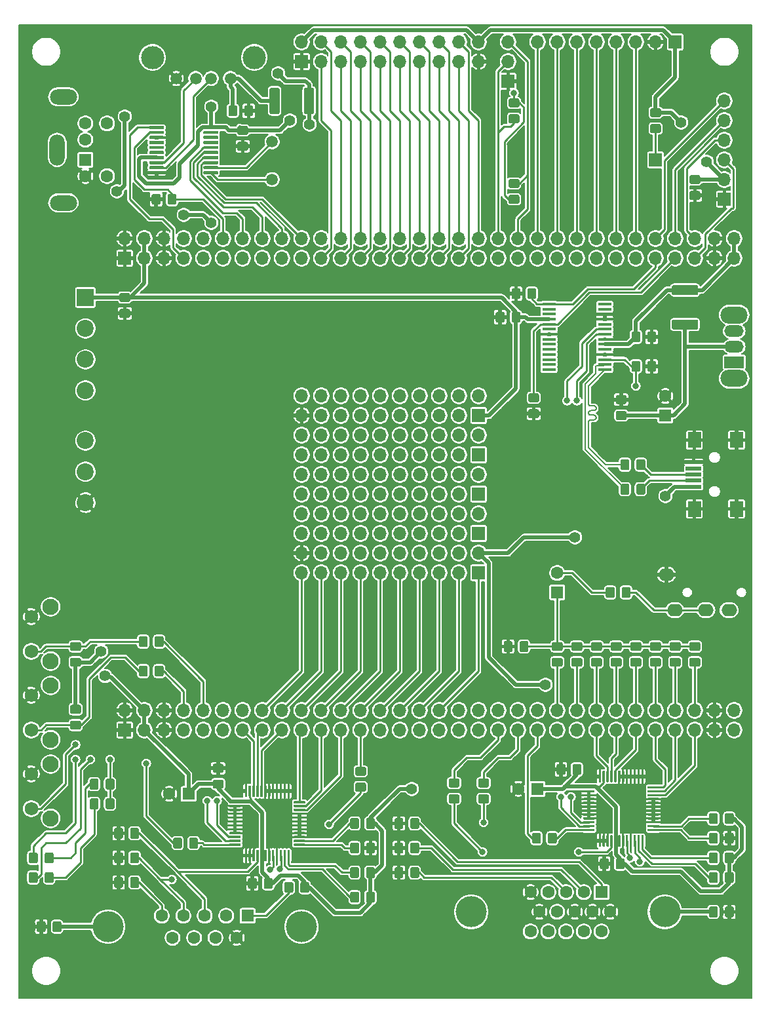
<source format=gbr>
G04 #@! TF.GenerationSoftware,KiCad,Pcbnew,5.1.5-52549c5~86~ubuntu18.04.1*
G04 #@! TF.CreationDate,2020-04-04T12:23:38+02:00*
G04 #@! TF.ProjectId,FPGC4IOboard,46504743-3449-44f6-926f-6172642e6b69,rev?*
G04 #@! TF.SameCoordinates,Original*
G04 #@! TF.FileFunction,Copper,L1,Top*
G04 #@! TF.FilePolarity,Positive*
%FSLAX46Y46*%
G04 Gerber Fmt 4.6, Leading zero omitted, Abs format (unit mm)*
G04 Created by KiCad (PCBNEW 5.1.5-52549c5~86~ubuntu18.04.1) date 2020-04-04 12:23:38*
%MOMM*%
%LPD*%
G04 APERTURE LIST*
%ADD10O,3.500000X2.200000*%
%ADD11O,2.500000X1.500000*%
%ADD12R,2.500000X1.500000*%
%ADD13C,0.100000*%
%ADD14R,1.600000X1.600000*%
%ADD15C,1.600000*%
%ADD16C,4.000000*%
%ADD17R,1.700000X1.700000*%
%ADD18O,1.700000X1.700000*%
%ADD19O,2.000000X1.600000*%
%ADD20R,2.000000X0.500000*%
%ADD21R,1.700000X2.000000*%
%ADD22O,3.500000X2.000000*%
%ADD23O,2.000000X4.000000*%
%ADD24C,2.999740*%
%ADD25C,1.501140*%
%ADD26C,2.100000*%
%ADD27C,1.750000*%
%ADD28C,1.500000*%
%ADD29C,2.200000*%
%ADD30R,2.200000X2.200000*%
%ADD31R,1.750000X0.400000*%
%ADD32C,0.800000*%
%ADD33C,1.400000*%
%ADD34C,0.250000*%
%ADD35C,0.500000*%
%ADD36C,0.200000*%
G04 APERTURE END LIST*
D10*
X167640000Y-70830000D03*
X167640000Y-79030000D03*
D11*
X167640000Y-72930000D03*
X167640000Y-74930000D03*
D12*
X167640000Y-76930000D03*
G04 #@! TA.AperFunction,SMDPad,CuDef*
D13*
G36*
X80504505Y-149161204D02*
G01*
X80528773Y-149164804D01*
X80552572Y-149170765D01*
X80575671Y-149179030D01*
X80597850Y-149189520D01*
X80618893Y-149202132D01*
X80638599Y-149216747D01*
X80656777Y-149233223D01*
X80673253Y-149251401D01*
X80687868Y-149271107D01*
X80700480Y-149292150D01*
X80710970Y-149314329D01*
X80719235Y-149337428D01*
X80725196Y-149361227D01*
X80728796Y-149385495D01*
X80730000Y-149409999D01*
X80730000Y-150310001D01*
X80728796Y-150334505D01*
X80725196Y-150358773D01*
X80719235Y-150382572D01*
X80710970Y-150405671D01*
X80700480Y-150427850D01*
X80687868Y-150448893D01*
X80673253Y-150468599D01*
X80656777Y-150486777D01*
X80638599Y-150503253D01*
X80618893Y-150517868D01*
X80597850Y-150530480D01*
X80575671Y-150540970D01*
X80552572Y-150549235D01*
X80528773Y-150555196D01*
X80504505Y-150558796D01*
X80480001Y-150560000D01*
X79829999Y-150560000D01*
X79805495Y-150558796D01*
X79781227Y-150555196D01*
X79757428Y-150549235D01*
X79734329Y-150540970D01*
X79712150Y-150530480D01*
X79691107Y-150517868D01*
X79671401Y-150503253D01*
X79653223Y-150486777D01*
X79636747Y-150468599D01*
X79622132Y-150448893D01*
X79609520Y-150427850D01*
X79599030Y-150405671D01*
X79590765Y-150382572D01*
X79584804Y-150358773D01*
X79581204Y-150334505D01*
X79580000Y-150310001D01*
X79580000Y-149409999D01*
X79581204Y-149385495D01*
X79584804Y-149361227D01*
X79590765Y-149337428D01*
X79599030Y-149314329D01*
X79609520Y-149292150D01*
X79622132Y-149271107D01*
X79636747Y-149251401D01*
X79653223Y-149233223D01*
X79671401Y-149216747D01*
X79691107Y-149202132D01*
X79712150Y-149189520D01*
X79734329Y-149179030D01*
X79757428Y-149170765D01*
X79781227Y-149164804D01*
X79805495Y-149161204D01*
X79829999Y-149160000D01*
X80480001Y-149160000D01*
X80504505Y-149161204D01*
G37*
G04 #@! TD.AperFunction*
G04 #@! TA.AperFunction,SMDPad,CuDef*
G36*
X78454505Y-149161204D02*
G01*
X78478773Y-149164804D01*
X78502572Y-149170765D01*
X78525671Y-149179030D01*
X78547850Y-149189520D01*
X78568893Y-149202132D01*
X78588599Y-149216747D01*
X78606777Y-149233223D01*
X78623253Y-149251401D01*
X78637868Y-149271107D01*
X78650480Y-149292150D01*
X78660970Y-149314329D01*
X78669235Y-149337428D01*
X78675196Y-149361227D01*
X78678796Y-149385495D01*
X78680000Y-149409999D01*
X78680000Y-150310001D01*
X78678796Y-150334505D01*
X78675196Y-150358773D01*
X78669235Y-150382572D01*
X78660970Y-150405671D01*
X78650480Y-150427850D01*
X78637868Y-150448893D01*
X78623253Y-150468599D01*
X78606777Y-150486777D01*
X78588599Y-150503253D01*
X78568893Y-150517868D01*
X78547850Y-150530480D01*
X78525671Y-150540970D01*
X78502572Y-150549235D01*
X78478773Y-150555196D01*
X78454505Y-150558796D01*
X78430001Y-150560000D01*
X77779999Y-150560000D01*
X77755495Y-150558796D01*
X77731227Y-150555196D01*
X77707428Y-150549235D01*
X77684329Y-150540970D01*
X77662150Y-150530480D01*
X77641107Y-150517868D01*
X77621401Y-150503253D01*
X77603223Y-150486777D01*
X77586747Y-150468599D01*
X77572132Y-150448893D01*
X77559520Y-150427850D01*
X77549030Y-150405671D01*
X77540765Y-150382572D01*
X77534804Y-150358773D01*
X77531204Y-150334505D01*
X77530000Y-150310001D01*
X77530000Y-149409999D01*
X77531204Y-149385495D01*
X77534804Y-149361227D01*
X77540765Y-149337428D01*
X77549030Y-149314329D01*
X77559520Y-149292150D01*
X77572132Y-149271107D01*
X77586747Y-149251401D01*
X77603223Y-149233223D01*
X77621401Y-149216747D01*
X77641107Y-149202132D01*
X77662150Y-149189520D01*
X77684329Y-149179030D01*
X77707428Y-149170765D01*
X77731227Y-149164804D01*
X77755495Y-149161204D01*
X77779999Y-149160000D01*
X78430001Y-149160000D01*
X78454505Y-149161204D01*
G37*
G04 #@! TD.AperFunction*
D14*
X104775000Y-148463000D03*
D15*
X102005000Y-148463000D03*
X99235000Y-148463000D03*
X96465000Y-148463000D03*
X93695000Y-148463000D03*
X103390000Y-151303000D03*
X100620000Y-151303000D03*
X97850000Y-151303000D03*
X95080000Y-151303000D03*
D16*
X86735000Y-149883000D03*
X111735000Y-149883000D03*
X158680000Y-147952600D03*
X133680000Y-147952600D03*
D15*
X141335000Y-150492600D03*
X143625000Y-150492600D03*
X145915000Y-150492600D03*
X148205000Y-150492600D03*
X150495000Y-150492600D03*
X142480000Y-147953800D03*
X144770000Y-147953800D03*
X147060000Y-147953800D03*
X149350000Y-147953800D03*
X151640000Y-147953800D03*
X141335000Y-145415000D03*
X143625000Y-145415000D03*
X145915000Y-145415000D03*
X148205000Y-145415000D03*
D14*
X150495000Y-145415000D03*
D17*
X134620000Y-83820000D03*
D18*
X134620000Y-81280000D03*
X132080000Y-83820000D03*
X132080000Y-81280000D03*
X129540000Y-83820000D03*
X129540000Y-81280000D03*
X127000000Y-83820000D03*
X127000000Y-81280000D03*
X124460000Y-83820000D03*
X124460000Y-81280000D03*
X121920000Y-83820000D03*
X121920000Y-81280000D03*
X119380000Y-83820000D03*
X119380000Y-81280000D03*
X116840000Y-83820000D03*
X116840000Y-81280000D03*
X114300000Y-83820000D03*
X114300000Y-81280000D03*
X111760000Y-83820000D03*
X111760000Y-81280000D03*
D17*
X134620000Y-88900000D03*
D18*
X134620000Y-86360000D03*
X132080000Y-88900000D03*
X132080000Y-86360000D03*
X129540000Y-88900000D03*
X129540000Y-86360000D03*
X127000000Y-88900000D03*
X127000000Y-86360000D03*
X124460000Y-88900000D03*
X124460000Y-86360000D03*
X121920000Y-88900000D03*
X121920000Y-86360000D03*
X119380000Y-88900000D03*
X119380000Y-86360000D03*
X116840000Y-88900000D03*
X116840000Y-86360000D03*
X114300000Y-88900000D03*
X114300000Y-86360000D03*
X111760000Y-88900000D03*
X111760000Y-86360000D03*
D17*
X134620000Y-93980000D03*
D18*
X134620000Y-91440000D03*
X132080000Y-93980000D03*
X132080000Y-91440000D03*
X129540000Y-93980000D03*
X129540000Y-91440000D03*
X127000000Y-93980000D03*
X127000000Y-91440000D03*
X124460000Y-93980000D03*
X124460000Y-91440000D03*
X121920000Y-93980000D03*
X121920000Y-91440000D03*
X119380000Y-93980000D03*
X119380000Y-91440000D03*
X116840000Y-93980000D03*
X116840000Y-91440000D03*
X114300000Y-93980000D03*
X114300000Y-91440000D03*
X111760000Y-93980000D03*
X111760000Y-91440000D03*
D17*
X134620000Y-99060000D03*
D18*
X134620000Y-96520000D03*
X132080000Y-99060000D03*
X132080000Y-96520000D03*
X129540000Y-99060000D03*
X129540000Y-96520000D03*
X127000000Y-99060000D03*
X127000000Y-96520000D03*
X124460000Y-99060000D03*
X124460000Y-96520000D03*
X121920000Y-99060000D03*
X121920000Y-96520000D03*
X119380000Y-99060000D03*
X119380000Y-96520000D03*
X116840000Y-99060000D03*
X116840000Y-96520000D03*
X114300000Y-99060000D03*
X114300000Y-96520000D03*
X111760000Y-99060000D03*
X111760000Y-96520000D03*
D17*
X134620000Y-104140000D03*
D18*
X134620000Y-101600000D03*
X132080000Y-104140000D03*
X132080000Y-101600000D03*
X129540000Y-104140000D03*
X129540000Y-101600000D03*
X127000000Y-104140000D03*
X127000000Y-101600000D03*
X124460000Y-104140000D03*
X124460000Y-101600000D03*
X121920000Y-104140000D03*
X121920000Y-101600000D03*
X119380000Y-104140000D03*
X119380000Y-101600000D03*
X116840000Y-104140000D03*
X116840000Y-101600000D03*
X114300000Y-104140000D03*
X114300000Y-101600000D03*
X111760000Y-104140000D03*
X111760000Y-101600000D03*
D19*
X158880000Y-104380000D03*
X159980000Y-108980000D03*
X166980000Y-108980000D03*
X163980000Y-108980000D03*
D20*
X162400000Y-93040000D03*
X162400000Y-92240000D03*
X162400000Y-91440000D03*
X162400000Y-90640000D03*
X162400000Y-89840000D03*
D21*
X162500000Y-95890000D03*
X167950000Y-95890000D03*
X162500000Y-86990000D03*
X167950000Y-86990000D03*
D22*
X80970000Y-42650000D03*
X80970000Y-56350000D03*
D14*
X83820000Y-50800000D03*
D15*
X83820000Y-48200000D03*
X83820000Y-52900000D03*
X83820000Y-46100000D03*
X86620000Y-52900000D03*
X86620000Y-46100000D03*
D23*
X80170000Y-49500000D03*
D24*
X105630980Y-37569140D03*
X92489020Y-37569140D03*
D25*
X102560120Y-40279320D03*
X100060760Y-40279320D03*
X98059240Y-40279320D03*
X95559880Y-40279320D03*
D26*
X79325000Y-115550000D03*
D27*
X76835000Y-114300000D03*
X76835000Y-109800000D03*
D26*
X79325000Y-108540000D03*
X79325000Y-118700000D03*
D27*
X76835000Y-119960000D03*
X76835000Y-124460000D03*
D26*
X79325000Y-125710000D03*
X79325000Y-128860000D03*
D27*
X76835000Y-130120000D03*
X76835000Y-134620000D03*
D26*
X79325000Y-135870000D03*
G04 #@! TA.AperFunction,SMDPad,CuDef*
D13*
G36*
X155924505Y-89471204D02*
G01*
X155948773Y-89474804D01*
X155972572Y-89480765D01*
X155995671Y-89489030D01*
X156017850Y-89499520D01*
X156038893Y-89512132D01*
X156058599Y-89526747D01*
X156076777Y-89543223D01*
X156093253Y-89561401D01*
X156107868Y-89581107D01*
X156120480Y-89602150D01*
X156130970Y-89624329D01*
X156139235Y-89647428D01*
X156145196Y-89671227D01*
X156148796Y-89695495D01*
X156150000Y-89719999D01*
X156150000Y-90620001D01*
X156148796Y-90644505D01*
X156145196Y-90668773D01*
X156139235Y-90692572D01*
X156130970Y-90715671D01*
X156120480Y-90737850D01*
X156107868Y-90758893D01*
X156093253Y-90778599D01*
X156076777Y-90796777D01*
X156058599Y-90813253D01*
X156038893Y-90827868D01*
X156017850Y-90840480D01*
X155995671Y-90850970D01*
X155972572Y-90859235D01*
X155948773Y-90865196D01*
X155924505Y-90868796D01*
X155900001Y-90870000D01*
X155249999Y-90870000D01*
X155225495Y-90868796D01*
X155201227Y-90865196D01*
X155177428Y-90859235D01*
X155154329Y-90850970D01*
X155132150Y-90840480D01*
X155111107Y-90827868D01*
X155091401Y-90813253D01*
X155073223Y-90796777D01*
X155056747Y-90778599D01*
X155042132Y-90758893D01*
X155029520Y-90737850D01*
X155019030Y-90715671D01*
X155010765Y-90692572D01*
X155004804Y-90668773D01*
X155001204Y-90644505D01*
X155000000Y-90620001D01*
X155000000Y-89719999D01*
X155001204Y-89695495D01*
X155004804Y-89671227D01*
X155010765Y-89647428D01*
X155019030Y-89624329D01*
X155029520Y-89602150D01*
X155042132Y-89581107D01*
X155056747Y-89561401D01*
X155073223Y-89543223D01*
X155091401Y-89526747D01*
X155111107Y-89512132D01*
X155132150Y-89499520D01*
X155154329Y-89489030D01*
X155177428Y-89480765D01*
X155201227Y-89474804D01*
X155225495Y-89471204D01*
X155249999Y-89470000D01*
X155900001Y-89470000D01*
X155924505Y-89471204D01*
G37*
G04 #@! TD.AperFunction*
G04 #@! TA.AperFunction,SMDPad,CuDef*
G36*
X153874505Y-89471204D02*
G01*
X153898773Y-89474804D01*
X153922572Y-89480765D01*
X153945671Y-89489030D01*
X153967850Y-89499520D01*
X153988893Y-89512132D01*
X154008599Y-89526747D01*
X154026777Y-89543223D01*
X154043253Y-89561401D01*
X154057868Y-89581107D01*
X154070480Y-89602150D01*
X154080970Y-89624329D01*
X154089235Y-89647428D01*
X154095196Y-89671227D01*
X154098796Y-89695495D01*
X154100000Y-89719999D01*
X154100000Y-90620001D01*
X154098796Y-90644505D01*
X154095196Y-90668773D01*
X154089235Y-90692572D01*
X154080970Y-90715671D01*
X154070480Y-90737850D01*
X154057868Y-90758893D01*
X154043253Y-90778599D01*
X154026777Y-90796777D01*
X154008599Y-90813253D01*
X153988893Y-90827868D01*
X153967850Y-90840480D01*
X153945671Y-90850970D01*
X153922572Y-90859235D01*
X153898773Y-90865196D01*
X153874505Y-90868796D01*
X153850001Y-90870000D01*
X153199999Y-90870000D01*
X153175495Y-90868796D01*
X153151227Y-90865196D01*
X153127428Y-90859235D01*
X153104329Y-90850970D01*
X153082150Y-90840480D01*
X153061107Y-90827868D01*
X153041401Y-90813253D01*
X153023223Y-90796777D01*
X153006747Y-90778599D01*
X152992132Y-90758893D01*
X152979520Y-90737850D01*
X152969030Y-90715671D01*
X152960765Y-90692572D01*
X152954804Y-90668773D01*
X152951204Y-90644505D01*
X152950000Y-90620001D01*
X152950000Y-89719999D01*
X152951204Y-89695495D01*
X152954804Y-89671227D01*
X152960765Y-89647428D01*
X152969030Y-89624329D01*
X152979520Y-89602150D01*
X152992132Y-89581107D01*
X153006747Y-89561401D01*
X153023223Y-89543223D01*
X153041401Y-89526747D01*
X153061107Y-89512132D01*
X153082150Y-89499520D01*
X153104329Y-89489030D01*
X153127428Y-89480765D01*
X153151227Y-89474804D01*
X153175495Y-89471204D01*
X153199999Y-89470000D01*
X153850001Y-89470000D01*
X153874505Y-89471204D01*
G37*
G04 #@! TD.AperFunction*
D28*
X107950000Y-53340000D03*
X107950000Y-48460000D03*
D17*
X88900000Y-63500000D03*
D18*
X88900000Y-60960000D03*
X91440000Y-63500000D03*
X91440000Y-60960000D03*
X93980000Y-63500000D03*
X93980000Y-60960000D03*
X96520000Y-63500000D03*
X96520000Y-60960000D03*
X99060000Y-63500000D03*
X99060000Y-60960000D03*
X101600000Y-63500000D03*
X101600000Y-60960000D03*
X104140000Y-63500000D03*
X104140000Y-60960000D03*
X106680000Y-63500000D03*
X106680000Y-60960000D03*
X109220000Y-63500000D03*
X109220000Y-60960000D03*
X111760000Y-63500000D03*
X111760000Y-60960000D03*
X114300000Y-63500000D03*
X114300000Y-60960000D03*
X116840000Y-63500000D03*
X116840000Y-60960000D03*
X119380000Y-63500000D03*
X119380000Y-60960000D03*
X121920000Y-63500000D03*
X121920000Y-60960000D03*
X124460000Y-63500000D03*
X124460000Y-60960000D03*
X127000000Y-63500000D03*
X127000000Y-60960000D03*
X129540000Y-63500000D03*
X129540000Y-60960000D03*
X132080000Y-63500000D03*
X132080000Y-60960000D03*
X134620000Y-63500000D03*
X134620000Y-60960000D03*
X137160000Y-63500000D03*
X137160000Y-60960000D03*
X139700000Y-63500000D03*
X139700000Y-60960000D03*
X142240000Y-63500000D03*
X142240000Y-60960000D03*
X144780000Y-63500000D03*
X144780000Y-60960000D03*
X147320000Y-63500000D03*
X147320000Y-60960000D03*
X149860000Y-63500000D03*
X149860000Y-60960000D03*
X152400000Y-63500000D03*
X152400000Y-60960000D03*
X154940000Y-63500000D03*
X154940000Y-60960000D03*
X157480000Y-63500000D03*
X157480000Y-60960000D03*
X160020000Y-63500000D03*
X160020000Y-60960000D03*
X162560000Y-63500000D03*
X162560000Y-60960000D03*
X165100000Y-63500000D03*
X165100000Y-60960000D03*
X167640000Y-63500000D03*
X167640000Y-60960000D03*
D17*
X138430000Y-40640000D03*
D18*
X138430000Y-38100000D03*
X138430000Y-35560000D03*
D29*
X83820000Y-80580000D03*
X83820000Y-76580000D03*
X83820000Y-72580000D03*
X83820000Y-91080000D03*
X83820000Y-87080000D03*
D30*
X83820000Y-68580000D03*
D29*
X83820000Y-95080000D03*
D14*
X158750000Y-83820000D03*
D15*
X158750000Y-81320000D03*
G04 #@! TA.AperFunction,SMDPad,CuDef*
D13*
G36*
X153509505Y-81196204D02*
G01*
X153533773Y-81199804D01*
X153557572Y-81205765D01*
X153580671Y-81214030D01*
X153602850Y-81224520D01*
X153623893Y-81237132D01*
X153643599Y-81251747D01*
X153661777Y-81268223D01*
X153678253Y-81286401D01*
X153692868Y-81306107D01*
X153705480Y-81327150D01*
X153715970Y-81349329D01*
X153724235Y-81372428D01*
X153730196Y-81396227D01*
X153733796Y-81420495D01*
X153735000Y-81444999D01*
X153735000Y-82095001D01*
X153733796Y-82119505D01*
X153730196Y-82143773D01*
X153724235Y-82167572D01*
X153715970Y-82190671D01*
X153705480Y-82212850D01*
X153692868Y-82233893D01*
X153678253Y-82253599D01*
X153661777Y-82271777D01*
X153643599Y-82288253D01*
X153623893Y-82302868D01*
X153602850Y-82315480D01*
X153580671Y-82325970D01*
X153557572Y-82334235D01*
X153533773Y-82340196D01*
X153509505Y-82343796D01*
X153485001Y-82345000D01*
X152584999Y-82345000D01*
X152560495Y-82343796D01*
X152536227Y-82340196D01*
X152512428Y-82334235D01*
X152489329Y-82325970D01*
X152467150Y-82315480D01*
X152446107Y-82302868D01*
X152426401Y-82288253D01*
X152408223Y-82271777D01*
X152391747Y-82253599D01*
X152377132Y-82233893D01*
X152364520Y-82212850D01*
X152354030Y-82190671D01*
X152345765Y-82167572D01*
X152339804Y-82143773D01*
X152336204Y-82119505D01*
X152335000Y-82095001D01*
X152335000Y-81444999D01*
X152336204Y-81420495D01*
X152339804Y-81396227D01*
X152345765Y-81372428D01*
X152354030Y-81349329D01*
X152364520Y-81327150D01*
X152377132Y-81306107D01*
X152391747Y-81286401D01*
X152408223Y-81268223D01*
X152426401Y-81251747D01*
X152446107Y-81237132D01*
X152467150Y-81224520D01*
X152489329Y-81214030D01*
X152512428Y-81205765D01*
X152536227Y-81199804D01*
X152560495Y-81196204D01*
X152584999Y-81195000D01*
X153485001Y-81195000D01*
X153509505Y-81196204D01*
G37*
G04 #@! TD.AperFunction*
G04 #@! TA.AperFunction,SMDPad,CuDef*
G36*
X153509505Y-83246204D02*
G01*
X153533773Y-83249804D01*
X153557572Y-83255765D01*
X153580671Y-83264030D01*
X153602850Y-83274520D01*
X153623893Y-83287132D01*
X153643599Y-83301747D01*
X153661777Y-83318223D01*
X153678253Y-83336401D01*
X153692868Y-83356107D01*
X153705480Y-83377150D01*
X153715970Y-83399329D01*
X153724235Y-83422428D01*
X153730196Y-83446227D01*
X153733796Y-83470495D01*
X153735000Y-83494999D01*
X153735000Y-84145001D01*
X153733796Y-84169505D01*
X153730196Y-84193773D01*
X153724235Y-84217572D01*
X153715970Y-84240671D01*
X153705480Y-84262850D01*
X153692868Y-84283893D01*
X153678253Y-84303599D01*
X153661777Y-84321777D01*
X153643599Y-84338253D01*
X153623893Y-84352868D01*
X153602850Y-84365480D01*
X153580671Y-84375970D01*
X153557572Y-84384235D01*
X153533773Y-84390196D01*
X153509505Y-84393796D01*
X153485001Y-84395000D01*
X152584999Y-84395000D01*
X152560495Y-84393796D01*
X152536227Y-84390196D01*
X152512428Y-84384235D01*
X152489329Y-84375970D01*
X152467150Y-84365480D01*
X152446107Y-84352868D01*
X152426401Y-84338253D01*
X152408223Y-84321777D01*
X152391747Y-84303599D01*
X152377132Y-84283893D01*
X152364520Y-84262850D01*
X152354030Y-84240671D01*
X152345765Y-84217572D01*
X152339804Y-84193773D01*
X152336204Y-84169505D01*
X152335000Y-84145001D01*
X152335000Y-83494999D01*
X152336204Y-83470495D01*
X152339804Y-83446227D01*
X152345765Y-83422428D01*
X152354030Y-83399329D01*
X152364520Y-83377150D01*
X152377132Y-83356107D01*
X152391747Y-83336401D01*
X152408223Y-83318223D01*
X152426401Y-83301747D01*
X152446107Y-83287132D01*
X152467150Y-83274520D01*
X152489329Y-83264030D01*
X152512428Y-83255765D01*
X152536227Y-83249804D01*
X152560495Y-83246204D01*
X152584999Y-83245000D01*
X153485001Y-83245000D01*
X153509505Y-83246204D01*
G37*
G04 #@! TD.AperFunction*
G04 #@! TA.AperFunction,SMDPad,CuDef*
G36*
X155289505Y-76771204D02*
G01*
X155313773Y-76774804D01*
X155337572Y-76780765D01*
X155360671Y-76789030D01*
X155382850Y-76799520D01*
X155403893Y-76812132D01*
X155423599Y-76826747D01*
X155441777Y-76843223D01*
X155458253Y-76861401D01*
X155472868Y-76881107D01*
X155485480Y-76902150D01*
X155495970Y-76924329D01*
X155504235Y-76947428D01*
X155510196Y-76971227D01*
X155513796Y-76995495D01*
X155515000Y-77019999D01*
X155515000Y-77920001D01*
X155513796Y-77944505D01*
X155510196Y-77968773D01*
X155504235Y-77992572D01*
X155495970Y-78015671D01*
X155485480Y-78037850D01*
X155472868Y-78058893D01*
X155458253Y-78078599D01*
X155441777Y-78096777D01*
X155423599Y-78113253D01*
X155403893Y-78127868D01*
X155382850Y-78140480D01*
X155360671Y-78150970D01*
X155337572Y-78159235D01*
X155313773Y-78165196D01*
X155289505Y-78168796D01*
X155265001Y-78170000D01*
X154614999Y-78170000D01*
X154590495Y-78168796D01*
X154566227Y-78165196D01*
X154542428Y-78159235D01*
X154519329Y-78150970D01*
X154497150Y-78140480D01*
X154476107Y-78127868D01*
X154456401Y-78113253D01*
X154438223Y-78096777D01*
X154421747Y-78078599D01*
X154407132Y-78058893D01*
X154394520Y-78037850D01*
X154384030Y-78015671D01*
X154375765Y-77992572D01*
X154369804Y-77968773D01*
X154366204Y-77944505D01*
X154365000Y-77920001D01*
X154365000Y-77019999D01*
X154366204Y-76995495D01*
X154369804Y-76971227D01*
X154375765Y-76947428D01*
X154384030Y-76924329D01*
X154394520Y-76902150D01*
X154407132Y-76881107D01*
X154421747Y-76861401D01*
X154438223Y-76843223D01*
X154456401Y-76826747D01*
X154476107Y-76812132D01*
X154497150Y-76799520D01*
X154519329Y-76789030D01*
X154542428Y-76780765D01*
X154566227Y-76774804D01*
X154590495Y-76771204D01*
X154614999Y-76770000D01*
X155265001Y-76770000D01*
X155289505Y-76771204D01*
G37*
G04 #@! TD.AperFunction*
G04 #@! TA.AperFunction,SMDPad,CuDef*
G36*
X157339505Y-76771204D02*
G01*
X157363773Y-76774804D01*
X157387572Y-76780765D01*
X157410671Y-76789030D01*
X157432850Y-76799520D01*
X157453893Y-76812132D01*
X157473599Y-76826747D01*
X157491777Y-76843223D01*
X157508253Y-76861401D01*
X157522868Y-76881107D01*
X157535480Y-76902150D01*
X157545970Y-76924329D01*
X157554235Y-76947428D01*
X157560196Y-76971227D01*
X157563796Y-76995495D01*
X157565000Y-77019999D01*
X157565000Y-77920001D01*
X157563796Y-77944505D01*
X157560196Y-77968773D01*
X157554235Y-77992572D01*
X157545970Y-78015671D01*
X157535480Y-78037850D01*
X157522868Y-78058893D01*
X157508253Y-78078599D01*
X157491777Y-78096777D01*
X157473599Y-78113253D01*
X157453893Y-78127868D01*
X157432850Y-78140480D01*
X157410671Y-78150970D01*
X157387572Y-78159235D01*
X157363773Y-78165196D01*
X157339505Y-78168796D01*
X157315001Y-78170000D01*
X156664999Y-78170000D01*
X156640495Y-78168796D01*
X156616227Y-78165196D01*
X156592428Y-78159235D01*
X156569329Y-78150970D01*
X156547150Y-78140480D01*
X156526107Y-78127868D01*
X156506401Y-78113253D01*
X156488223Y-78096777D01*
X156471747Y-78078599D01*
X156457132Y-78058893D01*
X156444520Y-78037850D01*
X156434030Y-78015671D01*
X156425765Y-77992572D01*
X156419804Y-77968773D01*
X156416204Y-77944505D01*
X156415000Y-77920001D01*
X156415000Y-77019999D01*
X156416204Y-76995495D01*
X156419804Y-76971227D01*
X156425765Y-76947428D01*
X156434030Y-76924329D01*
X156444520Y-76902150D01*
X156457132Y-76881107D01*
X156471747Y-76861401D01*
X156488223Y-76843223D01*
X156506401Y-76826747D01*
X156526107Y-76812132D01*
X156547150Y-76799520D01*
X156569329Y-76789030D01*
X156592428Y-76780765D01*
X156616227Y-76774804D01*
X156640495Y-76771204D01*
X156664999Y-76770000D01*
X157315001Y-76770000D01*
X157339505Y-76771204D01*
G37*
G04 #@! TD.AperFunction*
G04 #@! TA.AperFunction,SMDPad,CuDef*
G36*
X139804505Y-70421204D02*
G01*
X139828773Y-70424804D01*
X139852572Y-70430765D01*
X139875671Y-70439030D01*
X139897850Y-70449520D01*
X139918893Y-70462132D01*
X139938599Y-70476747D01*
X139956777Y-70493223D01*
X139973253Y-70511401D01*
X139987868Y-70531107D01*
X140000480Y-70552150D01*
X140010970Y-70574329D01*
X140019235Y-70597428D01*
X140025196Y-70621227D01*
X140028796Y-70645495D01*
X140030000Y-70669999D01*
X140030000Y-71570001D01*
X140028796Y-71594505D01*
X140025196Y-71618773D01*
X140019235Y-71642572D01*
X140010970Y-71665671D01*
X140000480Y-71687850D01*
X139987868Y-71708893D01*
X139973253Y-71728599D01*
X139956777Y-71746777D01*
X139938599Y-71763253D01*
X139918893Y-71777868D01*
X139897850Y-71790480D01*
X139875671Y-71800970D01*
X139852572Y-71809235D01*
X139828773Y-71815196D01*
X139804505Y-71818796D01*
X139780001Y-71820000D01*
X139129999Y-71820000D01*
X139105495Y-71818796D01*
X139081227Y-71815196D01*
X139057428Y-71809235D01*
X139034329Y-71800970D01*
X139012150Y-71790480D01*
X138991107Y-71777868D01*
X138971401Y-71763253D01*
X138953223Y-71746777D01*
X138936747Y-71728599D01*
X138922132Y-71708893D01*
X138909520Y-71687850D01*
X138899030Y-71665671D01*
X138890765Y-71642572D01*
X138884804Y-71618773D01*
X138881204Y-71594505D01*
X138880000Y-71570001D01*
X138880000Y-70669999D01*
X138881204Y-70645495D01*
X138884804Y-70621227D01*
X138890765Y-70597428D01*
X138899030Y-70574329D01*
X138909520Y-70552150D01*
X138922132Y-70531107D01*
X138936747Y-70511401D01*
X138953223Y-70493223D01*
X138971401Y-70476747D01*
X138991107Y-70462132D01*
X139012150Y-70449520D01*
X139034329Y-70439030D01*
X139057428Y-70430765D01*
X139081227Y-70424804D01*
X139105495Y-70421204D01*
X139129999Y-70420000D01*
X139780001Y-70420000D01*
X139804505Y-70421204D01*
G37*
G04 #@! TD.AperFunction*
G04 #@! TA.AperFunction,SMDPad,CuDef*
G36*
X137754505Y-70421204D02*
G01*
X137778773Y-70424804D01*
X137802572Y-70430765D01*
X137825671Y-70439030D01*
X137847850Y-70449520D01*
X137868893Y-70462132D01*
X137888599Y-70476747D01*
X137906777Y-70493223D01*
X137923253Y-70511401D01*
X137937868Y-70531107D01*
X137950480Y-70552150D01*
X137960970Y-70574329D01*
X137969235Y-70597428D01*
X137975196Y-70621227D01*
X137978796Y-70645495D01*
X137980000Y-70669999D01*
X137980000Y-71570001D01*
X137978796Y-71594505D01*
X137975196Y-71618773D01*
X137969235Y-71642572D01*
X137960970Y-71665671D01*
X137950480Y-71687850D01*
X137937868Y-71708893D01*
X137923253Y-71728599D01*
X137906777Y-71746777D01*
X137888599Y-71763253D01*
X137868893Y-71777868D01*
X137847850Y-71790480D01*
X137825671Y-71800970D01*
X137802572Y-71809235D01*
X137778773Y-71815196D01*
X137754505Y-71818796D01*
X137730001Y-71820000D01*
X137079999Y-71820000D01*
X137055495Y-71818796D01*
X137031227Y-71815196D01*
X137007428Y-71809235D01*
X136984329Y-71800970D01*
X136962150Y-71790480D01*
X136941107Y-71777868D01*
X136921401Y-71763253D01*
X136903223Y-71746777D01*
X136886747Y-71728599D01*
X136872132Y-71708893D01*
X136859520Y-71687850D01*
X136849030Y-71665671D01*
X136840765Y-71642572D01*
X136834804Y-71618773D01*
X136831204Y-71594505D01*
X136830000Y-71570001D01*
X136830000Y-70669999D01*
X136831204Y-70645495D01*
X136834804Y-70621227D01*
X136840765Y-70597428D01*
X136849030Y-70574329D01*
X136859520Y-70552150D01*
X136872132Y-70531107D01*
X136886747Y-70511401D01*
X136903223Y-70493223D01*
X136921401Y-70476747D01*
X136941107Y-70462132D01*
X136962150Y-70449520D01*
X136984329Y-70439030D01*
X137007428Y-70430765D01*
X137031227Y-70424804D01*
X137055495Y-70421204D01*
X137079999Y-70420000D01*
X137730001Y-70420000D01*
X137754505Y-70421204D01*
G37*
G04 #@! TD.AperFunction*
D15*
X144780000Y-104180000D03*
D14*
X144780000Y-106680000D03*
G04 #@! TA.AperFunction,SMDPad,CuDef*
D13*
G36*
X157339505Y-72961204D02*
G01*
X157363773Y-72964804D01*
X157387572Y-72970765D01*
X157410671Y-72979030D01*
X157432850Y-72989520D01*
X157453893Y-73002132D01*
X157473599Y-73016747D01*
X157491777Y-73033223D01*
X157508253Y-73051401D01*
X157522868Y-73071107D01*
X157535480Y-73092150D01*
X157545970Y-73114329D01*
X157554235Y-73137428D01*
X157560196Y-73161227D01*
X157563796Y-73185495D01*
X157565000Y-73209999D01*
X157565000Y-74110001D01*
X157563796Y-74134505D01*
X157560196Y-74158773D01*
X157554235Y-74182572D01*
X157545970Y-74205671D01*
X157535480Y-74227850D01*
X157522868Y-74248893D01*
X157508253Y-74268599D01*
X157491777Y-74286777D01*
X157473599Y-74303253D01*
X157453893Y-74317868D01*
X157432850Y-74330480D01*
X157410671Y-74340970D01*
X157387572Y-74349235D01*
X157363773Y-74355196D01*
X157339505Y-74358796D01*
X157315001Y-74360000D01*
X156664999Y-74360000D01*
X156640495Y-74358796D01*
X156616227Y-74355196D01*
X156592428Y-74349235D01*
X156569329Y-74340970D01*
X156547150Y-74330480D01*
X156526107Y-74317868D01*
X156506401Y-74303253D01*
X156488223Y-74286777D01*
X156471747Y-74268599D01*
X156457132Y-74248893D01*
X156444520Y-74227850D01*
X156434030Y-74205671D01*
X156425765Y-74182572D01*
X156419804Y-74158773D01*
X156416204Y-74134505D01*
X156415000Y-74110001D01*
X156415000Y-73209999D01*
X156416204Y-73185495D01*
X156419804Y-73161227D01*
X156425765Y-73137428D01*
X156434030Y-73114329D01*
X156444520Y-73092150D01*
X156457132Y-73071107D01*
X156471747Y-73051401D01*
X156488223Y-73033223D01*
X156506401Y-73016747D01*
X156526107Y-73002132D01*
X156547150Y-72989520D01*
X156569329Y-72979030D01*
X156592428Y-72970765D01*
X156616227Y-72964804D01*
X156640495Y-72961204D01*
X156664999Y-72960000D01*
X157315001Y-72960000D01*
X157339505Y-72961204D01*
G37*
G04 #@! TD.AperFunction*
G04 #@! TA.AperFunction,SMDPad,CuDef*
G36*
X155289505Y-72961204D02*
G01*
X155313773Y-72964804D01*
X155337572Y-72970765D01*
X155360671Y-72979030D01*
X155382850Y-72989520D01*
X155403893Y-73002132D01*
X155423599Y-73016747D01*
X155441777Y-73033223D01*
X155458253Y-73051401D01*
X155472868Y-73071107D01*
X155485480Y-73092150D01*
X155495970Y-73114329D01*
X155504235Y-73137428D01*
X155510196Y-73161227D01*
X155513796Y-73185495D01*
X155515000Y-73209999D01*
X155515000Y-74110001D01*
X155513796Y-74134505D01*
X155510196Y-74158773D01*
X155504235Y-74182572D01*
X155495970Y-74205671D01*
X155485480Y-74227850D01*
X155472868Y-74248893D01*
X155458253Y-74268599D01*
X155441777Y-74286777D01*
X155423599Y-74303253D01*
X155403893Y-74317868D01*
X155382850Y-74330480D01*
X155360671Y-74340970D01*
X155337572Y-74349235D01*
X155313773Y-74355196D01*
X155289505Y-74358796D01*
X155265001Y-74360000D01*
X154614999Y-74360000D01*
X154590495Y-74358796D01*
X154566227Y-74355196D01*
X154542428Y-74349235D01*
X154519329Y-74340970D01*
X154497150Y-74330480D01*
X154476107Y-74317868D01*
X154456401Y-74303253D01*
X154438223Y-74286777D01*
X154421747Y-74268599D01*
X154407132Y-74248893D01*
X154394520Y-74227850D01*
X154384030Y-74205671D01*
X154375765Y-74182572D01*
X154369804Y-74158773D01*
X154366204Y-74134505D01*
X154365000Y-74110001D01*
X154365000Y-73209999D01*
X154366204Y-73185495D01*
X154369804Y-73161227D01*
X154375765Y-73137428D01*
X154384030Y-73114329D01*
X154394520Y-73092150D01*
X154407132Y-73071107D01*
X154421747Y-73051401D01*
X154438223Y-73033223D01*
X154456401Y-73016747D01*
X154476107Y-73002132D01*
X154497150Y-72989520D01*
X154519329Y-72979030D01*
X154542428Y-72970765D01*
X154566227Y-72964804D01*
X154590495Y-72961204D01*
X154614999Y-72960000D01*
X155265001Y-72960000D01*
X155289505Y-72961204D01*
G37*
G04 #@! TD.AperFunction*
G04 #@! TA.AperFunction,SMDPad,CuDef*
G36*
X163034505Y-54816204D02*
G01*
X163058773Y-54819804D01*
X163082572Y-54825765D01*
X163105671Y-54834030D01*
X163127850Y-54844520D01*
X163148893Y-54857132D01*
X163168599Y-54871747D01*
X163186777Y-54888223D01*
X163203253Y-54906401D01*
X163217868Y-54926107D01*
X163230480Y-54947150D01*
X163240970Y-54969329D01*
X163249235Y-54992428D01*
X163255196Y-55016227D01*
X163258796Y-55040495D01*
X163260000Y-55064999D01*
X163260000Y-55715001D01*
X163258796Y-55739505D01*
X163255196Y-55763773D01*
X163249235Y-55787572D01*
X163240970Y-55810671D01*
X163230480Y-55832850D01*
X163217868Y-55853893D01*
X163203253Y-55873599D01*
X163186777Y-55891777D01*
X163168599Y-55908253D01*
X163148893Y-55922868D01*
X163127850Y-55935480D01*
X163105671Y-55945970D01*
X163082572Y-55954235D01*
X163058773Y-55960196D01*
X163034505Y-55963796D01*
X163010001Y-55965000D01*
X162109999Y-55965000D01*
X162085495Y-55963796D01*
X162061227Y-55960196D01*
X162037428Y-55954235D01*
X162014329Y-55945970D01*
X161992150Y-55935480D01*
X161971107Y-55922868D01*
X161951401Y-55908253D01*
X161933223Y-55891777D01*
X161916747Y-55873599D01*
X161902132Y-55853893D01*
X161889520Y-55832850D01*
X161879030Y-55810671D01*
X161870765Y-55787572D01*
X161864804Y-55763773D01*
X161861204Y-55739505D01*
X161860000Y-55715001D01*
X161860000Y-55064999D01*
X161861204Y-55040495D01*
X161864804Y-55016227D01*
X161870765Y-54992428D01*
X161879030Y-54969329D01*
X161889520Y-54947150D01*
X161902132Y-54926107D01*
X161916747Y-54906401D01*
X161933223Y-54888223D01*
X161951401Y-54871747D01*
X161971107Y-54857132D01*
X161992150Y-54844520D01*
X162014329Y-54834030D01*
X162037428Y-54825765D01*
X162061227Y-54819804D01*
X162085495Y-54816204D01*
X162109999Y-54815000D01*
X163010001Y-54815000D01*
X163034505Y-54816204D01*
G37*
G04 #@! TD.AperFunction*
G04 #@! TA.AperFunction,SMDPad,CuDef*
G36*
X163034505Y-52766204D02*
G01*
X163058773Y-52769804D01*
X163082572Y-52775765D01*
X163105671Y-52784030D01*
X163127850Y-52794520D01*
X163148893Y-52807132D01*
X163168599Y-52821747D01*
X163186777Y-52838223D01*
X163203253Y-52856401D01*
X163217868Y-52876107D01*
X163230480Y-52897150D01*
X163240970Y-52919329D01*
X163249235Y-52942428D01*
X163255196Y-52966227D01*
X163258796Y-52990495D01*
X163260000Y-53014999D01*
X163260000Y-53665001D01*
X163258796Y-53689505D01*
X163255196Y-53713773D01*
X163249235Y-53737572D01*
X163240970Y-53760671D01*
X163230480Y-53782850D01*
X163217868Y-53803893D01*
X163203253Y-53823599D01*
X163186777Y-53841777D01*
X163168599Y-53858253D01*
X163148893Y-53872868D01*
X163127850Y-53885480D01*
X163105671Y-53895970D01*
X163082572Y-53904235D01*
X163058773Y-53910196D01*
X163034505Y-53913796D01*
X163010001Y-53915000D01*
X162109999Y-53915000D01*
X162085495Y-53913796D01*
X162061227Y-53910196D01*
X162037428Y-53904235D01*
X162014329Y-53895970D01*
X161992150Y-53885480D01*
X161971107Y-53872868D01*
X161951401Y-53858253D01*
X161933223Y-53841777D01*
X161916747Y-53823599D01*
X161902132Y-53803893D01*
X161889520Y-53782850D01*
X161879030Y-53760671D01*
X161870765Y-53737572D01*
X161864804Y-53713773D01*
X161861204Y-53689505D01*
X161860000Y-53665001D01*
X161860000Y-53014999D01*
X161861204Y-52990495D01*
X161864804Y-52966227D01*
X161870765Y-52942428D01*
X161879030Y-52919329D01*
X161889520Y-52897150D01*
X161902132Y-52876107D01*
X161916747Y-52856401D01*
X161933223Y-52838223D01*
X161951401Y-52821747D01*
X161971107Y-52807132D01*
X161992150Y-52794520D01*
X162014329Y-52784030D01*
X162037428Y-52775765D01*
X162061227Y-52769804D01*
X162085495Y-52766204D01*
X162109999Y-52765000D01*
X163010001Y-52765000D01*
X163034505Y-52766204D01*
G37*
G04 #@! TD.AperFunction*
G04 #@! TA.AperFunction,SMDPad,CuDef*
G36*
X89374505Y-68006204D02*
G01*
X89398773Y-68009804D01*
X89422572Y-68015765D01*
X89445671Y-68024030D01*
X89467850Y-68034520D01*
X89488893Y-68047132D01*
X89508599Y-68061747D01*
X89526777Y-68078223D01*
X89543253Y-68096401D01*
X89557868Y-68116107D01*
X89570480Y-68137150D01*
X89580970Y-68159329D01*
X89589235Y-68182428D01*
X89595196Y-68206227D01*
X89598796Y-68230495D01*
X89600000Y-68254999D01*
X89600000Y-68905001D01*
X89598796Y-68929505D01*
X89595196Y-68953773D01*
X89589235Y-68977572D01*
X89580970Y-69000671D01*
X89570480Y-69022850D01*
X89557868Y-69043893D01*
X89543253Y-69063599D01*
X89526777Y-69081777D01*
X89508599Y-69098253D01*
X89488893Y-69112868D01*
X89467850Y-69125480D01*
X89445671Y-69135970D01*
X89422572Y-69144235D01*
X89398773Y-69150196D01*
X89374505Y-69153796D01*
X89350001Y-69155000D01*
X88449999Y-69155000D01*
X88425495Y-69153796D01*
X88401227Y-69150196D01*
X88377428Y-69144235D01*
X88354329Y-69135970D01*
X88332150Y-69125480D01*
X88311107Y-69112868D01*
X88291401Y-69098253D01*
X88273223Y-69081777D01*
X88256747Y-69063599D01*
X88242132Y-69043893D01*
X88229520Y-69022850D01*
X88219030Y-69000671D01*
X88210765Y-68977572D01*
X88204804Y-68953773D01*
X88201204Y-68929505D01*
X88200000Y-68905001D01*
X88200000Y-68254999D01*
X88201204Y-68230495D01*
X88204804Y-68206227D01*
X88210765Y-68182428D01*
X88219030Y-68159329D01*
X88229520Y-68137150D01*
X88242132Y-68116107D01*
X88256747Y-68096401D01*
X88273223Y-68078223D01*
X88291401Y-68061747D01*
X88311107Y-68047132D01*
X88332150Y-68034520D01*
X88354329Y-68024030D01*
X88377428Y-68015765D01*
X88401227Y-68009804D01*
X88425495Y-68006204D01*
X88449999Y-68005000D01*
X89350001Y-68005000D01*
X89374505Y-68006204D01*
G37*
G04 #@! TD.AperFunction*
G04 #@! TA.AperFunction,SMDPad,CuDef*
G36*
X89374505Y-70056204D02*
G01*
X89398773Y-70059804D01*
X89422572Y-70065765D01*
X89445671Y-70074030D01*
X89467850Y-70084520D01*
X89488893Y-70097132D01*
X89508599Y-70111747D01*
X89526777Y-70128223D01*
X89543253Y-70146401D01*
X89557868Y-70166107D01*
X89570480Y-70187150D01*
X89580970Y-70209329D01*
X89589235Y-70232428D01*
X89595196Y-70256227D01*
X89598796Y-70280495D01*
X89600000Y-70304999D01*
X89600000Y-70955001D01*
X89598796Y-70979505D01*
X89595196Y-71003773D01*
X89589235Y-71027572D01*
X89580970Y-71050671D01*
X89570480Y-71072850D01*
X89557868Y-71093893D01*
X89543253Y-71113599D01*
X89526777Y-71131777D01*
X89508599Y-71148253D01*
X89488893Y-71162868D01*
X89467850Y-71175480D01*
X89445671Y-71185970D01*
X89422572Y-71194235D01*
X89398773Y-71200196D01*
X89374505Y-71203796D01*
X89350001Y-71205000D01*
X88449999Y-71205000D01*
X88425495Y-71203796D01*
X88401227Y-71200196D01*
X88377428Y-71194235D01*
X88354329Y-71185970D01*
X88332150Y-71175480D01*
X88311107Y-71162868D01*
X88291401Y-71148253D01*
X88273223Y-71131777D01*
X88256747Y-71113599D01*
X88242132Y-71093893D01*
X88229520Y-71072850D01*
X88219030Y-71050671D01*
X88210765Y-71027572D01*
X88204804Y-71003773D01*
X88201204Y-70979505D01*
X88200000Y-70955001D01*
X88200000Y-70304999D01*
X88201204Y-70280495D01*
X88204804Y-70256227D01*
X88210765Y-70232428D01*
X88219030Y-70209329D01*
X88229520Y-70187150D01*
X88242132Y-70166107D01*
X88256747Y-70146401D01*
X88273223Y-70128223D01*
X88291401Y-70111747D01*
X88311107Y-70097132D01*
X88332150Y-70084520D01*
X88354329Y-70074030D01*
X88377428Y-70065765D01*
X88401227Y-70059804D01*
X88425495Y-70056204D01*
X88449999Y-70055000D01*
X89350001Y-70055000D01*
X89374505Y-70056204D01*
G37*
G04 #@! TD.AperFunction*
G04 #@! TA.AperFunction,SMDPad,CuDef*
G36*
X104614505Y-48466204D02*
G01*
X104638773Y-48469804D01*
X104662572Y-48475765D01*
X104685671Y-48484030D01*
X104707850Y-48494520D01*
X104728893Y-48507132D01*
X104748599Y-48521747D01*
X104766777Y-48538223D01*
X104783253Y-48556401D01*
X104797868Y-48576107D01*
X104810480Y-48597150D01*
X104820970Y-48619329D01*
X104829235Y-48642428D01*
X104835196Y-48666227D01*
X104838796Y-48690495D01*
X104840000Y-48714999D01*
X104840000Y-49365001D01*
X104838796Y-49389505D01*
X104835196Y-49413773D01*
X104829235Y-49437572D01*
X104820970Y-49460671D01*
X104810480Y-49482850D01*
X104797868Y-49503893D01*
X104783253Y-49523599D01*
X104766777Y-49541777D01*
X104748599Y-49558253D01*
X104728893Y-49572868D01*
X104707850Y-49585480D01*
X104685671Y-49595970D01*
X104662572Y-49604235D01*
X104638773Y-49610196D01*
X104614505Y-49613796D01*
X104590001Y-49615000D01*
X103689999Y-49615000D01*
X103665495Y-49613796D01*
X103641227Y-49610196D01*
X103617428Y-49604235D01*
X103594329Y-49595970D01*
X103572150Y-49585480D01*
X103551107Y-49572868D01*
X103531401Y-49558253D01*
X103513223Y-49541777D01*
X103496747Y-49523599D01*
X103482132Y-49503893D01*
X103469520Y-49482850D01*
X103459030Y-49460671D01*
X103450765Y-49437572D01*
X103444804Y-49413773D01*
X103441204Y-49389505D01*
X103440000Y-49365001D01*
X103440000Y-48714999D01*
X103441204Y-48690495D01*
X103444804Y-48666227D01*
X103450765Y-48642428D01*
X103459030Y-48619329D01*
X103469520Y-48597150D01*
X103482132Y-48576107D01*
X103496747Y-48556401D01*
X103513223Y-48538223D01*
X103531401Y-48521747D01*
X103551107Y-48507132D01*
X103572150Y-48494520D01*
X103594329Y-48484030D01*
X103617428Y-48475765D01*
X103641227Y-48469804D01*
X103665495Y-48466204D01*
X103689999Y-48465000D01*
X104590001Y-48465000D01*
X104614505Y-48466204D01*
G37*
G04 #@! TD.AperFunction*
G04 #@! TA.AperFunction,SMDPad,CuDef*
G36*
X104614505Y-46416204D02*
G01*
X104638773Y-46419804D01*
X104662572Y-46425765D01*
X104685671Y-46434030D01*
X104707850Y-46444520D01*
X104728893Y-46457132D01*
X104748599Y-46471747D01*
X104766777Y-46488223D01*
X104783253Y-46506401D01*
X104797868Y-46526107D01*
X104810480Y-46547150D01*
X104820970Y-46569329D01*
X104829235Y-46592428D01*
X104835196Y-46616227D01*
X104838796Y-46640495D01*
X104840000Y-46664999D01*
X104840000Y-47315001D01*
X104838796Y-47339505D01*
X104835196Y-47363773D01*
X104829235Y-47387572D01*
X104820970Y-47410671D01*
X104810480Y-47432850D01*
X104797868Y-47453893D01*
X104783253Y-47473599D01*
X104766777Y-47491777D01*
X104748599Y-47508253D01*
X104728893Y-47522868D01*
X104707850Y-47535480D01*
X104685671Y-47545970D01*
X104662572Y-47554235D01*
X104638773Y-47560196D01*
X104614505Y-47563796D01*
X104590001Y-47565000D01*
X103689999Y-47565000D01*
X103665495Y-47563796D01*
X103641227Y-47560196D01*
X103617428Y-47554235D01*
X103594329Y-47545970D01*
X103572150Y-47535480D01*
X103551107Y-47522868D01*
X103531401Y-47508253D01*
X103513223Y-47491777D01*
X103496747Y-47473599D01*
X103482132Y-47453893D01*
X103469520Y-47432850D01*
X103459030Y-47410671D01*
X103450765Y-47387572D01*
X103444804Y-47363773D01*
X103441204Y-47339505D01*
X103440000Y-47315001D01*
X103440000Y-46664999D01*
X103441204Y-46640495D01*
X103444804Y-46616227D01*
X103450765Y-46592428D01*
X103459030Y-46569329D01*
X103469520Y-46547150D01*
X103482132Y-46526107D01*
X103496747Y-46506401D01*
X103513223Y-46488223D01*
X103531401Y-46471747D01*
X103551107Y-46457132D01*
X103572150Y-46444520D01*
X103594329Y-46434030D01*
X103617428Y-46425765D01*
X103641227Y-46419804D01*
X103665495Y-46416204D01*
X103689999Y-46415000D01*
X104590001Y-46415000D01*
X104614505Y-46416204D01*
G37*
G04 #@! TD.AperFunction*
G04 #@! TA.AperFunction,SMDPad,CuDef*
G36*
X105269505Y-43751204D02*
G01*
X105293773Y-43754804D01*
X105317572Y-43760765D01*
X105340671Y-43769030D01*
X105362850Y-43779520D01*
X105383893Y-43792132D01*
X105403599Y-43806747D01*
X105421777Y-43823223D01*
X105438253Y-43841401D01*
X105452868Y-43861107D01*
X105465480Y-43882150D01*
X105475970Y-43904329D01*
X105484235Y-43927428D01*
X105490196Y-43951227D01*
X105493796Y-43975495D01*
X105495000Y-43999999D01*
X105495000Y-44900001D01*
X105493796Y-44924505D01*
X105490196Y-44948773D01*
X105484235Y-44972572D01*
X105475970Y-44995671D01*
X105465480Y-45017850D01*
X105452868Y-45038893D01*
X105438253Y-45058599D01*
X105421777Y-45076777D01*
X105403599Y-45093253D01*
X105383893Y-45107868D01*
X105362850Y-45120480D01*
X105340671Y-45130970D01*
X105317572Y-45139235D01*
X105293773Y-45145196D01*
X105269505Y-45148796D01*
X105245001Y-45150000D01*
X104594999Y-45150000D01*
X104570495Y-45148796D01*
X104546227Y-45145196D01*
X104522428Y-45139235D01*
X104499329Y-45130970D01*
X104477150Y-45120480D01*
X104456107Y-45107868D01*
X104436401Y-45093253D01*
X104418223Y-45076777D01*
X104401747Y-45058599D01*
X104387132Y-45038893D01*
X104374520Y-45017850D01*
X104364030Y-44995671D01*
X104355765Y-44972572D01*
X104349804Y-44948773D01*
X104346204Y-44924505D01*
X104345000Y-44900001D01*
X104345000Y-43999999D01*
X104346204Y-43975495D01*
X104349804Y-43951227D01*
X104355765Y-43927428D01*
X104364030Y-43904329D01*
X104374520Y-43882150D01*
X104387132Y-43861107D01*
X104401747Y-43841401D01*
X104418223Y-43823223D01*
X104436401Y-43806747D01*
X104456107Y-43792132D01*
X104477150Y-43779520D01*
X104499329Y-43769030D01*
X104522428Y-43760765D01*
X104546227Y-43754804D01*
X104570495Y-43751204D01*
X104594999Y-43750000D01*
X105245001Y-43750000D01*
X105269505Y-43751204D01*
G37*
G04 #@! TD.AperFunction*
G04 #@! TA.AperFunction,SMDPad,CuDef*
G36*
X103219505Y-43751204D02*
G01*
X103243773Y-43754804D01*
X103267572Y-43760765D01*
X103290671Y-43769030D01*
X103312850Y-43779520D01*
X103333893Y-43792132D01*
X103353599Y-43806747D01*
X103371777Y-43823223D01*
X103388253Y-43841401D01*
X103402868Y-43861107D01*
X103415480Y-43882150D01*
X103425970Y-43904329D01*
X103434235Y-43927428D01*
X103440196Y-43951227D01*
X103443796Y-43975495D01*
X103445000Y-43999999D01*
X103445000Y-44900001D01*
X103443796Y-44924505D01*
X103440196Y-44948773D01*
X103434235Y-44972572D01*
X103425970Y-44995671D01*
X103415480Y-45017850D01*
X103402868Y-45038893D01*
X103388253Y-45058599D01*
X103371777Y-45076777D01*
X103353599Y-45093253D01*
X103333893Y-45107868D01*
X103312850Y-45120480D01*
X103290671Y-45130970D01*
X103267572Y-45139235D01*
X103243773Y-45145196D01*
X103219505Y-45148796D01*
X103195001Y-45150000D01*
X102544999Y-45150000D01*
X102520495Y-45148796D01*
X102496227Y-45145196D01*
X102472428Y-45139235D01*
X102449329Y-45130970D01*
X102427150Y-45120480D01*
X102406107Y-45107868D01*
X102386401Y-45093253D01*
X102368223Y-45076777D01*
X102351747Y-45058599D01*
X102337132Y-45038893D01*
X102324520Y-45017850D01*
X102314030Y-44995671D01*
X102305765Y-44972572D01*
X102299804Y-44948773D01*
X102296204Y-44924505D01*
X102295000Y-44900001D01*
X102295000Y-43999999D01*
X102296204Y-43975495D01*
X102299804Y-43951227D01*
X102305765Y-43927428D01*
X102314030Y-43904329D01*
X102324520Y-43882150D01*
X102337132Y-43861107D01*
X102351747Y-43841401D01*
X102368223Y-43823223D01*
X102386401Y-43806747D01*
X102406107Y-43792132D01*
X102427150Y-43779520D01*
X102449329Y-43769030D01*
X102472428Y-43760765D01*
X102496227Y-43754804D01*
X102520495Y-43751204D01*
X102544999Y-43750000D01*
X103195001Y-43750000D01*
X103219505Y-43751204D01*
G37*
G04 #@! TD.AperFunction*
G04 #@! TA.AperFunction,SMDPad,CuDef*
G36*
X79479505Y-140271204D02*
G01*
X79503773Y-140274804D01*
X79527572Y-140280765D01*
X79550671Y-140289030D01*
X79572850Y-140299520D01*
X79593893Y-140312132D01*
X79613599Y-140326747D01*
X79631777Y-140343223D01*
X79648253Y-140361401D01*
X79662868Y-140381107D01*
X79675480Y-140402150D01*
X79685970Y-140424329D01*
X79694235Y-140447428D01*
X79700196Y-140471227D01*
X79703796Y-140495495D01*
X79705000Y-140519999D01*
X79705000Y-141420001D01*
X79703796Y-141444505D01*
X79700196Y-141468773D01*
X79694235Y-141492572D01*
X79685970Y-141515671D01*
X79675480Y-141537850D01*
X79662868Y-141558893D01*
X79648253Y-141578599D01*
X79631777Y-141596777D01*
X79613599Y-141613253D01*
X79593893Y-141627868D01*
X79572850Y-141640480D01*
X79550671Y-141650970D01*
X79527572Y-141659235D01*
X79503773Y-141665196D01*
X79479505Y-141668796D01*
X79455001Y-141670000D01*
X78804999Y-141670000D01*
X78780495Y-141668796D01*
X78756227Y-141665196D01*
X78732428Y-141659235D01*
X78709329Y-141650970D01*
X78687150Y-141640480D01*
X78666107Y-141627868D01*
X78646401Y-141613253D01*
X78628223Y-141596777D01*
X78611747Y-141578599D01*
X78597132Y-141558893D01*
X78584520Y-141537850D01*
X78574030Y-141515671D01*
X78565765Y-141492572D01*
X78559804Y-141468773D01*
X78556204Y-141444505D01*
X78555000Y-141420001D01*
X78555000Y-140519999D01*
X78556204Y-140495495D01*
X78559804Y-140471227D01*
X78565765Y-140447428D01*
X78574030Y-140424329D01*
X78584520Y-140402150D01*
X78597132Y-140381107D01*
X78611747Y-140361401D01*
X78628223Y-140343223D01*
X78646401Y-140326747D01*
X78666107Y-140312132D01*
X78687150Y-140299520D01*
X78709329Y-140289030D01*
X78732428Y-140280765D01*
X78756227Y-140274804D01*
X78780495Y-140271204D01*
X78804999Y-140270000D01*
X79455001Y-140270000D01*
X79479505Y-140271204D01*
G37*
G04 #@! TD.AperFunction*
G04 #@! TA.AperFunction,SMDPad,CuDef*
G36*
X77429505Y-140271204D02*
G01*
X77453773Y-140274804D01*
X77477572Y-140280765D01*
X77500671Y-140289030D01*
X77522850Y-140299520D01*
X77543893Y-140312132D01*
X77563599Y-140326747D01*
X77581777Y-140343223D01*
X77598253Y-140361401D01*
X77612868Y-140381107D01*
X77625480Y-140402150D01*
X77635970Y-140424329D01*
X77644235Y-140447428D01*
X77650196Y-140471227D01*
X77653796Y-140495495D01*
X77655000Y-140519999D01*
X77655000Y-141420001D01*
X77653796Y-141444505D01*
X77650196Y-141468773D01*
X77644235Y-141492572D01*
X77635970Y-141515671D01*
X77625480Y-141537850D01*
X77612868Y-141558893D01*
X77598253Y-141578599D01*
X77581777Y-141596777D01*
X77563599Y-141613253D01*
X77543893Y-141627868D01*
X77522850Y-141640480D01*
X77500671Y-141650970D01*
X77477572Y-141659235D01*
X77453773Y-141665196D01*
X77429505Y-141668796D01*
X77405001Y-141670000D01*
X76754999Y-141670000D01*
X76730495Y-141668796D01*
X76706227Y-141665196D01*
X76682428Y-141659235D01*
X76659329Y-141650970D01*
X76637150Y-141640480D01*
X76616107Y-141627868D01*
X76596401Y-141613253D01*
X76578223Y-141596777D01*
X76561747Y-141578599D01*
X76547132Y-141558893D01*
X76534520Y-141537850D01*
X76524030Y-141515671D01*
X76515765Y-141492572D01*
X76509804Y-141468773D01*
X76506204Y-141444505D01*
X76505000Y-141420001D01*
X76505000Y-140519999D01*
X76506204Y-140495495D01*
X76509804Y-140471227D01*
X76515765Y-140447428D01*
X76524030Y-140424329D01*
X76534520Y-140402150D01*
X76547132Y-140381107D01*
X76561747Y-140361401D01*
X76578223Y-140343223D01*
X76596401Y-140326747D01*
X76616107Y-140312132D01*
X76637150Y-140299520D01*
X76659329Y-140289030D01*
X76682428Y-140280765D01*
X76706227Y-140274804D01*
X76730495Y-140271204D01*
X76754999Y-140270000D01*
X77405001Y-140270000D01*
X77429505Y-140271204D01*
G37*
G04 #@! TD.AperFunction*
G04 #@! TA.AperFunction,SMDPad,CuDef*
G36*
X77429505Y-142811204D02*
G01*
X77453773Y-142814804D01*
X77477572Y-142820765D01*
X77500671Y-142829030D01*
X77522850Y-142839520D01*
X77543893Y-142852132D01*
X77563599Y-142866747D01*
X77581777Y-142883223D01*
X77598253Y-142901401D01*
X77612868Y-142921107D01*
X77625480Y-142942150D01*
X77635970Y-142964329D01*
X77644235Y-142987428D01*
X77650196Y-143011227D01*
X77653796Y-143035495D01*
X77655000Y-143059999D01*
X77655000Y-143960001D01*
X77653796Y-143984505D01*
X77650196Y-144008773D01*
X77644235Y-144032572D01*
X77635970Y-144055671D01*
X77625480Y-144077850D01*
X77612868Y-144098893D01*
X77598253Y-144118599D01*
X77581777Y-144136777D01*
X77563599Y-144153253D01*
X77543893Y-144167868D01*
X77522850Y-144180480D01*
X77500671Y-144190970D01*
X77477572Y-144199235D01*
X77453773Y-144205196D01*
X77429505Y-144208796D01*
X77405001Y-144210000D01*
X76754999Y-144210000D01*
X76730495Y-144208796D01*
X76706227Y-144205196D01*
X76682428Y-144199235D01*
X76659329Y-144190970D01*
X76637150Y-144180480D01*
X76616107Y-144167868D01*
X76596401Y-144153253D01*
X76578223Y-144136777D01*
X76561747Y-144118599D01*
X76547132Y-144098893D01*
X76534520Y-144077850D01*
X76524030Y-144055671D01*
X76515765Y-144032572D01*
X76509804Y-144008773D01*
X76506204Y-143984505D01*
X76505000Y-143960001D01*
X76505000Y-143059999D01*
X76506204Y-143035495D01*
X76509804Y-143011227D01*
X76515765Y-142987428D01*
X76524030Y-142964329D01*
X76534520Y-142942150D01*
X76547132Y-142921107D01*
X76561747Y-142901401D01*
X76578223Y-142883223D01*
X76596401Y-142866747D01*
X76616107Y-142852132D01*
X76637150Y-142839520D01*
X76659329Y-142829030D01*
X76682428Y-142820765D01*
X76706227Y-142814804D01*
X76730495Y-142811204D01*
X76754999Y-142810000D01*
X77405001Y-142810000D01*
X77429505Y-142811204D01*
G37*
G04 #@! TD.AperFunction*
G04 #@! TA.AperFunction,SMDPad,CuDef*
G36*
X79479505Y-142811204D02*
G01*
X79503773Y-142814804D01*
X79527572Y-142820765D01*
X79550671Y-142829030D01*
X79572850Y-142839520D01*
X79593893Y-142852132D01*
X79613599Y-142866747D01*
X79631777Y-142883223D01*
X79648253Y-142901401D01*
X79662868Y-142921107D01*
X79675480Y-142942150D01*
X79685970Y-142964329D01*
X79694235Y-142987428D01*
X79700196Y-143011227D01*
X79703796Y-143035495D01*
X79705000Y-143059999D01*
X79705000Y-143960001D01*
X79703796Y-143984505D01*
X79700196Y-144008773D01*
X79694235Y-144032572D01*
X79685970Y-144055671D01*
X79675480Y-144077850D01*
X79662868Y-144098893D01*
X79648253Y-144118599D01*
X79631777Y-144136777D01*
X79613599Y-144153253D01*
X79593893Y-144167868D01*
X79572850Y-144180480D01*
X79550671Y-144190970D01*
X79527572Y-144199235D01*
X79503773Y-144205196D01*
X79479505Y-144208796D01*
X79455001Y-144210000D01*
X78804999Y-144210000D01*
X78780495Y-144208796D01*
X78756227Y-144205196D01*
X78732428Y-144199235D01*
X78709329Y-144190970D01*
X78687150Y-144180480D01*
X78666107Y-144167868D01*
X78646401Y-144153253D01*
X78628223Y-144136777D01*
X78611747Y-144118599D01*
X78597132Y-144098893D01*
X78584520Y-144077850D01*
X78574030Y-144055671D01*
X78565765Y-144032572D01*
X78559804Y-144008773D01*
X78556204Y-143984505D01*
X78555000Y-143960001D01*
X78555000Y-143059999D01*
X78556204Y-143035495D01*
X78559804Y-143011227D01*
X78565765Y-142987428D01*
X78574030Y-142964329D01*
X78584520Y-142942150D01*
X78597132Y-142921107D01*
X78611747Y-142901401D01*
X78628223Y-142883223D01*
X78646401Y-142866747D01*
X78666107Y-142852132D01*
X78687150Y-142839520D01*
X78709329Y-142829030D01*
X78732428Y-142820765D01*
X78756227Y-142814804D01*
X78780495Y-142811204D01*
X78804999Y-142810000D01*
X79455001Y-142810000D01*
X79479505Y-142811204D01*
G37*
G04 #@! TD.AperFunction*
G04 #@! TA.AperFunction,SMDPad,CuDef*
G36*
X162764504Y-71426204D02*
G01*
X162788773Y-71429804D01*
X162812571Y-71435765D01*
X162835671Y-71444030D01*
X162857849Y-71454520D01*
X162878893Y-71467133D01*
X162898598Y-71481747D01*
X162916777Y-71498223D01*
X162933253Y-71516402D01*
X162947867Y-71536107D01*
X162960480Y-71557151D01*
X162970970Y-71579329D01*
X162979235Y-71602429D01*
X162985196Y-71626227D01*
X162988796Y-71650496D01*
X162990000Y-71675000D01*
X162990000Y-72475000D01*
X162988796Y-72499504D01*
X162985196Y-72523773D01*
X162979235Y-72547571D01*
X162970970Y-72570671D01*
X162960480Y-72592849D01*
X162947867Y-72613893D01*
X162933253Y-72633598D01*
X162916777Y-72651777D01*
X162898598Y-72668253D01*
X162878893Y-72682867D01*
X162857849Y-72695480D01*
X162835671Y-72705970D01*
X162812571Y-72714235D01*
X162788773Y-72720196D01*
X162764504Y-72723796D01*
X162740000Y-72725000D01*
X159840000Y-72725000D01*
X159815496Y-72723796D01*
X159791227Y-72720196D01*
X159767429Y-72714235D01*
X159744329Y-72705970D01*
X159722151Y-72695480D01*
X159701107Y-72682867D01*
X159681402Y-72668253D01*
X159663223Y-72651777D01*
X159646747Y-72633598D01*
X159632133Y-72613893D01*
X159619520Y-72592849D01*
X159609030Y-72570671D01*
X159600765Y-72547571D01*
X159594804Y-72523773D01*
X159591204Y-72499504D01*
X159590000Y-72475000D01*
X159590000Y-71675000D01*
X159591204Y-71650496D01*
X159594804Y-71626227D01*
X159600765Y-71602429D01*
X159609030Y-71579329D01*
X159619520Y-71557151D01*
X159632133Y-71536107D01*
X159646747Y-71516402D01*
X159663223Y-71498223D01*
X159681402Y-71481747D01*
X159701107Y-71467133D01*
X159722151Y-71454520D01*
X159744329Y-71444030D01*
X159767429Y-71435765D01*
X159791227Y-71429804D01*
X159815496Y-71426204D01*
X159840000Y-71425000D01*
X162740000Y-71425000D01*
X162764504Y-71426204D01*
G37*
G04 #@! TD.AperFunction*
G04 #@! TA.AperFunction,SMDPad,CuDef*
G36*
X162764504Y-66976204D02*
G01*
X162788773Y-66979804D01*
X162812571Y-66985765D01*
X162835671Y-66994030D01*
X162857849Y-67004520D01*
X162878893Y-67017133D01*
X162898598Y-67031747D01*
X162916777Y-67048223D01*
X162933253Y-67066402D01*
X162947867Y-67086107D01*
X162960480Y-67107151D01*
X162970970Y-67129329D01*
X162979235Y-67152429D01*
X162985196Y-67176227D01*
X162988796Y-67200496D01*
X162990000Y-67225000D01*
X162990000Y-68025000D01*
X162988796Y-68049504D01*
X162985196Y-68073773D01*
X162979235Y-68097571D01*
X162970970Y-68120671D01*
X162960480Y-68142849D01*
X162947867Y-68163893D01*
X162933253Y-68183598D01*
X162916777Y-68201777D01*
X162898598Y-68218253D01*
X162878893Y-68232867D01*
X162857849Y-68245480D01*
X162835671Y-68255970D01*
X162812571Y-68264235D01*
X162788773Y-68270196D01*
X162764504Y-68273796D01*
X162740000Y-68275000D01*
X159840000Y-68275000D01*
X159815496Y-68273796D01*
X159791227Y-68270196D01*
X159767429Y-68264235D01*
X159744329Y-68255970D01*
X159722151Y-68245480D01*
X159701107Y-68232867D01*
X159681402Y-68218253D01*
X159663223Y-68201777D01*
X159646747Y-68183598D01*
X159632133Y-68163893D01*
X159619520Y-68142849D01*
X159609030Y-68120671D01*
X159600765Y-68097571D01*
X159594804Y-68073773D01*
X159591204Y-68049504D01*
X159590000Y-68025000D01*
X159590000Y-67225000D01*
X159591204Y-67200496D01*
X159594804Y-67176227D01*
X159600765Y-67152429D01*
X159609030Y-67129329D01*
X159619520Y-67107151D01*
X159632133Y-67086107D01*
X159646747Y-67066402D01*
X159663223Y-67048223D01*
X159681402Y-67031747D01*
X159701107Y-67017133D01*
X159722151Y-67004520D01*
X159744329Y-66994030D01*
X159767429Y-66985765D01*
X159791227Y-66979804D01*
X159815496Y-66976204D01*
X159840000Y-66975000D01*
X162740000Y-66975000D01*
X162764504Y-66976204D01*
G37*
G04 #@! TD.AperFunction*
G04 #@! TA.AperFunction,SMDPad,CuDef*
G36*
X113139504Y-41481204D02*
G01*
X113163773Y-41484804D01*
X113187571Y-41490765D01*
X113210671Y-41499030D01*
X113232849Y-41509520D01*
X113253893Y-41522133D01*
X113273598Y-41536747D01*
X113291777Y-41553223D01*
X113308253Y-41571402D01*
X113322867Y-41591107D01*
X113335480Y-41612151D01*
X113345970Y-41634329D01*
X113354235Y-41657429D01*
X113360196Y-41681227D01*
X113363796Y-41705496D01*
X113365000Y-41730000D01*
X113365000Y-44630000D01*
X113363796Y-44654504D01*
X113360196Y-44678773D01*
X113354235Y-44702571D01*
X113345970Y-44725671D01*
X113335480Y-44747849D01*
X113322867Y-44768893D01*
X113308253Y-44788598D01*
X113291777Y-44806777D01*
X113273598Y-44823253D01*
X113253893Y-44837867D01*
X113232849Y-44850480D01*
X113210671Y-44860970D01*
X113187571Y-44869235D01*
X113163773Y-44875196D01*
X113139504Y-44878796D01*
X113115000Y-44880000D01*
X112315000Y-44880000D01*
X112290496Y-44878796D01*
X112266227Y-44875196D01*
X112242429Y-44869235D01*
X112219329Y-44860970D01*
X112197151Y-44850480D01*
X112176107Y-44837867D01*
X112156402Y-44823253D01*
X112138223Y-44806777D01*
X112121747Y-44788598D01*
X112107133Y-44768893D01*
X112094520Y-44747849D01*
X112084030Y-44725671D01*
X112075765Y-44702571D01*
X112069804Y-44678773D01*
X112066204Y-44654504D01*
X112065000Y-44630000D01*
X112065000Y-41730000D01*
X112066204Y-41705496D01*
X112069804Y-41681227D01*
X112075765Y-41657429D01*
X112084030Y-41634329D01*
X112094520Y-41612151D01*
X112107133Y-41591107D01*
X112121747Y-41571402D01*
X112138223Y-41553223D01*
X112156402Y-41536747D01*
X112176107Y-41522133D01*
X112197151Y-41509520D01*
X112219329Y-41499030D01*
X112242429Y-41490765D01*
X112266227Y-41484804D01*
X112290496Y-41481204D01*
X112315000Y-41480000D01*
X113115000Y-41480000D01*
X113139504Y-41481204D01*
G37*
G04 #@! TD.AperFunction*
G04 #@! TA.AperFunction,SMDPad,CuDef*
G36*
X108689504Y-41481204D02*
G01*
X108713773Y-41484804D01*
X108737571Y-41490765D01*
X108760671Y-41499030D01*
X108782849Y-41509520D01*
X108803893Y-41522133D01*
X108823598Y-41536747D01*
X108841777Y-41553223D01*
X108858253Y-41571402D01*
X108872867Y-41591107D01*
X108885480Y-41612151D01*
X108895970Y-41634329D01*
X108904235Y-41657429D01*
X108910196Y-41681227D01*
X108913796Y-41705496D01*
X108915000Y-41730000D01*
X108915000Y-44630000D01*
X108913796Y-44654504D01*
X108910196Y-44678773D01*
X108904235Y-44702571D01*
X108895970Y-44725671D01*
X108885480Y-44747849D01*
X108872867Y-44768893D01*
X108858253Y-44788598D01*
X108841777Y-44806777D01*
X108823598Y-44823253D01*
X108803893Y-44837867D01*
X108782849Y-44850480D01*
X108760671Y-44860970D01*
X108737571Y-44869235D01*
X108713773Y-44875196D01*
X108689504Y-44878796D01*
X108665000Y-44880000D01*
X107865000Y-44880000D01*
X107840496Y-44878796D01*
X107816227Y-44875196D01*
X107792429Y-44869235D01*
X107769329Y-44860970D01*
X107747151Y-44850480D01*
X107726107Y-44837867D01*
X107706402Y-44823253D01*
X107688223Y-44806777D01*
X107671747Y-44788598D01*
X107657133Y-44768893D01*
X107644520Y-44747849D01*
X107634030Y-44725671D01*
X107625765Y-44702571D01*
X107619804Y-44678773D01*
X107616204Y-44654504D01*
X107615000Y-44630000D01*
X107615000Y-41730000D01*
X107616204Y-41705496D01*
X107619804Y-41681227D01*
X107625765Y-41657429D01*
X107634030Y-41634329D01*
X107644520Y-41612151D01*
X107657133Y-41591107D01*
X107671747Y-41571402D01*
X107688223Y-41553223D01*
X107706402Y-41536747D01*
X107726107Y-41522133D01*
X107747151Y-41509520D01*
X107769329Y-41499030D01*
X107792429Y-41490765D01*
X107816227Y-41484804D01*
X107840496Y-41481204D01*
X107865000Y-41480000D01*
X108665000Y-41480000D01*
X108689504Y-41481204D01*
G37*
G04 #@! TD.AperFunction*
D17*
X157480000Y-50800000D03*
G04 #@! TA.AperFunction,SMDPad,CuDef*
D13*
G36*
X140829505Y-112966204D02*
G01*
X140853773Y-112969804D01*
X140877572Y-112975765D01*
X140900671Y-112984030D01*
X140922850Y-112994520D01*
X140943893Y-113007132D01*
X140963599Y-113021747D01*
X140981777Y-113038223D01*
X140998253Y-113056401D01*
X141012868Y-113076107D01*
X141025480Y-113097150D01*
X141035970Y-113119329D01*
X141044235Y-113142428D01*
X141050196Y-113166227D01*
X141053796Y-113190495D01*
X141055000Y-113214999D01*
X141055000Y-114115001D01*
X141053796Y-114139505D01*
X141050196Y-114163773D01*
X141044235Y-114187572D01*
X141035970Y-114210671D01*
X141025480Y-114232850D01*
X141012868Y-114253893D01*
X140998253Y-114273599D01*
X140981777Y-114291777D01*
X140963599Y-114308253D01*
X140943893Y-114322868D01*
X140922850Y-114335480D01*
X140900671Y-114345970D01*
X140877572Y-114354235D01*
X140853773Y-114360196D01*
X140829505Y-114363796D01*
X140805001Y-114365000D01*
X140154999Y-114365000D01*
X140130495Y-114363796D01*
X140106227Y-114360196D01*
X140082428Y-114354235D01*
X140059329Y-114345970D01*
X140037150Y-114335480D01*
X140016107Y-114322868D01*
X139996401Y-114308253D01*
X139978223Y-114291777D01*
X139961747Y-114273599D01*
X139947132Y-114253893D01*
X139934520Y-114232850D01*
X139924030Y-114210671D01*
X139915765Y-114187572D01*
X139909804Y-114163773D01*
X139906204Y-114139505D01*
X139905000Y-114115001D01*
X139905000Y-113214999D01*
X139906204Y-113190495D01*
X139909804Y-113166227D01*
X139915765Y-113142428D01*
X139924030Y-113119329D01*
X139934520Y-113097150D01*
X139947132Y-113076107D01*
X139961747Y-113056401D01*
X139978223Y-113038223D01*
X139996401Y-113021747D01*
X140016107Y-113007132D01*
X140037150Y-112994520D01*
X140059329Y-112984030D01*
X140082428Y-112975765D01*
X140106227Y-112969804D01*
X140130495Y-112966204D01*
X140154999Y-112965000D01*
X140805001Y-112965000D01*
X140829505Y-112966204D01*
G37*
G04 #@! TD.AperFunction*
G04 #@! TA.AperFunction,SMDPad,CuDef*
G36*
X138779505Y-112966204D02*
G01*
X138803773Y-112969804D01*
X138827572Y-112975765D01*
X138850671Y-112984030D01*
X138872850Y-112994520D01*
X138893893Y-113007132D01*
X138913599Y-113021747D01*
X138931777Y-113038223D01*
X138948253Y-113056401D01*
X138962868Y-113076107D01*
X138975480Y-113097150D01*
X138985970Y-113119329D01*
X138994235Y-113142428D01*
X139000196Y-113166227D01*
X139003796Y-113190495D01*
X139005000Y-113214999D01*
X139005000Y-114115001D01*
X139003796Y-114139505D01*
X139000196Y-114163773D01*
X138994235Y-114187572D01*
X138985970Y-114210671D01*
X138975480Y-114232850D01*
X138962868Y-114253893D01*
X138948253Y-114273599D01*
X138931777Y-114291777D01*
X138913599Y-114308253D01*
X138893893Y-114322868D01*
X138872850Y-114335480D01*
X138850671Y-114345970D01*
X138827572Y-114354235D01*
X138803773Y-114360196D01*
X138779505Y-114363796D01*
X138755001Y-114365000D01*
X138104999Y-114365000D01*
X138080495Y-114363796D01*
X138056227Y-114360196D01*
X138032428Y-114354235D01*
X138009329Y-114345970D01*
X137987150Y-114335480D01*
X137966107Y-114322868D01*
X137946401Y-114308253D01*
X137928223Y-114291777D01*
X137911747Y-114273599D01*
X137897132Y-114253893D01*
X137884520Y-114232850D01*
X137874030Y-114210671D01*
X137865765Y-114187572D01*
X137859804Y-114163773D01*
X137856204Y-114139505D01*
X137855000Y-114115001D01*
X137855000Y-113214999D01*
X137856204Y-113190495D01*
X137859804Y-113166227D01*
X137865765Y-113142428D01*
X137874030Y-113119329D01*
X137884520Y-113097150D01*
X137897132Y-113076107D01*
X137911747Y-113056401D01*
X137928223Y-113038223D01*
X137946401Y-113021747D01*
X137966107Y-113007132D01*
X137987150Y-112994520D01*
X138009329Y-112984030D01*
X138032428Y-112975765D01*
X138056227Y-112969804D01*
X138080495Y-112966204D01*
X138104999Y-112965000D01*
X138755001Y-112965000D01*
X138779505Y-112966204D01*
G37*
G04 #@! TD.AperFunction*
G04 #@! TA.AperFunction,SMDPad,CuDef*
G36*
X163034505Y-113091204D02*
G01*
X163058773Y-113094804D01*
X163082572Y-113100765D01*
X163105671Y-113109030D01*
X163127850Y-113119520D01*
X163148893Y-113132132D01*
X163168599Y-113146747D01*
X163186777Y-113163223D01*
X163203253Y-113181401D01*
X163217868Y-113201107D01*
X163230480Y-113222150D01*
X163240970Y-113244329D01*
X163249235Y-113267428D01*
X163255196Y-113291227D01*
X163258796Y-113315495D01*
X163260000Y-113339999D01*
X163260000Y-113990001D01*
X163258796Y-114014505D01*
X163255196Y-114038773D01*
X163249235Y-114062572D01*
X163240970Y-114085671D01*
X163230480Y-114107850D01*
X163217868Y-114128893D01*
X163203253Y-114148599D01*
X163186777Y-114166777D01*
X163168599Y-114183253D01*
X163148893Y-114197868D01*
X163127850Y-114210480D01*
X163105671Y-114220970D01*
X163082572Y-114229235D01*
X163058773Y-114235196D01*
X163034505Y-114238796D01*
X163010001Y-114240000D01*
X162109999Y-114240000D01*
X162085495Y-114238796D01*
X162061227Y-114235196D01*
X162037428Y-114229235D01*
X162014329Y-114220970D01*
X161992150Y-114210480D01*
X161971107Y-114197868D01*
X161951401Y-114183253D01*
X161933223Y-114166777D01*
X161916747Y-114148599D01*
X161902132Y-114128893D01*
X161889520Y-114107850D01*
X161879030Y-114085671D01*
X161870765Y-114062572D01*
X161864804Y-114038773D01*
X161861204Y-114014505D01*
X161860000Y-113990001D01*
X161860000Y-113339999D01*
X161861204Y-113315495D01*
X161864804Y-113291227D01*
X161870765Y-113267428D01*
X161879030Y-113244329D01*
X161889520Y-113222150D01*
X161902132Y-113201107D01*
X161916747Y-113181401D01*
X161933223Y-113163223D01*
X161951401Y-113146747D01*
X161971107Y-113132132D01*
X161992150Y-113119520D01*
X162014329Y-113109030D01*
X162037428Y-113100765D01*
X162061227Y-113094804D01*
X162085495Y-113091204D01*
X162109999Y-113090000D01*
X163010001Y-113090000D01*
X163034505Y-113091204D01*
G37*
G04 #@! TD.AperFunction*
G04 #@! TA.AperFunction,SMDPad,CuDef*
G36*
X163034505Y-115141204D02*
G01*
X163058773Y-115144804D01*
X163082572Y-115150765D01*
X163105671Y-115159030D01*
X163127850Y-115169520D01*
X163148893Y-115182132D01*
X163168599Y-115196747D01*
X163186777Y-115213223D01*
X163203253Y-115231401D01*
X163217868Y-115251107D01*
X163230480Y-115272150D01*
X163240970Y-115294329D01*
X163249235Y-115317428D01*
X163255196Y-115341227D01*
X163258796Y-115365495D01*
X163260000Y-115389999D01*
X163260000Y-116040001D01*
X163258796Y-116064505D01*
X163255196Y-116088773D01*
X163249235Y-116112572D01*
X163240970Y-116135671D01*
X163230480Y-116157850D01*
X163217868Y-116178893D01*
X163203253Y-116198599D01*
X163186777Y-116216777D01*
X163168599Y-116233253D01*
X163148893Y-116247868D01*
X163127850Y-116260480D01*
X163105671Y-116270970D01*
X163082572Y-116279235D01*
X163058773Y-116285196D01*
X163034505Y-116288796D01*
X163010001Y-116290000D01*
X162109999Y-116290000D01*
X162085495Y-116288796D01*
X162061227Y-116285196D01*
X162037428Y-116279235D01*
X162014329Y-116270970D01*
X161992150Y-116260480D01*
X161971107Y-116247868D01*
X161951401Y-116233253D01*
X161933223Y-116216777D01*
X161916747Y-116198599D01*
X161902132Y-116178893D01*
X161889520Y-116157850D01*
X161879030Y-116135671D01*
X161870765Y-116112572D01*
X161864804Y-116088773D01*
X161861204Y-116064505D01*
X161860000Y-116040001D01*
X161860000Y-115389999D01*
X161861204Y-115365495D01*
X161864804Y-115341227D01*
X161870765Y-115317428D01*
X161879030Y-115294329D01*
X161889520Y-115272150D01*
X161902132Y-115251107D01*
X161916747Y-115231401D01*
X161933223Y-115213223D01*
X161951401Y-115196747D01*
X161971107Y-115182132D01*
X161992150Y-115169520D01*
X162014329Y-115159030D01*
X162037428Y-115150765D01*
X162061227Y-115144804D01*
X162085495Y-115141204D01*
X162109999Y-115140000D01*
X163010001Y-115140000D01*
X163034505Y-115141204D01*
G37*
G04 #@! TD.AperFunction*
G04 #@! TA.AperFunction,SMDPad,CuDef*
G36*
X157954505Y-113091204D02*
G01*
X157978773Y-113094804D01*
X158002572Y-113100765D01*
X158025671Y-113109030D01*
X158047850Y-113119520D01*
X158068893Y-113132132D01*
X158088599Y-113146747D01*
X158106777Y-113163223D01*
X158123253Y-113181401D01*
X158137868Y-113201107D01*
X158150480Y-113222150D01*
X158160970Y-113244329D01*
X158169235Y-113267428D01*
X158175196Y-113291227D01*
X158178796Y-113315495D01*
X158180000Y-113339999D01*
X158180000Y-113990001D01*
X158178796Y-114014505D01*
X158175196Y-114038773D01*
X158169235Y-114062572D01*
X158160970Y-114085671D01*
X158150480Y-114107850D01*
X158137868Y-114128893D01*
X158123253Y-114148599D01*
X158106777Y-114166777D01*
X158088599Y-114183253D01*
X158068893Y-114197868D01*
X158047850Y-114210480D01*
X158025671Y-114220970D01*
X158002572Y-114229235D01*
X157978773Y-114235196D01*
X157954505Y-114238796D01*
X157930001Y-114240000D01*
X157029999Y-114240000D01*
X157005495Y-114238796D01*
X156981227Y-114235196D01*
X156957428Y-114229235D01*
X156934329Y-114220970D01*
X156912150Y-114210480D01*
X156891107Y-114197868D01*
X156871401Y-114183253D01*
X156853223Y-114166777D01*
X156836747Y-114148599D01*
X156822132Y-114128893D01*
X156809520Y-114107850D01*
X156799030Y-114085671D01*
X156790765Y-114062572D01*
X156784804Y-114038773D01*
X156781204Y-114014505D01*
X156780000Y-113990001D01*
X156780000Y-113339999D01*
X156781204Y-113315495D01*
X156784804Y-113291227D01*
X156790765Y-113267428D01*
X156799030Y-113244329D01*
X156809520Y-113222150D01*
X156822132Y-113201107D01*
X156836747Y-113181401D01*
X156853223Y-113163223D01*
X156871401Y-113146747D01*
X156891107Y-113132132D01*
X156912150Y-113119520D01*
X156934329Y-113109030D01*
X156957428Y-113100765D01*
X156981227Y-113094804D01*
X157005495Y-113091204D01*
X157029999Y-113090000D01*
X157930001Y-113090000D01*
X157954505Y-113091204D01*
G37*
G04 #@! TD.AperFunction*
G04 #@! TA.AperFunction,SMDPad,CuDef*
G36*
X157954505Y-115141204D02*
G01*
X157978773Y-115144804D01*
X158002572Y-115150765D01*
X158025671Y-115159030D01*
X158047850Y-115169520D01*
X158068893Y-115182132D01*
X158088599Y-115196747D01*
X158106777Y-115213223D01*
X158123253Y-115231401D01*
X158137868Y-115251107D01*
X158150480Y-115272150D01*
X158160970Y-115294329D01*
X158169235Y-115317428D01*
X158175196Y-115341227D01*
X158178796Y-115365495D01*
X158180000Y-115389999D01*
X158180000Y-116040001D01*
X158178796Y-116064505D01*
X158175196Y-116088773D01*
X158169235Y-116112572D01*
X158160970Y-116135671D01*
X158150480Y-116157850D01*
X158137868Y-116178893D01*
X158123253Y-116198599D01*
X158106777Y-116216777D01*
X158088599Y-116233253D01*
X158068893Y-116247868D01*
X158047850Y-116260480D01*
X158025671Y-116270970D01*
X158002572Y-116279235D01*
X157978773Y-116285196D01*
X157954505Y-116288796D01*
X157930001Y-116290000D01*
X157029999Y-116290000D01*
X157005495Y-116288796D01*
X156981227Y-116285196D01*
X156957428Y-116279235D01*
X156934329Y-116270970D01*
X156912150Y-116260480D01*
X156891107Y-116247868D01*
X156871401Y-116233253D01*
X156853223Y-116216777D01*
X156836747Y-116198599D01*
X156822132Y-116178893D01*
X156809520Y-116157850D01*
X156799030Y-116135671D01*
X156790765Y-116112572D01*
X156784804Y-116088773D01*
X156781204Y-116064505D01*
X156780000Y-116040001D01*
X156780000Y-115389999D01*
X156781204Y-115365495D01*
X156784804Y-115341227D01*
X156790765Y-115317428D01*
X156799030Y-115294329D01*
X156809520Y-115272150D01*
X156822132Y-115251107D01*
X156836747Y-115231401D01*
X156853223Y-115213223D01*
X156871401Y-115196747D01*
X156891107Y-115182132D01*
X156912150Y-115169520D01*
X156934329Y-115159030D01*
X156957428Y-115150765D01*
X156981227Y-115144804D01*
X157005495Y-115141204D01*
X157029999Y-115140000D01*
X157930001Y-115140000D01*
X157954505Y-115141204D01*
G37*
G04 #@! TD.AperFunction*
G04 #@! TA.AperFunction,SMDPad,CuDef*
G36*
X152874505Y-115141204D02*
G01*
X152898773Y-115144804D01*
X152922572Y-115150765D01*
X152945671Y-115159030D01*
X152967850Y-115169520D01*
X152988893Y-115182132D01*
X153008599Y-115196747D01*
X153026777Y-115213223D01*
X153043253Y-115231401D01*
X153057868Y-115251107D01*
X153070480Y-115272150D01*
X153080970Y-115294329D01*
X153089235Y-115317428D01*
X153095196Y-115341227D01*
X153098796Y-115365495D01*
X153100000Y-115389999D01*
X153100000Y-116040001D01*
X153098796Y-116064505D01*
X153095196Y-116088773D01*
X153089235Y-116112572D01*
X153080970Y-116135671D01*
X153070480Y-116157850D01*
X153057868Y-116178893D01*
X153043253Y-116198599D01*
X153026777Y-116216777D01*
X153008599Y-116233253D01*
X152988893Y-116247868D01*
X152967850Y-116260480D01*
X152945671Y-116270970D01*
X152922572Y-116279235D01*
X152898773Y-116285196D01*
X152874505Y-116288796D01*
X152850001Y-116290000D01*
X151949999Y-116290000D01*
X151925495Y-116288796D01*
X151901227Y-116285196D01*
X151877428Y-116279235D01*
X151854329Y-116270970D01*
X151832150Y-116260480D01*
X151811107Y-116247868D01*
X151791401Y-116233253D01*
X151773223Y-116216777D01*
X151756747Y-116198599D01*
X151742132Y-116178893D01*
X151729520Y-116157850D01*
X151719030Y-116135671D01*
X151710765Y-116112572D01*
X151704804Y-116088773D01*
X151701204Y-116064505D01*
X151700000Y-116040001D01*
X151700000Y-115389999D01*
X151701204Y-115365495D01*
X151704804Y-115341227D01*
X151710765Y-115317428D01*
X151719030Y-115294329D01*
X151729520Y-115272150D01*
X151742132Y-115251107D01*
X151756747Y-115231401D01*
X151773223Y-115213223D01*
X151791401Y-115196747D01*
X151811107Y-115182132D01*
X151832150Y-115169520D01*
X151854329Y-115159030D01*
X151877428Y-115150765D01*
X151901227Y-115144804D01*
X151925495Y-115141204D01*
X151949999Y-115140000D01*
X152850001Y-115140000D01*
X152874505Y-115141204D01*
G37*
G04 #@! TD.AperFunction*
G04 #@! TA.AperFunction,SMDPad,CuDef*
G36*
X152874505Y-113091204D02*
G01*
X152898773Y-113094804D01*
X152922572Y-113100765D01*
X152945671Y-113109030D01*
X152967850Y-113119520D01*
X152988893Y-113132132D01*
X153008599Y-113146747D01*
X153026777Y-113163223D01*
X153043253Y-113181401D01*
X153057868Y-113201107D01*
X153070480Y-113222150D01*
X153080970Y-113244329D01*
X153089235Y-113267428D01*
X153095196Y-113291227D01*
X153098796Y-113315495D01*
X153100000Y-113339999D01*
X153100000Y-113990001D01*
X153098796Y-114014505D01*
X153095196Y-114038773D01*
X153089235Y-114062572D01*
X153080970Y-114085671D01*
X153070480Y-114107850D01*
X153057868Y-114128893D01*
X153043253Y-114148599D01*
X153026777Y-114166777D01*
X153008599Y-114183253D01*
X152988893Y-114197868D01*
X152967850Y-114210480D01*
X152945671Y-114220970D01*
X152922572Y-114229235D01*
X152898773Y-114235196D01*
X152874505Y-114238796D01*
X152850001Y-114240000D01*
X151949999Y-114240000D01*
X151925495Y-114238796D01*
X151901227Y-114235196D01*
X151877428Y-114229235D01*
X151854329Y-114220970D01*
X151832150Y-114210480D01*
X151811107Y-114197868D01*
X151791401Y-114183253D01*
X151773223Y-114166777D01*
X151756747Y-114148599D01*
X151742132Y-114128893D01*
X151729520Y-114107850D01*
X151719030Y-114085671D01*
X151710765Y-114062572D01*
X151704804Y-114038773D01*
X151701204Y-114014505D01*
X151700000Y-113990001D01*
X151700000Y-113339999D01*
X151701204Y-113315495D01*
X151704804Y-113291227D01*
X151710765Y-113267428D01*
X151719030Y-113244329D01*
X151729520Y-113222150D01*
X151742132Y-113201107D01*
X151756747Y-113181401D01*
X151773223Y-113163223D01*
X151791401Y-113146747D01*
X151811107Y-113132132D01*
X151832150Y-113119520D01*
X151854329Y-113109030D01*
X151877428Y-113100765D01*
X151901227Y-113094804D01*
X151925495Y-113091204D01*
X151949999Y-113090000D01*
X152850001Y-113090000D01*
X152874505Y-113091204D01*
G37*
G04 #@! TD.AperFunction*
G04 #@! TA.AperFunction,SMDPad,CuDef*
G36*
X147794505Y-113091204D02*
G01*
X147818773Y-113094804D01*
X147842572Y-113100765D01*
X147865671Y-113109030D01*
X147887850Y-113119520D01*
X147908893Y-113132132D01*
X147928599Y-113146747D01*
X147946777Y-113163223D01*
X147963253Y-113181401D01*
X147977868Y-113201107D01*
X147990480Y-113222150D01*
X148000970Y-113244329D01*
X148009235Y-113267428D01*
X148015196Y-113291227D01*
X148018796Y-113315495D01*
X148020000Y-113339999D01*
X148020000Y-113990001D01*
X148018796Y-114014505D01*
X148015196Y-114038773D01*
X148009235Y-114062572D01*
X148000970Y-114085671D01*
X147990480Y-114107850D01*
X147977868Y-114128893D01*
X147963253Y-114148599D01*
X147946777Y-114166777D01*
X147928599Y-114183253D01*
X147908893Y-114197868D01*
X147887850Y-114210480D01*
X147865671Y-114220970D01*
X147842572Y-114229235D01*
X147818773Y-114235196D01*
X147794505Y-114238796D01*
X147770001Y-114240000D01*
X146869999Y-114240000D01*
X146845495Y-114238796D01*
X146821227Y-114235196D01*
X146797428Y-114229235D01*
X146774329Y-114220970D01*
X146752150Y-114210480D01*
X146731107Y-114197868D01*
X146711401Y-114183253D01*
X146693223Y-114166777D01*
X146676747Y-114148599D01*
X146662132Y-114128893D01*
X146649520Y-114107850D01*
X146639030Y-114085671D01*
X146630765Y-114062572D01*
X146624804Y-114038773D01*
X146621204Y-114014505D01*
X146620000Y-113990001D01*
X146620000Y-113339999D01*
X146621204Y-113315495D01*
X146624804Y-113291227D01*
X146630765Y-113267428D01*
X146639030Y-113244329D01*
X146649520Y-113222150D01*
X146662132Y-113201107D01*
X146676747Y-113181401D01*
X146693223Y-113163223D01*
X146711401Y-113146747D01*
X146731107Y-113132132D01*
X146752150Y-113119520D01*
X146774329Y-113109030D01*
X146797428Y-113100765D01*
X146821227Y-113094804D01*
X146845495Y-113091204D01*
X146869999Y-113090000D01*
X147770001Y-113090000D01*
X147794505Y-113091204D01*
G37*
G04 #@! TD.AperFunction*
G04 #@! TA.AperFunction,SMDPad,CuDef*
G36*
X147794505Y-115141204D02*
G01*
X147818773Y-115144804D01*
X147842572Y-115150765D01*
X147865671Y-115159030D01*
X147887850Y-115169520D01*
X147908893Y-115182132D01*
X147928599Y-115196747D01*
X147946777Y-115213223D01*
X147963253Y-115231401D01*
X147977868Y-115251107D01*
X147990480Y-115272150D01*
X148000970Y-115294329D01*
X148009235Y-115317428D01*
X148015196Y-115341227D01*
X148018796Y-115365495D01*
X148020000Y-115389999D01*
X148020000Y-116040001D01*
X148018796Y-116064505D01*
X148015196Y-116088773D01*
X148009235Y-116112572D01*
X148000970Y-116135671D01*
X147990480Y-116157850D01*
X147977868Y-116178893D01*
X147963253Y-116198599D01*
X147946777Y-116216777D01*
X147928599Y-116233253D01*
X147908893Y-116247868D01*
X147887850Y-116260480D01*
X147865671Y-116270970D01*
X147842572Y-116279235D01*
X147818773Y-116285196D01*
X147794505Y-116288796D01*
X147770001Y-116290000D01*
X146869999Y-116290000D01*
X146845495Y-116288796D01*
X146821227Y-116285196D01*
X146797428Y-116279235D01*
X146774329Y-116270970D01*
X146752150Y-116260480D01*
X146731107Y-116247868D01*
X146711401Y-116233253D01*
X146693223Y-116216777D01*
X146676747Y-116198599D01*
X146662132Y-116178893D01*
X146649520Y-116157850D01*
X146639030Y-116135671D01*
X146630765Y-116112572D01*
X146624804Y-116088773D01*
X146621204Y-116064505D01*
X146620000Y-116040001D01*
X146620000Y-115389999D01*
X146621204Y-115365495D01*
X146624804Y-115341227D01*
X146630765Y-115317428D01*
X146639030Y-115294329D01*
X146649520Y-115272150D01*
X146662132Y-115251107D01*
X146676747Y-115231401D01*
X146693223Y-115213223D01*
X146711401Y-115196747D01*
X146731107Y-115182132D01*
X146752150Y-115169520D01*
X146774329Y-115159030D01*
X146797428Y-115150765D01*
X146821227Y-115144804D01*
X146845495Y-115141204D01*
X146869999Y-115140000D01*
X147770001Y-115140000D01*
X147794505Y-115141204D01*
G37*
G04 #@! TD.AperFunction*
G04 #@! TA.AperFunction,SMDPad,CuDef*
G36*
X160494505Y-115141204D02*
G01*
X160518773Y-115144804D01*
X160542572Y-115150765D01*
X160565671Y-115159030D01*
X160587850Y-115169520D01*
X160608893Y-115182132D01*
X160628599Y-115196747D01*
X160646777Y-115213223D01*
X160663253Y-115231401D01*
X160677868Y-115251107D01*
X160690480Y-115272150D01*
X160700970Y-115294329D01*
X160709235Y-115317428D01*
X160715196Y-115341227D01*
X160718796Y-115365495D01*
X160720000Y-115389999D01*
X160720000Y-116040001D01*
X160718796Y-116064505D01*
X160715196Y-116088773D01*
X160709235Y-116112572D01*
X160700970Y-116135671D01*
X160690480Y-116157850D01*
X160677868Y-116178893D01*
X160663253Y-116198599D01*
X160646777Y-116216777D01*
X160628599Y-116233253D01*
X160608893Y-116247868D01*
X160587850Y-116260480D01*
X160565671Y-116270970D01*
X160542572Y-116279235D01*
X160518773Y-116285196D01*
X160494505Y-116288796D01*
X160470001Y-116290000D01*
X159569999Y-116290000D01*
X159545495Y-116288796D01*
X159521227Y-116285196D01*
X159497428Y-116279235D01*
X159474329Y-116270970D01*
X159452150Y-116260480D01*
X159431107Y-116247868D01*
X159411401Y-116233253D01*
X159393223Y-116216777D01*
X159376747Y-116198599D01*
X159362132Y-116178893D01*
X159349520Y-116157850D01*
X159339030Y-116135671D01*
X159330765Y-116112572D01*
X159324804Y-116088773D01*
X159321204Y-116064505D01*
X159320000Y-116040001D01*
X159320000Y-115389999D01*
X159321204Y-115365495D01*
X159324804Y-115341227D01*
X159330765Y-115317428D01*
X159339030Y-115294329D01*
X159349520Y-115272150D01*
X159362132Y-115251107D01*
X159376747Y-115231401D01*
X159393223Y-115213223D01*
X159411401Y-115196747D01*
X159431107Y-115182132D01*
X159452150Y-115169520D01*
X159474329Y-115159030D01*
X159497428Y-115150765D01*
X159521227Y-115144804D01*
X159545495Y-115141204D01*
X159569999Y-115140000D01*
X160470001Y-115140000D01*
X160494505Y-115141204D01*
G37*
G04 #@! TD.AperFunction*
G04 #@! TA.AperFunction,SMDPad,CuDef*
G36*
X160494505Y-113091204D02*
G01*
X160518773Y-113094804D01*
X160542572Y-113100765D01*
X160565671Y-113109030D01*
X160587850Y-113119520D01*
X160608893Y-113132132D01*
X160628599Y-113146747D01*
X160646777Y-113163223D01*
X160663253Y-113181401D01*
X160677868Y-113201107D01*
X160690480Y-113222150D01*
X160700970Y-113244329D01*
X160709235Y-113267428D01*
X160715196Y-113291227D01*
X160718796Y-113315495D01*
X160720000Y-113339999D01*
X160720000Y-113990001D01*
X160718796Y-114014505D01*
X160715196Y-114038773D01*
X160709235Y-114062572D01*
X160700970Y-114085671D01*
X160690480Y-114107850D01*
X160677868Y-114128893D01*
X160663253Y-114148599D01*
X160646777Y-114166777D01*
X160628599Y-114183253D01*
X160608893Y-114197868D01*
X160587850Y-114210480D01*
X160565671Y-114220970D01*
X160542572Y-114229235D01*
X160518773Y-114235196D01*
X160494505Y-114238796D01*
X160470001Y-114240000D01*
X159569999Y-114240000D01*
X159545495Y-114238796D01*
X159521227Y-114235196D01*
X159497428Y-114229235D01*
X159474329Y-114220970D01*
X159452150Y-114210480D01*
X159431107Y-114197868D01*
X159411401Y-114183253D01*
X159393223Y-114166777D01*
X159376747Y-114148599D01*
X159362132Y-114128893D01*
X159349520Y-114107850D01*
X159339030Y-114085671D01*
X159330765Y-114062572D01*
X159324804Y-114038773D01*
X159321204Y-114014505D01*
X159320000Y-113990001D01*
X159320000Y-113339999D01*
X159321204Y-113315495D01*
X159324804Y-113291227D01*
X159330765Y-113267428D01*
X159339030Y-113244329D01*
X159349520Y-113222150D01*
X159362132Y-113201107D01*
X159376747Y-113181401D01*
X159393223Y-113163223D01*
X159411401Y-113146747D01*
X159431107Y-113132132D01*
X159452150Y-113119520D01*
X159474329Y-113109030D01*
X159497428Y-113100765D01*
X159521227Y-113094804D01*
X159545495Y-113091204D01*
X159569999Y-113090000D01*
X160470001Y-113090000D01*
X160494505Y-113091204D01*
G37*
G04 #@! TD.AperFunction*
G04 #@! TA.AperFunction,SMDPad,CuDef*
G36*
X155414505Y-113091204D02*
G01*
X155438773Y-113094804D01*
X155462572Y-113100765D01*
X155485671Y-113109030D01*
X155507850Y-113119520D01*
X155528893Y-113132132D01*
X155548599Y-113146747D01*
X155566777Y-113163223D01*
X155583253Y-113181401D01*
X155597868Y-113201107D01*
X155610480Y-113222150D01*
X155620970Y-113244329D01*
X155629235Y-113267428D01*
X155635196Y-113291227D01*
X155638796Y-113315495D01*
X155640000Y-113339999D01*
X155640000Y-113990001D01*
X155638796Y-114014505D01*
X155635196Y-114038773D01*
X155629235Y-114062572D01*
X155620970Y-114085671D01*
X155610480Y-114107850D01*
X155597868Y-114128893D01*
X155583253Y-114148599D01*
X155566777Y-114166777D01*
X155548599Y-114183253D01*
X155528893Y-114197868D01*
X155507850Y-114210480D01*
X155485671Y-114220970D01*
X155462572Y-114229235D01*
X155438773Y-114235196D01*
X155414505Y-114238796D01*
X155390001Y-114240000D01*
X154489999Y-114240000D01*
X154465495Y-114238796D01*
X154441227Y-114235196D01*
X154417428Y-114229235D01*
X154394329Y-114220970D01*
X154372150Y-114210480D01*
X154351107Y-114197868D01*
X154331401Y-114183253D01*
X154313223Y-114166777D01*
X154296747Y-114148599D01*
X154282132Y-114128893D01*
X154269520Y-114107850D01*
X154259030Y-114085671D01*
X154250765Y-114062572D01*
X154244804Y-114038773D01*
X154241204Y-114014505D01*
X154240000Y-113990001D01*
X154240000Y-113339999D01*
X154241204Y-113315495D01*
X154244804Y-113291227D01*
X154250765Y-113267428D01*
X154259030Y-113244329D01*
X154269520Y-113222150D01*
X154282132Y-113201107D01*
X154296747Y-113181401D01*
X154313223Y-113163223D01*
X154331401Y-113146747D01*
X154351107Y-113132132D01*
X154372150Y-113119520D01*
X154394329Y-113109030D01*
X154417428Y-113100765D01*
X154441227Y-113094804D01*
X154465495Y-113091204D01*
X154489999Y-113090000D01*
X155390001Y-113090000D01*
X155414505Y-113091204D01*
G37*
G04 #@! TD.AperFunction*
G04 #@! TA.AperFunction,SMDPad,CuDef*
G36*
X155414505Y-115141204D02*
G01*
X155438773Y-115144804D01*
X155462572Y-115150765D01*
X155485671Y-115159030D01*
X155507850Y-115169520D01*
X155528893Y-115182132D01*
X155548599Y-115196747D01*
X155566777Y-115213223D01*
X155583253Y-115231401D01*
X155597868Y-115251107D01*
X155610480Y-115272150D01*
X155620970Y-115294329D01*
X155629235Y-115317428D01*
X155635196Y-115341227D01*
X155638796Y-115365495D01*
X155640000Y-115389999D01*
X155640000Y-116040001D01*
X155638796Y-116064505D01*
X155635196Y-116088773D01*
X155629235Y-116112572D01*
X155620970Y-116135671D01*
X155610480Y-116157850D01*
X155597868Y-116178893D01*
X155583253Y-116198599D01*
X155566777Y-116216777D01*
X155548599Y-116233253D01*
X155528893Y-116247868D01*
X155507850Y-116260480D01*
X155485671Y-116270970D01*
X155462572Y-116279235D01*
X155438773Y-116285196D01*
X155414505Y-116288796D01*
X155390001Y-116290000D01*
X154489999Y-116290000D01*
X154465495Y-116288796D01*
X154441227Y-116285196D01*
X154417428Y-116279235D01*
X154394329Y-116270970D01*
X154372150Y-116260480D01*
X154351107Y-116247868D01*
X154331401Y-116233253D01*
X154313223Y-116216777D01*
X154296747Y-116198599D01*
X154282132Y-116178893D01*
X154269520Y-116157850D01*
X154259030Y-116135671D01*
X154250765Y-116112572D01*
X154244804Y-116088773D01*
X154241204Y-116064505D01*
X154240000Y-116040001D01*
X154240000Y-115389999D01*
X154241204Y-115365495D01*
X154244804Y-115341227D01*
X154250765Y-115317428D01*
X154259030Y-115294329D01*
X154269520Y-115272150D01*
X154282132Y-115251107D01*
X154296747Y-115231401D01*
X154313223Y-115213223D01*
X154331401Y-115196747D01*
X154351107Y-115182132D01*
X154372150Y-115169520D01*
X154394329Y-115159030D01*
X154417428Y-115150765D01*
X154441227Y-115144804D01*
X154465495Y-115141204D01*
X154489999Y-115140000D01*
X155390001Y-115140000D01*
X155414505Y-115141204D01*
G37*
G04 #@! TD.AperFunction*
G04 #@! TA.AperFunction,SMDPad,CuDef*
G36*
X150334505Y-115141204D02*
G01*
X150358773Y-115144804D01*
X150382572Y-115150765D01*
X150405671Y-115159030D01*
X150427850Y-115169520D01*
X150448893Y-115182132D01*
X150468599Y-115196747D01*
X150486777Y-115213223D01*
X150503253Y-115231401D01*
X150517868Y-115251107D01*
X150530480Y-115272150D01*
X150540970Y-115294329D01*
X150549235Y-115317428D01*
X150555196Y-115341227D01*
X150558796Y-115365495D01*
X150560000Y-115389999D01*
X150560000Y-116040001D01*
X150558796Y-116064505D01*
X150555196Y-116088773D01*
X150549235Y-116112572D01*
X150540970Y-116135671D01*
X150530480Y-116157850D01*
X150517868Y-116178893D01*
X150503253Y-116198599D01*
X150486777Y-116216777D01*
X150468599Y-116233253D01*
X150448893Y-116247868D01*
X150427850Y-116260480D01*
X150405671Y-116270970D01*
X150382572Y-116279235D01*
X150358773Y-116285196D01*
X150334505Y-116288796D01*
X150310001Y-116290000D01*
X149409999Y-116290000D01*
X149385495Y-116288796D01*
X149361227Y-116285196D01*
X149337428Y-116279235D01*
X149314329Y-116270970D01*
X149292150Y-116260480D01*
X149271107Y-116247868D01*
X149251401Y-116233253D01*
X149233223Y-116216777D01*
X149216747Y-116198599D01*
X149202132Y-116178893D01*
X149189520Y-116157850D01*
X149179030Y-116135671D01*
X149170765Y-116112572D01*
X149164804Y-116088773D01*
X149161204Y-116064505D01*
X149160000Y-116040001D01*
X149160000Y-115389999D01*
X149161204Y-115365495D01*
X149164804Y-115341227D01*
X149170765Y-115317428D01*
X149179030Y-115294329D01*
X149189520Y-115272150D01*
X149202132Y-115251107D01*
X149216747Y-115231401D01*
X149233223Y-115213223D01*
X149251401Y-115196747D01*
X149271107Y-115182132D01*
X149292150Y-115169520D01*
X149314329Y-115159030D01*
X149337428Y-115150765D01*
X149361227Y-115144804D01*
X149385495Y-115141204D01*
X149409999Y-115140000D01*
X150310001Y-115140000D01*
X150334505Y-115141204D01*
G37*
G04 #@! TD.AperFunction*
G04 #@! TA.AperFunction,SMDPad,CuDef*
G36*
X150334505Y-113091204D02*
G01*
X150358773Y-113094804D01*
X150382572Y-113100765D01*
X150405671Y-113109030D01*
X150427850Y-113119520D01*
X150448893Y-113132132D01*
X150468599Y-113146747D01*
X150486777Y-113163223D01*
X150503253Y-113181401D01*
X150517868Y-113201107D01*
X150530480Y-113222150D01*
X150540970Y-113244329D01*
X150549235Y-113267428D01*
X150555196Y-113291227D01*
X150558796Y-113315495D01*
X150560000Y-113339999D01*
X150560000Y-113990001D01*
X150558796Y-114014505D01*
X150555196Y-114038773D01*
X150549235Y-114062572D01*
X150540970Y-114085671D01*
X150530480Y-114107850D01*
X150517868Y-114128893D01*
X150503253Y-114148599D01*
X150486777Y-114166777D01*
X150468599Y-114183253D01*
X150448893Y-114197868D01*
X150427850Y-114210480D01*
X150405671Y-114220970D01*
X150382572Y-114229235D01*
X150358773Y-114235196D01*
X150334505Y-114238796D01*
X150310001Y-114240000D01*
X149409999Y-114240000D01*
X149385495Y-114238796D01*
X149361227Y-114235196D01*
X149337428Y-114229235D01*
X149314329Y-114220970D01*
X149292150Y-114210480D01*
X149271107Y-114197868D01*
X149251401Y-114183253D01*
X149233223Y-114166777D01*
X149216747Y-114148599D01*
X149202132Y-114128893D01*
X149189520Y-114107850D01*
X149179030Y-114085671D01*
X149170765Y-114062572D01*
X149164804Y-114038773D01*
X149161204Y-114014505D01*
X149160000Y-113990001D01*
X149160000Y-113339999D01*
X149161204Y-113315495D01*
X149164804Y-113291227D01*
X149170765Y-113267428D01*
X149179030Y-113244329D01*
X149189520Y-113222150D01*
X149202132Y-113201107D01*
X149216747Y-113181401D01*
X149233223Y-113163223D01*
X149251401Y-113146747D01*
X149271107Y-113132132D01*
X149292150Y-113119520D01*
X149314329Y-113109030D01*
X149337428Y-113100765D01*
X149361227Y-113094804D01*
X149385495Y-113091204D01*
X149409999Y-113090000D01*
X150310001Y-113090000D01*
X150334505Y-113091204D01*
G37*
G04 #@! TD.AperFunction*
G04 #@! TA.AperFunction,SMDPad,CuDef*
G36*
X145254505Y-115141204D02*
G01*
X145278773Y-115144804D01*
X145302572Y-115150765D01*
X145325671Y-115159030D01*
X145347850Y-115169520D01*
X145368893Y-115182132D01*
X145388599Y-115196747D01*
X145406777Y-115213223D01*
X145423253Y-115231401D01*
X145437868Y-115251107D01*
X145450480Y-115272150D01*
X145460970Y-115294329D01*
X145469235Y-115317428D01*
X145475196Y-115341227D01*
X145478796Y-115365495D01*
X145480000Y-115389999D01*
X145480000Y-116040001D01*
X145478796Y-116064505D01*
X145475196Y-116088773D01*
X145469235Y-116112572D01*
X145460970Y-116135671D01*
X145450480Y-116157850D01*
X145437868Y-116178893D01*
X145423253Y-116198599D01*
X145406777Y-116216777D01*
X145388599Y-116233253D01*
X145368893Y-116247868D01*
X145347850Y-116260480D01*
X145325671Y-116270970D01*
X145302572Y-116279235D01*
X145278773Y-116285196D01*
X145254505Y-116288796D01*
X145230001Y-116290000D01*
X144329999Y-116290000D01*
X144305495Y-116288796D01*
X144281227Y-116285196D01*
X144257428Y-116279235D01*
X144234329Y-116270970D01*
X144212150Y-116260480D01*
X144191107Y-116247868D01*
X144171401Y-116233253D01*
X144153223Y-116216777D01*
X144136747Y-116198599D01*
X144122132Y-116178893D01*
X144109520Y-116157850D01*
X144099030Y-116135671D01*
X144090765Y-116112572D01*
X144084804Y-116088773D01*
X144081204Y-116064505D01*
X144080000Y-116040001D01*
X144080000Y-115389999D01*
X144081204Y-115365495D01*
X144084804Y-115341227D01*
X144090765Y-115317428D01*
X144099030Y-115294329D01*
X144109520Y-115272150D01*
X144122132Y-115251107D01*
X144136747Y-115231401D01*
X144153223Y-115213223D01*
X144171401Y-115196747D01*
X144191107Y-115182132D01*
X144212150Y-115169520D01*
X144234329Y-115159030D01*
X144257428Y-115150765D01*
X144281227Y-115144804D01*
X144305495Y-115141204D01*
X144329999Y-115140000D01*
X145230001Y-115140000D01*
X145254505Y-115141204D01*
G37*
G04 #@! TD.AperFunction*
G04 #@! TA.AperFunction,SMDPad,CuDef*
G36*
X145254505Y-113091204D02*
G01*
X145278773Y-113094804D01*
X145302572Y-113100765D01*
X145325671Y-113109030D01*
X145347850Y-113119520D01*
X145368893Y-113132132D01*
X145388599Y-113146747D01*
X145406777Y-113163223D01*
X145423253Y-113181401D01*
X145437868Y-113201107D01*
X145450480Y-113222150D01*
X145460970Y-113244329D01*
X145469235Y-113267428D01*
X145475196Y-113291227D01*
X145478796Y-113315495D01*
X145480000Y-113339999D01*
X145480000Y-113990001D01*
X145478796Y-114014505D01*
X145475196Y-114038773D01*
X145469235Y-114062572D01*
X145460970Y-114085671D01*
X145450480Y-114107850D01*
X145437868Y-114128893D01*
X145423253Y-114148599D01*
X145406777Y-114166777D01*
X145388599Y-114183253D01*
X145368893Y-114197868D01*
X145347850Y-114210480D01*
X145325671Y-114220970D01*
X145302572Y-114229235D01*
X145278773Y-114235196D01*
X145254505Y-114238796D01*
X145230001Y-114240000D01*
X144329999Y-114240000D01*
X144305495Y-114238796D01*
X144281227Y-114235196D01*
X144257428Y-114229235D01*
X144234329Y-114220970D01*
X144212150Y-114210480D01*
X144191107Y-114197868D01*
X144171401Y-114183253D01*
X144153223Y-114166777D01*
X144136747Y-114148599D01*
X144122132Y-114128893D01*
X144109520Y-114107850D01*
X144099030Y-114085671D01*
X144090765Y-114062572D01*
X144084804Y-114038773D01*
X144081204Y-114014505D01*
X144080000Y-113990001D01*
X144080000Y-113339999D01*
X144081204Y-113315495D01*
X144084804Y-113291227D01*
X144090765Y-113267428D01*
X144099030Y-113244329D01*
X144109520Y-113222150D01*
X144122132Y-113201107D01*
X144136747Y-113181401D01*
X144153223Y-113163223D01*
X144171401Y-113146747D01*
X144191107Y-113132132D01*
X144212150Y-113119520D01*
X144234329Y-113109030D01*
X144257428Y-113100765D01*
X144281227Y-113094804D01*
X144305495Y-113091204D01*
X144329999Y-113090000D01*
X145230001Y-113090000D01*
X145254505Y-113091204D01*
G37*
G04 #@! TD.AperFunction*
G04 #@! TA.AperFunction,SMDPad,CuDef*
G36*
X87344505Y-130746204D02*
G01*
X87368773Y-130749804D01*
X87392572Y-130755765D01*
X87415671Y-130764030D01*
X87437850Y-130774520D01*
X87458893Y-130787132D01*
X87478599Y-130801747D01*
X87496777Y-130818223D01*
X87513253Y-130836401D01*
X87527868Y-130856107D01*
X87540480Y-130877150D01*
X87550970Y-130899329D01*
X87559235Y-130922428D01*
X87565196Y-130946227D01*
X87568796Y-130970495D01*
X87570000Y-130994999D01*
X87570000Y-131895001D01*
X87568796Y-131919505D01*
X87565196Y-131943773D01*
X87559235Y-131967572D01*
X87550970Y-131990671D01*
X87540480Y-132012850D01*
X87527868Y-132033893D01*
X87513253Y-132053599D01*
X87496777Y-132071777D01*
X87478599Y-132088253D01*
X87458893Y-132102868D01*
X87437850Y-132115480D01*
X87415671Y-132125970D01*
X87392572Y-132134235D01*
X87368773Y-132140196D01*
X87344505Y-132143796D01*
X87320001Y-132145000D01*
X86669999Y-132145000D01*
X86645495Y-132143796D01*
X86621227Y-132140196D01*
X86597428Y-132134235D01*
X86574329Y-132125970D01*
X86552150Y-132115480D01*
X86531107Y-132102868D01*
X86511401Y-132088253D01*
X86493223Y-132071777D01*
X86476747Y-132053599D01*
X86462132Y-132033893D01*
X86449520Y-132012850D01*
X86439030Y-131990671D01*
X86430765Y-131967572D01*
X86424804Y-131943773D01*
X86421204Y-131919505D01*
X86420000Y-131895001D01*
X86420000Y-130994999D01*
X86421204Y-130970495D01*
X86424804Y-130946227D01*
X86430765Y-130922428D01*
X86439030Y-130899329D01*
X86449520Y-130877150D01*
X86462132Y-130856107D01*
X86476747Y-130836401D01*
X86493223Y-130818223D01*
X86511401Y-130801747D01*
X86531107Y-130787132D01*
X86552150Y-130774520D01*
X86574329Y-130764030D01*
X86597428Y-130755765D01*
X86621227Y-130749804D01*
X86645495Y-130746204D01*
X86669999Y-130745000D01*
X87320001Y-130745000D01*
X87344505Y-130746204D01*
G37*
G04 #@! TD.AperFunction*
G04 #@! TA.AperFunction,SMDPad,CuDef*
G36*
X85294505Y-130746204D02*
G01*
X85318773Y-130749804D01*
X85342572Y-130755765D01*
X85365671Y-130764030D01*
X85387850Y-130774520D01*
X85408893Y-130787132D01*
X85428599Y-130801747D01*
X85446777Y-130818223D01*
X85463253Y-130836401D01*
X85477868Y-130856107D01*
X85490480Y-130877150D01*
X85500970Y-130899329D01*
X85509235Y-130922428D01*
X85515196Y-130946227D01*
X85518796Y-130970495D01*
X85520000Y-130994999D01*
X85520000Y-131895001D01*
X85518796Y-131919505D01*
X85515196Y-131943773D01*
X85509235Y-131967572D01*
X85500970Y-131990671D01*
X85490480Y-132012850D01*
X85477868Y-132033893D01*
X85463253Y-132053599D01*
X85446777Y-132071777D01*
X85428599Y-132088253D01*
X85408893Y-132102868D01*
X85387850Y-132115480D01*
X85365671Y-132125970D01*
X85342572Y-132134235D01*
X85318773Y-132140196D01*
X85294505Y-132143796D01*
X85270001Y-132145000D01*
X84619999Y-132145000D01*
X84595495Y-132143796D01*
X84571227Y-132140196D01*
X84547428Y-132134235D01*
X84524329Y-132125970D01*
X84502150Y-132115480D01*
X84481107Y-132102868D01*
X84461401Y-132088253D01*
X84443223Y-132071777D01*
X84426747Y-132053599D01*
X84412132Y-132033893D01*
X84399520Y-132012850D01*
X84389030Y-131990671D01*
X84380765Y-131967572D01*
X84374804Y-131943773D01*
X84371204Y-131919505D01*
X84370000Y-131895001D01*
X84370000Y-130994999D01*
X84371204Y-130970495D01*
X84374804Y-130946227D01*
X84380765Y-130922428D01*
X84389030Y-130899329D01*
X84399520Y-130877150D01*
X84412132Y-130856107D01*
X84426747Y-130836401D01*
X84443223Y-130818223D01*
X84461401Y-130801747D01*
X84481107Y-130787132D01*
X84502150Y-130774520D01*
X84524329Y-130764030D01*
X84547428Y-130755765D01*
X84571227Y-130749804D01*
X84595495Y-130746204D01*
X84619999Y-130745000D01*
X85270001Y-130745000D01*
X85294505Y-130746204D01*
G37*
G04 #@! TD.AperFunction*
G04 #@! TA.AperFunction,SMDPad,CuDef*
G36*
X87344505Y-133286204D02*
G01*
X87368773Y-133289804D01*
X87392572Y-133295765D01*
X87415671Y-133304030D01*
X87437850Y-133314520D01*
X87458893Y-133327132D01*
X87478599Y-133341747D01*
X87496777Y-133358223D01*
X87513253Y-133376401D01*
X87527868Y-133396107D01*
X87540480Y-133417150D01*
X87550970Y-133439329D01*
X87559235Y-133462428D01*
X87565196Y-133486227D01*
X87568796Y-133510495D01*
X87570000Y-133534999D01*
X87570000Y-134435001D01*
X87568796Y-134459505D01*
X87565196Y-134483773D01*
X87559235Y-134507572D01*
X87550970Y-134530671D01*
X87540480Y-134552850D01*
X87527868Y-134573893D01*
X87513253Y-134593599D01*
X87496777Y-134611777D01*
X87478599Y-134628253D01*
X87458893Y-134642868D01*
X87437850Y-134655480D01*
X87415671Y-134665970D01*
X87392572Y-134674235D01*
X87368773Y-134680196D01*
X87344505Y-134683796D01*
X87320001Y-134685000D01*
X86669999Y-134685000D01*
X86645495Y-134683796D01*
X86621227Y-134680196D01*
X86597428Y-134674235D01*
X86574329Y-134665970D01*
X86552150Y-134655480D01*
X86531107Y-134642868D01*
X86511401Y-134628253D01*
X86493223Y-134611777D01*
X86476747Y-134593599D01*
X86462132Y-134573893D01*
X86449520Y-134552850D01*
X86439030Y-134530671D01*
X86430765Y-134507572D01*
X86424804Y-134483773D01*
X86421204Y-134459505D01*
X86420000Y-134435001D01*
X86420000Y-133534999D01*
X86421204Y-133510495D01*
X86424804Y-133486227D01*
X86430765Y-133462428D01*
X86439030Y-133439329D01*
X86449520Y-133417150D01*
X86462132Y-133396107D01*
X86476747Y-133376401D01*
X86493223Y-133358223D01*
X86511401Y-133341747D01*
X86531107Y-133327132D01*
X86552150Y-133314520D01*
X86574329Y-133304030D01*
X86597428Y-133295765D01*
X86621227Y-133289804D01*
X86645495Y-133286204D01*
X86669999Y-133285000D01*
X87320001Y-133285000D01*
X87344505Y-133286204D01*
G37*
G04 #@! TD.AperFunction*
G04 #@! TA.AperFunction,SMDPad,CuDef*
G36*
X85294505Y-133286204D02*
G01*
X85318773Y-133289804D01*
X85342572Y-133295765D01*
X85365671Y-133304030D01*
X85387850Y-133314520D01*
X85408893Y-133327132D01*
X85428599Y-133341747D01*
X85446777Y-133358223D01*
X85463253Y-133376401D01*
X85477868Y-133396107D01*
X85490480Y-133417150D01*
X85500970Y-133439329D01*
X85509235Y-133462428D01*
X85515196Y-133486227D01*
X85518796Y-133510495D01*
X85520000Y-133534999D01*
X85520000Y-134435001D01*
X85518796Y-134459505D01*
X85515196Y-134483773D01*
X85509235Y-134507572D01*
X85500970Y-134530671D01*
X85490480Y-134552850D01*
X85477868Y-134573893D01*
X85463253Y-134593599D01*
X85446777Y-134611777D01*
X85428599Y-134628253D01*
X85408893Y-134642868D01*
X85387850Y-134655480D01*
X85365671Y-134665970D01*
X85342572Y-134674235D01*
X85318773Y-134680196D01*
X85294505Y-134683796D01*
X85270001Y-134685000D01*
X84619999Y-134685000D01*
X84595495Y-134683796D01*
X84571227Y-134680196D01*
X84547428Y-134674235D01*
X84524329Y-134665970D01*
X84502150Y-134655480D01*
X84481107Y-134642868D01*
X84461401Y-134628253D01*
X84443223Y-134611777D01*
X84426747Y-134593599D01*
X84412132Y-134573893D01*
X84399520Y-134552850D01*
X84389030Y-134530671D01*
X84380765Y-134507572D01*
X84374804Y-134483773D01*
X84371204Y-134459505D01*
X84370000Y-134435001D01*
X84370000Y-133534999D01*
X84371204Y-133510495D01*
X84374804Y-133486227D01*
X84380765Y-133462428D01*
X84389030Y-133439329D01*
X84399520Y-133417150D01*
X84412132Y-133396107D01*
X84426747Y-133376401D01*
X84443223Y-133358223D01*
X84461401Y-133341747D01*
X84481107Y-133327132D01*
X84502150Y-133314520D01*
X84524329Y-133304030D01*
X84547428Y-133295765D01*
X84571227Y-133289804D01*
X84595495Y-133286204D01*
X84619999Y-133285000D01*
X85270001Y-133285000D01*
X85294505Y-133286204D01*
G37*
G04 #@! TD.AperFunction*
G04 #@! TA.AperFunction,SMDPad,CuDef*
G36*
X93694505Y-116141204D02*
G01*
X93718773Y-116144804D01*
X93742572Y-116150765D01*
X93765671Y-116159030D01*
X93787850Y-116169520D01*
X93808893Y-116182132D01*
X93828599Y-116196747D01*
X93846777Y-116213223D01*
X93863253Y-116231401D01*
X93877868Y-116251107D01*
X93890480Y-116272150D01*
X93900970Y-116294329D01*
X93909235Y-116317428D01*
X93915196Y-116341227D01*
X93918796Y-116365495D01*
X93920000Y-116389999D01*
X93920000Y-117290001D01*
X93918796Y-117314505D01*
X93915196Y-117338773D01*
X93909235Y-117362572D01*
X93900970Y-117385671D01*
X93890480Y-117407850D01*
X93877868Y-117428893D01*
X93863253Y-117448599D01*
X93846777Y-117466777D01*
X93828599Y-117483253D01*
X93808893Y-117497868D01*
X93787850Y-117510480D01*
X93765671Y-117520970D01*
X93742572Y-117529235D01*
X93718773Y-117535196D01*
X93694505Y-117538796D01*
X93670001Y-117540000D01*
X93019999Y-117540000D01*
X92995495Y-117538796D01*
X92971227Y-117535196D01*
X92947428Y-117529235D01*
X92924329Y-117520970D01*
X92902150Y-117510480D01*
X92881107Y-117497868D01*
X92861401Y-117483253D01*
X92843223Y-117466777D01*
X92826747Y-117448599D01*
X92812132Y-117428893D01*
X92799520Y-117407850D01*
X92789030Y-117385671D01*
X92780765Y-117362572D01*
X92774804Y-117338773D01*
X92771204Y-117314505D01*
X92770000Y-117290001D01*
X92770000Y-116389999D01*
X92771204Y-116365495D01*
X92774804Y-116341227D01*
X92780765Y-116317428D01*
X92789030Y-116294329D01*
X92799520Y-116272150D01*
X92812132Y-116251107D01*
X92826747Y-116231401D01*
X92843223Y-116213223D01*
X92861401Y-116196747D01*
X92881107Y-116182132D01*
X92902150Y-116169520D01*
X92924329Y-116159030D01*
X92947428Y-116150765D01*
X92971227Y-116144804D01*
X92995495Y-116141204D01*
X93019999Y-116140000D01*
X93670001Y-116140000D01*
X93694505Y-116141204D01*
G37*
G04 #@! TD.AperFunction*
G04 #@! TA.AperFunction,SMDPad,CuDef*
G36*
X91644505Y-116141204D02*
G01*
X91668773Y-116144804D01*
X91692572Y-116150765D01*
X91715671Y-116159030D01*
X91737850Y-116169520D01*
X91758893Y-116182132D01*
X91778599Y-116196747D01*
X91796777Y-116213223D01*
X91813253Y-116231401D01*
X91827868Y-116251107D01*
X91840480Y-116272150D01*
X91850970Y-116294329D01*
X91859235Y-116317428D01*
X91865196Y-116341227D01*
X91868796Y-116365495D01*
X91870000Y-116389999D01*
X91870000Y-117290001D01*
X91868796Y-117314505D01*
X91865196Y-117338773D01*
X91859235Y-117362572D01*
X91850970Y-117385671D01*
X91840480Y-117407850D01*
X91827868Y-117428893D01*
X91813253Y-117448599D01*
X91796777Y-117466777D01*
X91778599Y-117483253D01*
X91758893Y-117497868D01*
X91737850Y-117510480D01*
X91715671Y-117520970D01*
X91692572Y-117529235D01*
X91668773Y-117535196D01*
X91644505Y-117538796D01*
X91620001Y-117540000D01*
X90969999Y-117540000D01*
X90945495Y-117538796D01*
X90921227Y-117535196D01*
X90897428Y-117529235D01*
X90874329Y-117520970D01*
X90852150Y-117510480D01*
X90831107Y-117497868D01*
X90811401Y-117483253D01*
X90793223Y-117466777D01*
X90776747Y-117448599D01*
X90762132Y-117428893D01*
X90749520Y-117407850D01*
X90739030Y-117385671D01*
X90730765Y-117362572D01*
X90724804Y-117338773D01*
X90721204Y-117314505D01*
X90720000Y-117290001D01*
X90720000Y-116389999D01*
X90721204Y-116365495D01*
X90724804Y-116341227D01*
X90730765Y-116317428D01*
X90739030Y-116294329D01*
X90749520Y-116272150D01*
X90762132Y-116251107D01*
X90776747Y-116231401D01*
X90793223Y-116213223D01*
X90811401Y-116196747D01*
X90831107Y-116182132D01*
X90852150Y-116169520D01*
X90874329Y-116159030D01*
X90897428Y-116150765D01*
X90921227Y-116144804D01*
X90945495Y-116141204D01*
X90969999Y-116140000D01*
X91620001Y-116140000D01*
X91644505Y-116141204D01*
G37*
G04 #@! TD.AperFunction*
G04 #@! TA.AperFunction,SMDPad,CuDef*
G36*
X91644505Y-112331204D02*
G01*
X91668773Y-112334804D01*
X91692572Y-112340765D01*
X91715671Y-112349030D01*
X91737850Y-112359520D01*
X91758893Y-112372132D01*
X91778599Y-112386747D01*
X91796777Y-112403223D01*
X91813253Y-112421401D01*
X91827868Y-112441107D01*
X91840480Y-112462150D01*
X91850970Y-112484329D01*
X91859235Y-112507428D01*
X91865196Y-112531227D01*
X91868796Y-112555495D01*
X91870000Y-112579999D01*
X91870000Y-113480001D01*
X91868796Y-113504505D01*
X91865196Y-113528773D01*
X91859235Y-113552572D01*
X91850970Y-113575671D01*
X91840480Y-113597850D01*
X91827868Y-113618893D01*
X91813253Y-113638599D01*
X91796777Y-113656777D01*
X91778599Y-113673253D01*
X91758893Y-113687868D01*
X91737850Y-113700480D01*
X91715671Y-113710970D01*
X91692572Y-113719235D01*
X91668773Y-113725196D01*
X91644505Y-113728796D01*
X91620001Y-113730000D01*
X90969999Y-113730000D01*
X90945495Y-113728796D01*
X90921227Y-113725196D01*
X90897428Y-113719235D01*
X90874329Y-113710970D01*
X90852150Y-113700480D01*
X90831107Y-113687868D01*
X90811401Y-113673253D01*
X90793223Y-113656777D01*
X90776747Y-113638599D01*
X90762132Y-113618893D01*
X90749520Y-113597850D01*
X90739030Y-113575671D01*
X90730765Y-113552572D01*
X90724804Y-113528773D01*
X90721204Y-113504505D01*
X90720000Y-113480001D01*
X90720000Y-112579999D01*
X90721204Y-112555495D01*
X90724804Y-112531227D01*
X90730765Y-112507428D01*
X90739030Y-112484329D01*
X90749520Y-112462150D01*
X90762132Y-112441107D01*
X90776747Y-112421401D01*
X90793223Y-112403223D01*
X90811401Y-112386747D01*
X90831107Y-112372132D01*
X90852150Y-112359520D01*
X90874329Y-112349030D01*
X90897428Y-112340765D01*
X90921227Y-112334804D01*
X90945495Y-112331204D01*
X90969999Y-112330000D01*
X91620001Y-112330000D01*
X91644505Y-112331204D01*
G37*
G04 #@! TD.AperFunction*
G04 #@! TA.AperFunction,SMDPad,CuDef*
G36*
X93694505Y-112331204D02*
G01*
X93718773Y-112334804D01*
X93742572Y-112340765D01*
X93765671Y-112349030D01*
X93787850Y-112359520D01*
X93808893Y-112372132D01*
X93828599Y-112386747D01*
X93846777Y-112403223D01*
X93863253Y-112421401D01*
X93877868Y-112441107D01*
X93890480Y-112462150D01*
X93900970Y-112484329D01*
X93909235Y-112507428D01*
X93915196Y-112531227D01*
X93918796Y-112555495D01*
X93920000Y-112579999D01*
X93920000Y-113480001D01*
X93918796Y-113504505D01*
X93915196Y-113528773D01*
X93909235Y-113552572D01*
X93900970Y-113575671D01*
X93890480Y-113597850D01*
X93877868Y-113618893D01*
X93863253Y-113638599D01*
X93846777Y-113656777D01*
X93828599Y-113673253D01*
X93808893Y-113687868D01*
X93787850Y-113700480D01*
X93765671Y-113710970D01*
X93742572Y-113719235D01*
X93718773Y-113725196D01*
X93694505Y-113728796D01*
X93670001Y-113730000D01*
X93019999Y-113730000D01*
X92995495Y-113728796D01*
X92971227Y-113725196D01*
X92947428Y-113719235D01*
X92924329Y-113710970D01*
X92902150Y-113700480D01*
X92881107Y-113687868D01*
X92861401Y-113673253D01*
X92843223Y-113656777D01*
X92826747Y-113638599D01*
X92812132Y-113618893D01*
X92799520Y-113597850D01*
X92789030Y-113575671D01*
X92780765Y-113552572D01*
X92774804Y-113528773D01*
X92771204Y-113504505D01*
X92770000Y-113480001D01*
X92770000Y-112579999D01*
X92771204Y-112555495D01*
X92774804Y-112531227D01*
X92780765Y-112507428D01*
X92789030Y-112484329D01*
X92799520Y-112462150D01*
X92812132Y-112441107D01*
X92826747Y-112421401D01*
X92843223Y-112403223D01*
X92861401Y-112386747D01*
X92881107Y-112372132D01*
X92902150Y-112359520D01*
X92924329Y-112349030D01*
X92947428Y-112340765D01*
X92971227Y-112334804D01*
X92995495Y-112331204D01*
X93019999Y-112330000D01*
X93670001Y-112330000D01*
X93694505Y-112331204D01*
G37*
G04 #@! TD.AperFunction*
G04 #@! TA.AperFunction,SMDPad,CuDef*
G36*
X83024505Y-121201204D02*
G01*
X83048773Y-121204804D01*
X83072572Y-121210765D01*
X83095671Y-121219030D01*
X83117850Y-121229520D01*
X83138893Y-121242132D01*
X83158599Y-121256747D01*
X83176777Y-121273223D01*
X83193253Y-121291401D01*
X83207868Y-121311107D01*
X83220480Y-121332150D01*
X83230970Y-121354329D01*
X83239235Y-121377428D01*
X83245196Y-121401227D01*
X83248796Y-121425495D01*
X83250000Y-121449999D01*
X83250000Y-122100001D01*
X83248796Y-122124505D01*
X83245196Y-122148773D01*
X83239235Y-122172572D01*
X83230970Y-122195671D01*
X83220480Y-122217850D01*
X83207868Y-122238893D01*
X83193253Y-122258599D01*
X83176777Y-122276777D01*
X83158599Y-122293253D01*
X83138893Y-122307868D01*
X83117850Y-122320480D01*
X83095671Y-122330970D01*
X83072572Y-122339235D01*
X83048773Y-122345196D01*
X83024505Y-122348796D01*
X83000001Y-122350000D01*
X82099999Y-122350000D01*
X82075495Y-122348796D01*
X82051227Y-122345196D01*
X82027428Y-122339235D01*
X82004329Y-122330970D01*
X81982150Y-122320480D01*
X81961107Y-122307868D01*
X81941401Y-122293253D01*
X81923223Y-122276777D01*
X81906747Y-122258599D01*
X81892132Y-122238893D01*
X81879520Y-122217850D01*
X81869030Y-122195671D01*
X81860765Y-122172572D01*
X81854804Y-122148773D01*
X81851204Y-122124505D01*
X81850000Y-122100001D01*
X81850000Y-121449999D01*
X81851204Y-121425495D01*
X81854804Y-121401227D01*
X81860765Y-121377428D01*
X81869030Y-121354329D01*
X81879520Y-121332150D01*
X81892132Y-121311107D01*
X81906747Y-121291401D01*
X81923223Y-121273223D01*
X81941401Y-121256747D01*
X81961107Y-121242132D01*
X81982150Y-121229520D01*
X82004329Y-121219030D01*
X82027428Y-121210765D01*
X82051227Y-121204804D01*
X82075495Y-121201204D01*
X82099999Y-121200000D01*
X83000001Y-121200000D01*
X83024505Y-121201204D01*
G37*
G04 #@! TD.AperFunction*
G04 #@! TA.AperFunction,SMDPad,CuDef*
G36*
X83024505Y-123251204D02*
G01*
X83048773Y-123254804D01*
X83072572Y-123260765D01*
X83095671Y-123269030D01*
X83117850Y-123279520D01*
X83138893Y-123292132D01*
X83158599Y-123306747D01*
X83176777Y-123323223D01*
X83193253Y-123341401D01*
X83207868Y-123361107D01*
X83220480Y-123382150D01*
X83230970Y-123404329D01*
X83239235Y-123427428D01*
X83245196Y-123451227D01*
X83248796Y-123475495D01*
X83250000Y-123499999D01*
X83250000Y-124150001D01*
X83248796Y-124174505D01*
X83245196Y-124198773D01*
X83239235Y-124222572D01*
X83230970Y-124245671D01*
X83220480Y-124267850D01*
X83207868Y-124288893D01*
X83193253Y-124308599D01*
X83176777Y-124326777D01*
X83158599Y-124343253D01*
X83138893Y-124357868D01*
X83117850Y-124370480D01*
X83095671Y-124380970D01*
X83072572Y-124389235D01*
X83048773Y-124395196D01*
X83024505Y-124398796D01*
X83000001Y-124400000D01*
X82099999Y-124400000D01*
X82075495Y-124398796D01*
X82051227Y-124395196D01*
X82027428Y-124389235D01*
X82004329Y-124380970D01*
X81982150Y-124370480D01*
X81961107Y-124357868D01*
X81941401Y-124343253D01*
X81923223Y-124326777D01*
X81906747Y-124308599D01*
X81892132Y-124288893D01*
X81879520Y-124267850D01*
X81869030Y-124245671D01*
X81860765Y-124222572D01*
X81854804Y-124198773D01*
X81851204Y-124174505D01*
X81850000Y-124150001D01*
X81850000Y-123499999D01*
X81851204Y-123475495D01*
X81854804Y-123451227D01*
X81860765Y-123427428D01*
X81869030Y-123404329D01*
X81879520Y-123382150D01*
X81892132Y-123361107D01*
X81906747Y-123341401D01*
X81923223Y-123323223D01*
X81941401Y-123306747D01*
X81961107Y-123292132D01*
X81982150Y-123279520D01*
X82004329Y-123269030D01*
X82027428Y-123260765D01*
X82051227Y-123254804D01*
X82075495Y-123251204D01*
X82099999Y-123250000D01*
X83000001Y-123250000D01*
X83024505Y-123251204D01*
G37*
G04 #@! TD.AperFunction*
G04 #@! TA.AperFunction,SMDPad,CuDef*
G36*
X83024505Y-113091204D02*
G01*
X83048773Y-113094804D01*
X83072572Y-113100765D01*
X83095671Y-113109030D01*
X83117850Y-113119520D01*
X83138893Y-113132132D01*
X83158599Y-113146747D01*
X83176777Y-113163223D01*
X83193253Y-113181401D01*
X83207868Y-113201107D01*
X83220480Y-113222150D01*
X83230970Y-113244329D01*
X83239235Y-113267428D01*
X83245196Y-113291227D01*
X83248796Y-113315495D01*
X83250000Y-113339999D01*
X83250000Y-113990001D01*
X83248796Y-114014505D01*
X83245196Y-114038773D01*
X83239235Y-114062572D01*
X83230970Y-114085671D01*
X83220480Y-114107850D01*
X83207868Y-114128893D01*
X83193253Y-114148599D01*
X83176777Y-114166777D01*
X83158599Y-114183253D01*
X83138893Y-114197868D01*
X83117850Y-114210480D01*
X83095671Y-114220970D01*
X83072572Y-114229235D01*
X83048773Y-114235196D01*
X83024505Y-114238796D01*
X83000001Y-114240000D01*
X82099999Y-114240000D01*
X82075495Y-114238796D01*
X82051227Y-114235196D01*
X82027428Y-114229235D01*
X82004329Y-114220970D01*
X81982150Y-114210480D01*
X81961107Y-114197868D01*
X81941401Y-114183253D01*
X81923223Y-114166777D01*
X81906747Y-114148599D01*
X81892132Y-114128893D01*
X81879520Y-114107850D01*
X81869030Y-114085671D01*
X81860765Y-114062572D01*
X81854804Y-114038773D01*
X81851204Y-114014505D01*
X81850000Y-113990001D01*
X81850000Y-113339999D01*
X81851204Y-113315495D01*
X81854804Y-113291227D01*
X81860765Y-113267428D01*
X81869030Y-113244329D01*
X81879520Y-113222150D01*
X81892132Y-113201107D01*
X81906747Y-113181401D01*
X81923223Y-113163223D01*
X81941401Y-113146747D01*
X81961107Y-113132132D01*
X81982150Y-113119520D01*
X82004329Y-113109030D01*
X82027428Y-113100765D01*
X82051227Y-113094804D01*
X82075495Y-113091204D01*
X82099999Y-113090000D01*
X83000001Y-113090000D01*
X83024505Y-113091204D01*
G37*
G04 #@! TD.AperFunction*
G04 #@! TA.AperFunction,SMDPad,CuDef*
G36*
X83024505Y-115141204D02*
G01*
X83048773Y-115144804D01*
X83072572Y-115150765D01*
X83095671Y-115159030D01*
X83117850Y-115169520D01*
X83138893Y-115182132D01*
X83158599Y-115196747D01*
X83176777Y-115213223D01*
X83193253Y-115231401D01*
X83207868Y-115251107D01*
X83220480Y-115272150D01*
X83230970Y-115294329D01*
X83239235Y-115317428D01*
X83245196Y-115341227D01*
X83248796Y-115365495D01*
X83250000Y-115389999D01*
X83250000Y-116040001D01*
X83248796Y-116064505D01*
X83245196Y-116088773D01*
X83239235Y-116112572D01*
X83230970Y-116135671D01*
X83220480Y-116157850D01*
X83207868Y-116178893D01*
X83193253Y-116198599D01*
X83176777Y-116216777D01*
X83158599Y-116233253D01*
X83138893Y-116247868D01*
X83117850Y-116260480D01*
X83095671Y-116270970D01*
X83072572Y-116279235D01*
X83048773Y-116285196D01*
X83024505Y-116288796D01*
X83000001Y-116290000D01*
X82099999Y-116290000D01*
X82075495Y-116288796D01*
X82051227Y-116285196D01*
X82027428Y-116279235D01*
X82004329Y-116270970D01*
X81982150Y-116260480D01*
X81961107Y-116247868D01*
X81941401Y-116233253D01*
X81923223Y-116216777D01*
X81906747Y-116198599D01*
X81892132Y-116178893D01*
X81879520Y-116157850D01*
X81869030Y-116135671D01*
X81860765Y-116112572D01*
X81854804Y-116088773D01*
X81851204Y-116064505D01*
X81850000Y-116040001D01*
X81850000Y-115389999D01*
X81851204Y-115365495D01*
X81854804Y-115341227D01*
X81860765Y-115317428D01*
X81869030Y-115294329D01*
X81879520Y-115272150D01*
X81892132Y-115251107D01*
X81906747Y-115231401D01*
X81923223Y-115213223D01*
X81941401Y-115196747D01*
X81961107Y-115182132D01*
X81982150Y-115169520D01*
X82004329Y-115159030D01*
X82027428Y-115150765D01*
X82051227Y-115144804D01*
X82075495Y-115141204D01*
X82099999Y-115140000D01*
X83000001Y-115140000D01*
X83024505Y-115141204D01*
G37*
G04 #@! TD.AperFunction*
G04 #@! TA.AperFunction,SMDPad,CuDef*
G36*
X157954505Y-46171204D02*
G01*
X157978773Y-46174804D01*
X158002572Y-46180765D01*
X158025671Y-46189030D01*
X158047850Y-46199520D01*
X158068893Y-46212132D01*
X158088599Y-46226747D01*
X158106777Y-46243223D01*
X158123253Y-46261401D01*
X158137868Y-46281107D01*
X158150480Y-46302150D01*
X158160970Y-46324329D01*
X158169235Y-46347428D01*
X158175196Y-46371227D01*
X158178796Y-46395495D01*
X158180000Y-46419999D01*
X158180000Y-47070001D01*
X158178796Y-47094505D01*
X158175196Y-47118773D01*
X158169235Y-47142572D01*
X158160970Y-47165671D01*
X158150480Y-47187850D01*
X158137868Y-47208893D01*
X158123253Y-47228599D01*
X158106777Y-47246777D01*
X158088599Y-47263253D01*
X158068893Y-47277868D01*
X158047850Y-47290480D01*
X158025671Y-47300970D01*
X158002572Y-47309235D01*
X157978773Y-47315196D01*
X157954505Y-47318796D01*
X157930001Y-47320000D01*
X157029999Y-47320000D01*
X157005495Y-47318796D01*
X156981227Y-47315196D01*
X156957428Y-47309235D01*
X156934329Y-47300970D01*
X156912150Y-47290480D01*
X156891107Y-47277868D01*
X156871401Y-47263253D01*
X156853223Y-47246777D01*
X156836747Y-47228599D01*
X156822132Y-47208893D01*
X156809520Y-47187850D01*
X156799030Y-47165671D01*
X156790765Y-47142572D01*
X156784804Y-47118773D01*
X156781204Y-47094505D01*
X156780000Y-47070001D01*
X156780000Y-46419999D01*
X156781204Y-46395495D01*
X156784804Y-46371227D01*
X156790765Y-46347428D01*
X156799030Y-46324329D01*
X156809520Y-46302150D01*
X156822132Y-46281107D01*
X156836747Y-46261401D01*
X156853223Y-46243223D01*
X156871401Y-46226747D01*
X156891107Y-46212132D01*
X156912150Y-46199520D01*
X156934329Y-46189030D01*
X156957428Y-46180765D01*
X156981227Y-46174804D01*
X157005495Y-46171204D01*
X157029999Y-46170000D01*
X157930001Y-46170000D01*
X157954505Y-46171204D01*
G37*
G04 #@! TD.AperFunction*
G04 #@! TA.AperFunction,SMDPad,CuDef*
G36*
X157954505Y-44121204D02*
G01*
X157978773Y-44124804D01*
X158002572Y-44130765D01*
X158025671Y-44139030D01*
X158047850Y-44149520D01*
X158068893Y-44162132D01*
X158088599Y-44176747D01*
X158106777Y-44193223D01*
X158123253Y-44211401D01*
X158137868Y-44231107D01*
X158150480Y-44252150D01*
X158160970Y-44274329D01*
X158169235Y-44297428D01*
X158175196Y-44321227D01*
X158178796Y-44345495D01*
X158180000Y-44369999D01*
X158180000Y-45020001D01*
X158178796Y-45044505D01*
X158175196Y-45068773D01*
X158169235Y-45092572D01*
X158160970Y-45115671D01*
X158150480Y-45137850D01*
X158137868Y-45158893D01*
X158123253Y-45178599D01*
X158106777Y-45196777D01*
X158088599Y-45213253D01*
X158068893Y-45227868D01*
X158047850Y-45240480D01*
X158025671Y-45250970D01*
X158002572Y-45259235D01*
X157978773Y-45265196D01*
X157954505Y-45268796D01*
X157930001Y-45270000D01*
X157029999Y-45270000D01*
X157005495Y-45268796D01*
X156981227Y-45265196D01*
X156957428Y-45259235D01*
X156934329Y-45250970D01*
X156912150Y-45240480D01*
X156891107Y-45227868D01*
X156871401Y-45213253D01*
X156853223Y-45196777D01*
X156836747Y-45178599D01*
X156822132Y-45158893D01*
X156809520Y-45137850D01*
X156799030Y-45115671D01*
X156790765Y-45092572D01*
X156784804Y-45068773D01*
X156781204Y-45044505D01*
X156780000Y-45020001D01*
X156780000Y-44369999D01*
X156781204Y-44345495D01*
X156784804Y-44321227D01*
X156790765Y-44297428D01*
X156799030Y-44274329D01*
X156809520Y-44252150D01*
X156822132Y-44231107D01*
X156836747Y-44211401D01*
X156853223Y-44193223D01*
X156871401Y-44176747D01*
X156891107Y-44162132D01*
X156912150Y-44149520D01*
X156934329Y-44139030D01*
X156957428Y-44130765D01*
X156981227Y-44124804D01*
X157005495Y-44121204D01*
X157029999Y-44120000D01*
X157930001Y-44120000D01*
X157954505Y-44121204D01*
G37*
G04 #@! TD.AperFunction*
D18*
X167640000Y-121920000D03*
X167640000Y-124460000D03*
X165100000Y-121920000D03*
X165100000Y-124460000D03*
X162560000Y-121920000D03*
X162560000Y-124460000D03*
X160020000Y-121920000D03*
X160020000Y-124460000D03*
X157480000Y-121920000D03*
X157480000Y-124460000D03*
X154940000Y-121920000D03*
X154940000Y-124460000D03*
X152400000Y-121920000D03*
X152400000Y-124460000D03*
X149860000Y-121920000D03*
X149860000Y-124460000D03*
X147320000Y-121920000D03*
X147320000Y-124460000D03*
X144780000Y-121920000D03*
X144780000Y-124460000D03*
X142240000Y-121920000D03*
X142240000Y-124460000D03*
X139700000Y-121920000D03*
X139700000Y-124460000D03*
X137160000Y-121920000D03*
X137160000Y-124460000D03*
X134620000Y-121920000D03*
X134620000Y-124460000D03*
X132080000Y-121920000D03*
X132080000Y-124460000D03*
X129540000Y-121920000D03*
X129540000Y-124460000D03*
X127000000Y-121920000D03*
X127000000Y-124460000D03*
X124460000Y-121920000D03*
X124460000Y-124460000D03*
X121920000Y-121920000D03*
X121920000Y-124460000D03*
X119380000Y-121920000D03*
X119380000Y-124460000D03*
X116840000Y-121920000D03*
X116840000Y-124460000D03*
X114300000Y-121920000D03*
X114300000Y-124460000D03*
X111760000Y-121920000D03*
X111760000Y-124460000D03*
X109220000Y-121920000D03*
X109220000Y-124460000D03*
X106680000Y-121920000D03*
X106680000Y-124460000D03*
X104140000Y-121920000D03*
X104140000Y-124460000D03*
X101600000Y-121920000D03*
X101600000Y-124460000D03*
X99060000Y-121920000D03*
X99060000Y-124460000D03*
X96520000Y-121920000D03*
X96520000Y-124460000D03*
X93980000Y-121920000D03*
X93980000Y-124460000D03*
X91440000Y-121920000D03*
X91440000Y-124460000D03*
X88900000Y-121920000D03*
D17*
X88900000Y-124460000D03*
G04 #@! TA.AperFunction,SMDPad,CuDef*
D13*
G36*
X95354505Y-55181204D02*
G01*
X95378773Y-55184804D01*
X95402572Y-55190765D01*
X95425671Y-55199030D01*
X95447850Y-55209520D01*
X95468893Y-55222132D01*
X95488599Y-55236747D01*
X95506777Y-55253223D01*
X95523253Y-55271401D01*
X95537868Y-55291107D01*
X95550480Y-55312150D01*
X95560970Y-55334329D01*
X95569235Y-55357428D01*
X95575196Y-55381227D01*
X95578796Y-55405495D01*
X95580000Y-55429999D01*
X95580000Y-56330001D01*
X95578796Y-56354505D01*
X95575196Y-56378773D01*
X95569235Y-56402572D01*
X95560970Y-56425671D01*
X95550480Y-56447850D01*
X95537868Y-56468893D01*
X95523253Y-56488599D01*
X95506777Y-56506777D01*
X95488599Y-56523253D01*
X95468893Y-56537868D01*
X95447850Y-56550480D01*
X95425671Y-56560970D01*
X95402572Y-56569235D01*
X95378773Y-56575196D01*
X95354505Y-56578796D01*
X95330001Y-56580000D01*
X94679999Y-56580000D01*
X94655495Y-56578796D01*
X94631227Y-56575196D01*
X94607428Y-56569235D01*
X94584329Y-56560970D01*
X94562150Y-56550480D01*
X94541107Y-56537868D01*
X94521401Y-56523253D01*
X94503223Y-56506777D01*
X94486747Y-56488599D01*
X94472132Y-56468893D01*
X94459520Y-56447850D01*
X94449030Y-56425671D01*
X94440765Y-56402572D01*
X94434804Y-56378773D01*
X94431204Y-56354505D01*
X94430000Y-56330001D01*
X94430000Y-55429999D01*
X94431204Y-55405495D01*
X94434804Y-55381227D01*
X94440765Y-55357428D01*
X94449030Y-55334329D01*
X94459520Y-55312150D01*
X94472132Y-55291107D01*
X94486747Y-55271401D01*
X94503223Y-55253223D01*
X94521401Y-55236747D01*
X94541107Y-55222132D01*
X94562150Y-55209520D01*
X94584329Y-55199030D01*
X94607428Y-55190765D01*
X94631227Y-55184804D01*
X94655495Y-55181204D01*
X94679999Y-55180000D01*
X95330001Y-55180000D01*
X95354505Y-55181204D01*
G37*
G04 #@! TD.AperFunction*
G04 #@! TA.AperFunction,SMDPad,CuDef*
G36*
X93304505Y-55181204D02*
G01*
X93328773Y-55184804D01*
X93352572Y-55190765D01*
X93375671Y-55199030D01*
X93397850Y-55209520D01*
X93418893Y-55222132D01*
X93438599Y-55236747D01*
X93456777Y-55253223D01*
X93473253Y-55271401D01*
X93487868Y-55291107D01*
X93500480Y-55312150D01*
X93510970Y-55334329D01*
X93519235Y-55357428D01*
X93525196Y-55381227D01*
X93528796Y-55405495D01*
X93530000Y-55429999D01*
X93530000Y-56330001D01*
X93528796Y-56354505D01*
X93525196Y-56378773D01*
X93519235Y-56402572D01*
X93510970Y-56425671D01*
X93500480Y-56447850D01*
X93487868Y-56468893D01*
X93473253Y-56488599D01*
X93456777Y-56506777D01*
X93438599Y-56523253D01*
X93418893Y-56537868D01*
X93397850Y-56550480D01*
X93375671Y-56560970D01*
X93352572Y-56569235D01*
X93328773Y-56575196D01*
X93304505Y-56578796D01*
X93280001Y-56580000D01*
X92629999Y-56580000D01*
X92605495Y-56578796D01*
X92581227Y-56575196D01*
X92557428Y-56569235D01*
X92534329Y-56560970D01*
X92512150Y-56550480D01*
X92491107Y-56537868D01*
X92471401Y-56523253D01*
X92453223Y-56506777D01*
X92436747Y-56488599D01*
X92422132Y-56468893D01*
X92409520Y-56447850D01*
X92399030Y-56425671D01*
X92390765Y-56402572D01*
X92384804Y-56378773D01*
X92381204Y-56354505D01*
X92380000Y-56330001D01*
X92380000Y-55429999D01*
X92381204Y-55405495D01*
X92384804Y-55381227D01*
X92390765Y-55357428D01*
X92399030Y-55334329D01*
X92409520Y-55312150D01*
X92422132Y-55291107D01*
X92436747Y-55271401D01*
X92453223Y-55253223D01*
X92471401Y-55236747D01*
X92491107Y-55222132D01*
X92512150Y-55209520D01*
X92534329Y-55199030D01*
X92557428Y-55190765D01*
X92581227Y-55184804D01*
X92605495Y-55181204D01*
X92629999Y-55180000D01*
X93280001Y-55180000D01*
X93304505Y-55181204D01*
G37*
G04 #@! TD.AperFunction*
G04 #@! TA.AperFunction,SMDPad,CuDef*
G36*
X153874505Y-92646204D02*
G01*
X153898773Y-92649804D01*
X153922572Y-92655765D01*
X153945671Y-92664030D01*
X153967850Y-92674520D01*
X153988893Y-92687132D01*
X154008599Y-92701747D01*
X154026777Y-92718223D01*
X154043253Y-92736401D01*
X154057868Y-92756107D01*
X154070480Y-92777150D01*
X154080970Y-92799329D01*
X154089235Y-92822428D01*
X154095196Y-92846227D01*
X154098796Y-92870495D01*
X154100000Y-92894999D01*
X154100000Y-93795001D01*
X154098796Y-93819505D01*
X154095196Y-93843773D01*
X154089235Y-93867572D01*
X154080970Y-93890671D01*
X154070480Y-93912850D01*
X154057868Y-93933893D01*
X154043253Y-93953599D01*
X154026777Y-93971777D01*
X154008599Y-93988253D01*
X153988893Y-94002868D01*
X153967850Y-94015480D01*
X153945671Y-94025970D01*
X153922572Y-94034235D01*
X153898773Y-94040196D01*
X153874505Y-94043796D01*
X153850001Y-94045000D01*
X153199999Y-94045000D01*
X153175495Y-94043796D01*
X153151227Y-94040196D01*
X153127428Y-94034235D01*
X153104329Y-94025970D01*
X153082150Y-94015480D01*
X153061107Y-94002868D01*
X153041401Y-93988253D01*
X153023223Y-93971777D01*
X153006747Y-93953599D01*
X152992132Y-93933893D01*
X152979520Y-93912850D01*
X152969030Y-93890671D01*
X152960765Y-93867572D01*
X152954804Y-93843773D01*
X152951204Y-93819505D01*
X152950000Y-93795001D01*
X152950000Y-92894999D01*
X152951204Y-92870495D01*
X152954804Y-92846227D01*
X152960765Y-92822428D01*
X152969030Y-92799329D01*
X152979520Y-92777150D01*
X152992132Y-92756107D01*
X153006747Y-92736401D01*
X153023223Y-92718223D01*
X153041401Y-92701747D01*
X153061107Y-92687132D01*
X153082150Y-92674520D01*
X153104329Y-92664030D01*
X153127428Y-92655765D01*
X153151227Y-92649804D01*
X153175495Y-92646204D01*
X153199999Y-92645000D01*
X153850001Y-92645000D01*
X153874505Y-92646204D01*
G37*
G04 #@! TD.AperFunction*
G04 #@! TA.AperFunction,SMDPad,CuDef*
G36*
X155924505Y-92646204D02*
G01*
X155948773Y-92649804D01*
X155972572Y-92655765D01*
X155995671Y-92664030D01*
X156017850Y-92674520D01*
X156038893Y-92687132D01*
X156058599Y-92701747D01*
X156076777Y-92718223D01*
X156093253Y-92736401D01*
X156107868Y-92756107D01*
X156120480Y-92777150D01*
X156130970Y-92799329D01*
X156139235Y-92822428D01*
X156145196Y-92846227D01*
X156148796Y-92870495D01*
X156150000Y-92894999D01*
X156150000Y-93795001D01*
X156148796Y-93819505D01*
X156145196Y-93843773D01*
X156139235Y-93867572D01*
X156130970Y-93890671D01*
X156120480Y-93912850D01*
X156107868Y-93933893D01*
X156093253Y-93953599D01*
X156076777Y-93971777D01*
X156058599Y-93988253D01*
X156038893Y-94002868D01*
X156017850Y-94015480D01*
X155995671Y-94025970D01*
X155972572Y-94034235D01*
X155948773Y-94040196D01*
X155924505Y-94043796D01*
X155900001Y-94045000D01*
X155249999Y-94045000D01*
X155225495Y-94043796D01*
X155201227Y-94040196D01*
X155177428Y-94034235D01*
X155154329Y-94025970D01*
X155132150Y-94015480D01*
X155111107Y-94002868D01*
X155091401Y-93988253D01*
X155073223Y-93971777D01*
X155056747Y-93953599D01*
X155042132Y-93933893D01*
X155029520Y-93912850D01*
X155019030Y-93890671D01*
X155010765Y-93867572D01*
X155004804Y-93843773D01*
X155001204Y-93819505D01*
X155000000Y-93795001D01*
X155000000Y-92894999D01*
X155001204Y-92870495D01*
X155004804Y-92846227D01*
X155010765Y-92822428D01*
X155019030Y-92799329D01*
X155029520Y-92777150D01*
X155042132Y-92756107D01*
X155056747Y-92736401D01*
X155073223Y-92718223D01*
X155091401Y-92701747D01*
X155111107Y-92687132D01*
X155132150Y-92674520D01*
X155154329Y-92664030D01*
X155177428Y-92655765D01*
X155201227Y-92649804D01*
X155225495Y-92646204D01*
X155249999Y-92645000D01*
X155900001Y-92645000D01*
X155924505Y-92646204D01*
G37*
G04 #@! TD.AperFunction*
G04 #@! TA.AperFunction,SMDPad,CuDef*
G36*
X154019505Y-105981204D02*
G01*
X154043773Y-105984804D01*
X154067572Y-105990765D01*
X154090671Y-105999030D01*
X154112850Y-106009520D01*
X154133893Y-106022132D01*
X154153599Y-106036747D01*
X154171777Y-106053223D01*
X154188253Y-106071401D01*
X154202868Y-106091107D01*
X154215480Y-106112150D01*
X154225970Y-106134329D01*
X154234235Y-106157428D01*
X154240196Y-106181227D01*
X154243796Y-106205495D01*
X154245000Y-106229999D01*
X154245000Y-107130001D01*
X154243796Y-107154505D01*
X154240196Y-107178773D01*
X154234235Y-107202572D01*
X154225970Y-107225671D01*
X154215480Y-107247850D01*
X154202868Y-107268893D01*
X154188253Y-107288599D01*
X154171777Y-107306777D01*
X154153599Y-107323253D01*
X154133893Y-107337868D01*
X154112850Y-107350480D01*
X154090671Y-107360970D01*
X154067572Y-107369235D01*
X154043773Y-107375196D01*
X154019505Y-107378796D01*
X153995001Y-107380000D01*
X153344999Y-107380000D01*
X153320495Y-107378796D01*
X153296227Y-107375196D01*
X153272428Y-107369235D01*
X153249329Y-107360970D01*
X153227150Y-107350480D01*
X153206107Y-107337868D01*
X153186401Y-107323253D01*
X153168223Y-107306777D01*
X153151747Y-107288599D01*
X153137132Y-107268893D01*
X153124520Y-107247850D01*
X153114030Y-107225671D01*
X153105765Y-107202572D01*
X153099804Y-107178773D01*
X153096204Y-107154505D01*
X153095000Y-107130001D01*
X153095000Y-106229999D01*
X153096204Y-106205495D01*
X153099804Y-106181227D01*
X153105765Y-106157428D01*
X153114030Y-106134329D01*
X153124520Y-106112150D01*
X153137132Y-106091107D01*
X153151747Y-106071401D01*
X153168223Y-106053223D01*
X153186401Y-106036747D01*
X153206107Y-106022132D01*
X153227150Y-106009520D01*
X153249329Y-105999030D01*
X153272428Y-105990765D01*
X153296227Y-105984804D01*
X153320495Y-105981204D01*
X153344999Y-105980000D01*
X153995001Y-105980000D01*
X154019505Y-105981204D01*
G37*
G04 #@! TD.AperFunction*
G04 #@! TA.AperFunction,SMDPad,CuDef*
G36*
X151969505Y-105981204D02*
G01*
X151993773Y-105984804D01*
X152017572Y-105990765D01*
X152040671Y-105999030D01*
X152062850Y-106009520D01*
X152083893Y-106022132D01*
X152103599Y-106036747D01*
X152121777Y-106053223D01*
X152138253Y-106071401D01*
X152152868Y-106091107D01*
X152165480Y-106112150D01*
X152175970Y-106134329D01*
X152184235Y-106157428D01*
X152190196Y-106181227D01*
X152193796Y-106205495D01*
X152195000Y-106229999D01*
X152195000Y-107130001D01*
X152193796Y-107154505D01*
X152190196Y-107178773D01*
X152184235Y-107202572D01*
X152175970Y-107225671D01*
X152165480Y-107247850D01*
X152152868Y-107268893D01*
X152138253Y-107288599D01*
X152121777Y-107306777D01*
X152103599Y-107323253D01*
X152083893Y-107337868D01*
X152062850Y-107350480D01*
X152040671Y-107360970D01*
X152017572Y-107369235D01*
X151993773Y-107375196D01*
X151969505Y-107378796D01*
X151945001Y-107380000D01*
X151294999Y-107380000D01*
X151270495Y-107378796D01*
X151246227Y-107375196D01*
X151222428Y-107369235D01*
X151199329Y-107360970D01*
X151177150Y-107350480D01*
X151156107Y-107337868D01*
X151136401Y-107323253D01*
X151118223Y-107306777D01*
X151101747Y-107288599D01*
X151087132Y-107268893D01*
X151074520Y-107247850D01*
X151064030Y-107225671D01*
X151055765Y-107202572D01*
X151049804Y-107178773D01*
X151046204Y-107154505D01*
X151045000Y-107130001D01*
X151045000Y-106229999D01*
X151046204Y-106205495D01*
X151049804Y-106181227D01*
X151055765Y-106157428D01*
X151064030Y-106134329D01*
X151074520Y-106112150D01*
X151087132Y-106091107D01*
X151101747Y-106071401D01*
X151118223Y-106053223D01*
X151136401Y-106036747D01*
X151156107Y-106022132D01*
X151177150Y-106009520D01*
X151199329Y-105999030D01*
X151222428Y-105990765D01*
X151246227Y-105984804D01*
X151270495Y-105981204D01*
X151294999Y-105980000D01*
X151945001Y-105980000D01*
X151969505Y-105981204D01*
G37*
G04 #@! TD.AperFunction*
D17*
X166370000Y-55880000D03*
D18*
X166370000Y-53340000D03*
X166370000Y-50800000D03*
X166370000Y-48260000D03*
X166370000Y-45720000D03*
X166370000Y-43180000D03*
D17*
X160020000Y-35560000D03*
D18*
X157480000Y-35560000D03*
X154940000Y-35560000D03*
X152400000Y-35560000D03*
X149860000Y-35560000D03*
X147320000Y-35560000D03*
X144780000Y-35560000D03*
X142240000Y-35560000D03*
D31*
X150920000Y-69435000D03*
X150920000Y-70085000D03*
X150920000Y-70735000D03*
X150920000Y-71385000D03*
X150920000Y-72035000D03*
X150920000Y-72685000D03*
X150920000Y-73335000D03*
X150920000Y-73985000D03*
X150920000Y-74635000D03*
X150920000Y-75285000D03*
X150920000Y-75935000D03*
X150920000Y-76585000D03*
X150920000Y-77235000D03*
X150920000Y-77885000D03*
X143720000Y-77885000D03*
X143720000Y-77235000D03*
X143720000Y-76585000D03*
X143720000Y-75935000D03*
X143720000Y-75285000D03*
X143720000Y-74635000D03*
X143720000Y-73985000D03*
X143720000Y-73335000D03*
X143720000Y-72685000D03*
X143720000Y-72035000D03*
X143720000Y-71385000D03*
X143720000Y-70735000D03*
X143720000Y-70085000D03*
X143720000Y-69435000D03*
G04 #@! TA.AperFunction,SMDPad,CuDef*
D13*
G36*
X100879802Y-46405482D02*
G01*
X100889509Y-46406921D01*
X100899028Y-46409306D01*
X100908268Y-46412612D01*
X100917140Y-46416808D01*
X100925557Y-46421853D01*
X100933439Y-46427699D01*
X100940711Y-46434289D01*
X100947301Y-46441561D01*
X100953147Y-46449443D01*
X100958192Y-46457860D01*
X100962388Y-46466732D01*
X100965694Y-46475972D01*
X100968079Y-46485491D01*
X100969518Y-46495198D01*
X100970000Y-46505000D01*
X100970000Y-46705000D01*
X100969518Y-46714802D01*
X100968079Y-46724509D01*
X100965694Y-46734028D01*
X100962388Y-46743268D01*
X100958192Y-46752140D01*
X100953147Y-46760557D01*
X100947301Y-46768439D01*
X100940711Y-46775711D01*
X100933439Y-46782301D01*
X100925557Y-46788147D01*
X100917140Y-46793192D01*
X100908268Y-46797388D01*
X100899028Y-46800694D01*
X100889509Y-46803079D01*
X100879802Y-46804518D01*
X100870000Y-46805000D01*
X99170000Y-46805000D01*
X99160198Y-46804518D01*
X99150491Y-46803079D01*
X99140972Y-46800694D01*
X99131732Y-46797388D01*
X99122860Y-46793192D01*
X99114443Y-46788147D01*
X99106561Y-46782301D01*
X99099289Y-46775711D01*
X99092699Y-46768439D01*
X99086853Y-46760557D01*
X99081808Y-46752140D01*
X99077612Y-46743268D01*
X99074306Y-46734028D01*
X99071921Y-46724509D01*
X99070482Y-46714802D01*
X99070000Y-46705000D01*
X99070000Y-46505000D01*
X99070482Y-46495198D01*
X99071921Y-46485491D01*
X99074306Y-46475972D01*
X99077612Y-46466732D01*
X99081808Y-46457860D01*
X99086853Y-46449443D01*
X99092699Y-46441561D01*
X99099289Y-46434289D01*
X99106561Y-46427699D01*
X99114443Y-46421853D01*
X99122860Y-46416808D01*
X99131732Y-46412612D01*
X99140972Y-46409306D01*
X99150491Y-46406921D01*
X99160198Y-46405482D01*
X99170000Y-46405000D01*
X100870000Y-46405000D01*
X100879802Y-46405482D01*
G37*
G04 #@! TD.AperFunction*
G04 #@! TA.AperFunction,SMDPad,CuDef*
G36*
X100879802Y-47055482D02*
G01*
X100889509Y-47056921D01*
X100899028Y-47059306D01*
X100908268Y-47062612D01*
X100917140Y-47066808D01*
X100925557Y-47071853D01*
X100933439Y-47077699D01*
X100940711Y-47084289D01*
X100947301Y-47091561D01*
X100953147Y-47099443D01*
X100958192Y-47107860D01*
X100962388Y-47116732D01*
X100965694Y-47125972D01*
X100968079Y-47135491D01*
X100969518Y-47145198D01*
X100970000Y-47155000D01*
X100970000Y-47355000D01*
X100969518Y-47364802D01*
X100968079Y-47374509D01*
X100965694Y-47384028D01*
X100962388Y-47393268D01*
X100958192Y-47402140D01*
X100953147Y-47410557D01*
X100947301Y-47418439D01*
X100940711Y-47425711D01*
X100933439Y-47432301D01*
X100925557Y-47438147D01*
X100917140Y-47443192D01*
X100908268Y-47447388D01*
X100899028Y-47450694D01*
X100889509Y-47453079D01*
X100879802Y-47454518D01*
X100870000Y-47455000D01*
X99170000Y-47455000D01*
X99160198Y-47454518D01*
X99150491Y-47453079D01*
X99140972Y-47450694D01*
X99131732Y-47447388D01*
X99122860Y-47443192D01*
X99114443Y-47438147D01*
X99106561Y-47432301D01*
X99099289Y-47425711D01*
X99092699Y-47418439D01*
X99086853Y-47410557D01*
X99081808Y-47402140D01*
X99077612Y-47393268D01*
X99074306Y-47384028D01*
X99071921Y-47374509D01*
X99070482Y-47364802D01*
X99070000Y-47355000D01*
X99070000Y-47155000D01*
X99070482Y-47145198D01*
X99071921Y-47135491D01*
X99074306Y-47125972D01*
X99077612Y-47116732D01*
X99081808Y-47107860D01*
X99086853Y-47099443D01*
X99092699Y-47091561D01*
X99099289Y-47084289D01*
X99106561Y-47077699D01*
X99114443Y-47071853D01*
X99122860Y-47066808D01*
X99131732Y-47062612D01*
X99140972Y-47059306D01*
X99150491Y-47056921D01*
X99160198Y-47055482D01*
X99170000Y-47055000D01*
X100870000Y-47055000D01*
X100879802Y-47055482D01*
G37*
G04 #@! TD.AperFunction*
G04 #@! TA.AperFunction,SMDPad,CuDef*
G36*
X100879802Y-47705482D02*
G01*
X100889509Y-47706921D01*
X100899028Y-47709306D01*
X100908268Y-47712612D01*
X100917140Y-47716808D01*
X100925557Y-47721853D01*
X100933439Y-47727699D01*
X100940711Y-47734289D01*
X100947301Y-47741561D01*
X100953147Y-47749443D01*
X100958192Y-47757860D01*
X100962388Y-47766732D01*
X100965694Y-47775972D01*
X100968079Y-47785491D01*
X100969518Y-47795198D01*
X100970000Y-47805000D01*
X100970000Y-48005000D01*
X100969518Y-48014802D01*
X100968079Y-48024509D01*
X100965694Y-48034028D01*
X100962388Y-48043268D01*
X100958192Y-48052140D01*
X100953147Y-48060557D01*
X100947301Y-48068439D01*
X100940711Y-48075711D01*
X100933439Y-48082301D01*
X100925557Y-48088147D01*
X100917140Y-48093192D01*
X100908268Y-48097388D01*
X100899028Y-48100694D01*
X100889509Y-48103079D01*
X100879802Y-48104518D01*
X100870000Y-48105000D01*
X99170000Y-48105000D01*
X99160198Y-48104518D01*
X99150491Y-48103079D01*
X99140972Y-48100694D01*
X99131732Y-48097388D01*
X99122860Y-48093192D01*
X99114443Y-48088147D01*
X99106561Y-48082301D01*
X99099289Y-48075711D01*
X99092699Y-48068439D01*
X99086853Y-48060557D01*
X99081808Y-48052140D01*
X99077612Y-48043268D01*
X99074306Y-48034028D01*
X99071921Y-48024509D01*
X99070482Y-48014802D01*
X99070000Y-48005000D01*
X99070000Y-47805000D01*
X99070482Y-47795198D01*
X99071921Y-47785491D01*
X99074306Y-47775972D01*
X99077612Y-47766732D01*
X99081808Y-47757860D01*
X99086853Y-47749443D01*
X99092699Y-47741561D01*
X99099289Y-47734289D01*
X99106561Y-47727699D01*
X99114443Y-47721853D01*
X99122860Y-47716808D01*
X99131732Y-47712612D01*
X99140972Y-47709306D01*
X99150491Y-47706921D01*
X99160198Y-47705482D01*
X99170000Y-47705000D01*
X100870000Y-47705000D01*
X100879802Y-47705482D01*
G37*
G04 #@! TD.AperFunction*
G04 #@! TA.AperFunction,SMDPad,CuDef*
G36*
X100879802Y-48355482D02*
G01*
X100889509Y-48356921D01*
X100899028Y-48359306D01*
X100908268Y-48362612D01*
X100917140Y-48366808D01*
X100925557Y-48371853D01*
X100933439Y-48377699D01*
X100940711Y-48384289D01*
X100947301Y-48391561D01*
X100953147Y-48399443D01*
X100958192Y-48407860D01*
X100962388Y-48416732D01*
X100965694Y-48425972D01*
X100968079Y-48435491D01*
X100969518Y-48445198D01*
X100970000Y-48455000D01*
X100970000Y-48655000D01*
X100969518Y-48664802D01*
X100968079Y-48674509D01*
X100965694Y-48684028D01*
X100962388Y-48693268D01*
X100958192Y-48702140D01*
X100953147Y-48710557D01*
X100947301Y-48718439D01*
X100940711Y-48725711D01*
X100933439Y-48732301D01*
X100925557Y-48738147D01*
X100917140Y-48743192D01*
X100908268Y-48747388D01*
X100899028Y-48750694D01*
X100889509Y-48753079D01*
X100879802Y-48754518D01*
X100870000Y-48755000D01*
X99170000Y-48755000D01*
X99160198Y-48754518D01*
X99150491Y-48753079D01*
X99140972Y-48750694D01*
X99131732Y-48747388D01*
X99122860Y-48743192D01*
X99114443Y-48738147D01*
X99106561Y-48732301D01*
X99099289Y-48725711D01*
X99092699Y-48718439D01*
X99086853Y-48710557D01*
X99081808Y-48702140D01*
X99077612Y-48693268D01*
X99074306Y-48684028D01*
X99071921Y-48674509D01*
X99070482Y-48664802D01*
X99070000Y-48655000D01*
X99070000Y-48455000D01*
X99070482Y-48445198D01*
X99071921Y-48435491D01*
X99074306Y-48425972D01*
X99077612Y-48416732D01*
X99081808Y-48407860D01*
X99086853Y-48399443D01*
X99092699Y-48391561D01*
X99099289Y-48384289D01*
X99106561Y-48377699D01*
X99114443Y-48371853D01*
X99122860Y-48366808D01*
X99131732Y-48362612D01*
X99140972Y-48359306D01*
X99150491Y-48356921D01*
X99160198Y-48355482D01*
X99170000Y-48355000D01*
X100870000Y-48355000D01*
X100879802Y-48355482D01*
G37*
G04 #@! TD.AperFunction*
G04 #@! TA.AperFunction,SMDPad,CuDef*
G36*
X100879802Y-49005482D02*
G01*
X100889509Y-49006921D01*
X100899028Y-49009306D01*
X100908268Y-49012612D01*
X100917140Y-49016808D01*
X100925557Y-49021853D01*
X100933439Y-49027699D01*
X100940711Y-49034289D01*
X100947301Y-49041561D01*
X100953147Y-49049443D01*
X100958192Y-49057860D01*
X100962388Y-49066732D01*
X100965694Y-49075972D01*
X100968079Y-49085491D01*
X100969518Y-49095198D01*
X100970000Y-49105000D01*
X100970000Y-49305000D01*
X100969518Y-49314802D01*
X100968079Y-49324509D01*
X100965694Y-49334028D01*
X100962388Y-49343268D01*
X100958192Y-49352140D01*
X100953147Y-49360557D01*
X100947301Y-49368439D01*
X100940711Y-49375711D01*
X100933439Y-49382301D01*
X100925557Y-49388147D01*
X100917140Y-49393192D01*
X100908268Y-49397388D01*
X100899028Y-49400694D01*
X100889509Y-49403079D01*
X100879802Y-49404518D01*
X100870000Y-49405000D01*
X99170000Y-49405000D01*
X99160198Y-49404518D01*
X99150491Y-49403079D01*
X99140972Y-49400694D01*
X99131732Y-49397388D01*
X99122860Y-49393192D01*
X99114443Y-49388147D01*
X99106561Y-49382301D01*
X99099289Y-49375711D01*
X99092699Y-49368439D01*
X99086853Y-49360557D01*
X99081808Y-49352140D01*
X99077612Y-49343268D01*
X99074306Y-49334028D01*
X99071921Y-49324509D01*
X99070482Y-49314802D01*
X99070000Y-49305000D01*
X99070000Y-49105000D01*
X99070482Y-49095198D01*
X99071921Y-49085491D01*
X99074306Y-49075972D01*
X99077612Y-49066732D01*
X99081808Y-49057860D01*
X99086853Y-49049443D01*
X99092699Y-49041561D01*
X99099289Y-49034289D01*
X99106561Y-49027699D01*
X99114443Y-49021853D01*
X99122860Y-49016808D01*
X99131732Y-49012612D01*
X99140972Y-49009306D01*
X99150491Y-49006921D01*
X99160198Y-49005482D01*
X99170000Y-49005000D01*
X100870000Y-49005000D01*
X100879802Y-49005482D01*
G37*
G04 #@! TD.AperFunction*
G04 #@! TA.AperFunction,SMDPad,CuDef*
G36*
X100879802Y-49655482D02*
G01*
X100889509Y-49656921D01*
X100899028Y-49659306D01*
X100908268Y-49662612D01*
X100917140Y-49666808D01*
X100925557Y-49671853D01*
X100933439Y-49677699D01*
X100940711Y-49684289D01*
X100947301Y-49691561D01*
X100953147Y-49699443D01*
X100958192Y-49707860D01*
X100962388Y-49716732D01*
X100965694Y-49725972D01*
X100968079Y-49735491D01*
X100969518Y-49745198D01*
X100970000Y-49755000D01*
X100970000Y-49955000D01*
X100969518Y-49964802D01*
X100968079Y-49974509D01*
X100965694Y-49984028D01*
X100962388Y-49993268D01*
X100958192Y-50002140D01*
X100953147Y-50010557D01*
X100947301Y-50018439D01*
X100940711Y-50025711D01*
X100933439Y-50032301D01*
X100925557Y-50038147D01*
X100917140Y-50043192D01*
X100908268Y-50047388D01*
X100899028Y-50050694D01*
X100889509Y-50053079D01*
X100879802Y-50054518D01*
X100870000Y-50055000D01*
X99170000Y-50055000D01*
X99160198Y-50054518D01*
X99150491Y-50053079D01*
X99140972Y-50050694D01*
X99131732Y-50047388D01*
X99122860Y-50043192D01*
X99114443Y-50038147D01*
X99106561Y-50032301D01*
X99099289Y-50025711D01*
X99092699Y-50018439D01*
X99086853Y-50010557D01*
X99081808Y-50002140D01*
X99077612Y-49993268D01*
X99074306Y-49984028D01*
X99071921Y-49974509D01*
X99070482Y-49964802D01*
X99070000Y-49955000D01*
X99070000Y-49755000D01*
X99070482Y-49745198D01*
X99071921Y-49735491D01*
X99074306Y-49725972D01*
X99077612Y-49716732D01*
X99081808Y-49707860D01*
X99086853Y-49699443D01*
X99092699Y-49691561D01*
X99099289Y-49684289D01*
X99106561Y-49677699D01*
X99114443Y-49671853D01*
X99122860Y-49666808D01*
X99131732Y-49662612D01*
X99140972Y-49659306D01*
X99150491Y-49656921D01*
X99160198Y-49655482D01*
X99170000Y-49655000D01*
X100870000Y-49655000D01*
X100879802Y-49655482D01*
G37*
G04 #@! TD.AperFunction*
G04 #@! TA.AperFunction,SMDPad,CuDef*
G36*
X100879802Y-50305482D02*
G01*
X100889509Y-50306921D01*
X100899028Y-50309306D01*
X100908268Y-50312612D01*
X100917140Y-50316808D01*
X100925557Y-50321853D01*
X100933439Y-50327699D01*
X100940711Y-50334289D01*
X100947301Y-50341561D01*
X100953147Y-50349443D01*
X100958192Y-50357860D01*
X100962388Y-50366732D01*
X100965694Y-50375972D01*
X100968079Y-50385491D01*
X100969518Y-50395198D01*
X100970000Y-50405000D01*
X100970000Y-50605000D01*
X100969518Y-50614802D01*
X100968079Y-50624509D01*
X100965694Y-50634028D01*
X100962388Y-50643268D01*
X100958192Y-50652140D01*
X100953147Y-50660557D01*
X100947301Y-50668439D01*
X100940711Y-50675711D01*
X100933439Y-50682301D01*
X100925557Y-50688147D01*
X100917140Y-50693192D01*
X100908268Y-50697388D01*
X100899028Y-50700694D01*
X100889509Y-50703079D01*
X100879802Y-50704518D01*
X100870000Y-50705000D01*
X99170000Y-50705000D01*
X99160198Y-50704518D01*
X99150491Y-50703079D01*
X99140972Y-50700694D01*
X99131732Y-50697388D01*
X99122860Y-50693192D01*
X99114443Y-50688147D01*
X99106561Y-50682301D01*
X99099289Y-50675711D01*
X99092699Y-50668439D01*
X99086853Y-50660557D01*
X99081808Y-50652140D01*
X99077612Y-50643268D01*
X99074306Y-50634028D01*
X99071921Y-50624509D01*
X99070482Y-50614802D01*
X99070000Y-50605000D01*
X99070000Y-50405000D01*
X99070482Y-50395198D01*
X99071921Y-50385491D01*
X99074306Y-50375972D01*
X99077612Y-50366732D01*
X99081808Y-50357860D01*
X99086853Y-50349443D01*
X99092699Y-50341561D01*
X99099289Y-50334289D01*
X99106561Y-50327699D01*
X99114443Y-50321853D01*
X99122860Y-50316808D01*
X99131732Y-50312612D01*
X99140972Y-50309306D01*
X99150491Y-50306921D01*
X99160198Y-50305482D01*
X99170000Y-50305000D01*
X100870000Y-50305000D01*
X100879802Y-50305482D01*
G37*
G04 #@! TD.AperFunction*
G04 #@! TA.AperFunction,SMDPad,CuDef*
G36*
X100879802Y-50955482D02*
G01*
X100889509Y-50956921D01*
X100899028Y-50959306D01*
X100908268Y-50962612D01*
X100917140Y-50966808D01*
X100925557Y-50971853D01*
X100933439Y-50977699D01*
X100940711Y-50984289D01*
X100947301Y-50991561D01*
X100953147Y-50999443D01*
X100958192Y-51007860D01*
X100962388Y-51016732D01*
X100965694Y-51025972D01*
X100968079Y-51035491D01*
X100969518Y-51045198D01*
X100970000Y-51055000D01*
X100970000Y-51255000D01*
X100969518Y-51264802D01*
X100968079Y-51274509D01*
X100965694Y-51284028D01*
X100962388Y-51293268D01*
X100958192Y-51302140D01*
X100953147Y-51310557D01*
X100947301Y-51318439D01*
X100940711Y-51325711D01*
X100933439Y-51332301D01*
X100925557Y-51338147D01*
X100917140Y-51343192D01*
X100908268Y-51347388D01*
X100899028Y-51350694D01*
X100889509Y-51353079D01*
X100879802Y-51354518D01*
X100870000Y-51355000D01*
X99170000Y-51355000D01*
X99160198Y-51354518D01*
X99150491Y-51353079D01*
X99140972Y-51350694D01*
X99131732Y-51347388D01*
X99122860Y-51343192D01*
X99114443Y-51338147D01*
X99106561Y-51332301D01*
X99099289Y-51325711D01*
X99092699Y-51318439D01*
X99086853Y-51310557D01*
X99081808Y-51302140D01*
X99077612Y-51293268D01*
X99074306Y-51284028D01*
X99071921Y-51274509D01*
X99070482Y-51264802D01*
X99070000Y-51255000D01*
X99070000Y-51055000D01*
X99070482Y-51045198D01*
X99071921Y-51035491D01*
X99074306Y-51025972D01*
X99077612Y-51016732D01*
X99081808Y-51007860D01*
X99086853Y-50999443D01*
X99092699Y-50991561D01*
X99099289Y-50984289D01*
X99106561Y-50977699D01*
X99114443Y-50971853D01*
X99122860Y-50966808D01*
X99131732Y-50962612D01*
X99140972Y-50959306D01*
X99150491Y-50956921D01*
X99160198Y-50955482D01*
X99170000Y-50955000D01*
X100870000Y-50955000D01*
X100879802Y-50955482D01*
G37*
G04 #@! TD.AperFunction*
G04 #@! TA.AperFunction,SMDPad,CuDef*
G36*
X100879802Y-51605482D02*
G01*
X100889509Y-51606921D01*
X100899028Y-51609306D01*
X100908268Y-51612612D01*
X100917140Y-51616808D01*
X100925557Y-51621853D01*
X100933439Y-51627699D01*
X100940711Y-51634289D01*
X100947301Y-51641561D01*
X100953147Y-51649443D01*
X100958192Y-51657860D01*
X100962388Y-51666732D01*
X100965694Y-51675972D01*
X100968079Y-51685491D01*
X100969518Y-51695198D01*
X100970000Y-51705000D01*
X100970000Y-51905000D01*
X100969518Y-51914802D01*
X100968079Y-51924509D01*
X100965694Y-51934028D01*
X100962388Y-51943268D01*
X100958192Y-51952140D01*
X100953147Y-51960557D01*
X100947301Y-51968439D01*
X100940711Y-51975711D01*
X100933439Y-51982301D01*
X100925557Y-51988147D01*
X100917140Y-51993192D01*
X100908268Y-51997388D01*
X100899028Y-52000694D01*
X100889509Y-52003079D01*
X100879802Y-52004518D01*
X100870000Y-52005000D01*
X99170000Y-52005000D01*
X99160198Y-52004518D01*
X99150491Y-52003079D01*
X99140972Y-52000694D01*
X99131732Y-51997388D01*
X99122860Y-51993192D01*
X99114443Y-51988147D01*
X99106561Y-51982301D01*
X99099289Y-51975711D01*
X99092699Y-51968439D01*
X99086853Y-51960557D01*
X99081808Y-51952140D01*
X99077612Y-51943268D01*
X99074306Y-51934028D01*
X99071921Y-51924509D01*
X99070482Y-51914802D01*
X99070000Y-51905000D01*
X99070000Y-51705000D01*
X99070482Y-51695198D01*
X99071921Y-51685491D01*
X99074306Y-51675972D01*
X99077612Y-51666732D01*
X99081808Y-51657860D01*
X99086853Y-51649443D01*
X99092699Y-51641561D01*
X99099289Y-51634289D01*
X99106561Y-51627699D01*
X99114443Y-51621853D01*
X99122860Y-51616808D01*
X99131732Y-51612612D01*
X99140972Y-51609306D01*
X99150491Y-51606921D01*
X99160198Y-51605482D01*
X99170000Y-51605000D01*
X100870000Y-51605000D01*
X100879802Y-51605482D01*
G37*
G04 #@! TD.AperFunction*
G04 #@! TA.AperFunction,SMDPad,CuDef*
G36*
X100879802Y-52255482D02*
G01*
X100889509Y-52256921D01*
X100899028Y-52259306D01*
X100908268Y-52262612D01*
X100917140Y-52266808D01*
X100925557Y-52271853D01*
X100933439Y-52277699D01*
X100940711Y-52284289D01*
X100947301Y-52291561D01*
X100953147Y-52299443D01*
X100958192Y-52307860D01*
X100962388Y-52316732D01*
X100965694Y-52325972D01*
X100968079Y-52335491D01*
X100969518Y-52345198D01*
X100970000Y-52355000D01*
X100970000Y-52555000D01*
X100969518Y-52564802D01*
X100968079Y-52574509D01*
X100965694Y-52584028D01*
X100962388Y-52593268D01*
X100958192Y-52602140D01*
X100953147Y-52610557D01*
X100947301Y-52618439D01*
X100940711Y-52625711D01*
X100933439Y-52632301D01*
X100925557Y-52638147D01*
X100917140Y-52643192D01*
X100908268Y-52647388D01*
X100899028Y-52650694D01*
X100889509Y-52653079D01*
X100879802Y-52654518D01*
X100870000Y-52655000D01*
X99170000Y-52655000D01*
X99160198Y-52654518D01*
X99150491Y-52653079D01*
X99140972Y-52650694D01*
X99131732Y-52647388D01*
X99122860Y-52643192D01*
X99114443Y-52638147D01*
X99106561Y-52632301D01*
X99099289Y-52625711D01*
X99092699Y-52618439D01*
X99086853Y-52610557D01*
X99081808Y-52602140D01*
X99077612Y-52593268D01*
X99074306Y-52584028D01*
X99071921Y-52574509D01*
X99070482Y-52564802D01*
X99070000Y-52555000D01*
X99070000Y-52355000D01*
X99070482Y-52345198D01*
X99071921Y-52335491D01*
X99074306Y-52325972D01*
X99077612Y-52316732D01*
X99081808Y-52307860D01*
X99086853Y-52299443D01*
X99092699Y-52291561D01*
X99099289Y-52284289D01*
X99106561Y-52277699D01*
X99114443Y-52271853D01*
X99122860Y-52266808D01*
X99131732Y-52262612D01*
X99140972Y-52259306D01*
X99150491Y-52256921D01*
X99160198Y-52255482D01*
X99170000Y-52255000D01*
X100870000Y-52255000D01*
X100879802Y-52255482D01*
G37*
G04 #@! TD.AperFunction*
G04 #@! TA.AperFunction,SMDPad,CuDef*
G36*
X93879802Y-52255482D02*
G01*
X93889509Y-52256921D01*
X93899028Y-52259306D01*
X93908268Y-52262612D01*
X93917140Y-52266808D01*
X93925557Y-52271853D01*
X93933439Y-52277699D01*
X93940711Y-52284289D01*
X93947301Y-52291561D01*
X93953147Y-52299443D01*
X93958192Y-52307860D01*
X93962388Y-52316732D01*
X93965694Y-52325972D01*
X93968079Y-52335491D01*
X93969518Y-52345198D01*
X93970000Y-52355000D01*
X93970000Y-52555000D01*
X93969518Y-52564802D01*
X93968079Y-52574509D01*
X93965694Y-52584028D01*
X93962388Y-52593268D01*
X93958192Y-52602140D01*
X93953147Y-52610557D01*
X93947301Y-52618439D01*
X93940711Y-52625711D01*
X93933439Y-52632301D01*
X93925557Y-52638147D01*
X93917140Y-52643192D01*
X93908268Y-52647388D01*
X93899028Y-52650694D01*
X93889509Y-52653079D01*
X93879802Y-52654518D01*
X93870000Y-52655000D01*
X92170000Y-52655000D01*
X92160198Y-52654518D01*
X92150491Y-52653079D01*
X92140972Y-52650694D01*
X92131732Y-52647388D01*
X92122860Y-52643192D01*
X92114443Y-52638147D01*
X92106561Y-52632301D01*
X92099289Y-52625711D01*
X92092699Y-52618439D01*
X92086853Y-52610557D01*
X92081808Y-52602140D01*
X92077612Y-52593268D01*
X92074306Y-52584028D01*
X92071921Y-52574509D01*
X92070482Y-52564802D01*
X92070000Y-52555000D01*
X92070000Y-52355000D01*
X92070482Y-52345198D01*
X92071921Y-52335491D01*
X92074306Y-52325972D01*
X92077612Y-52316732D01*
X92081808Y-52307860D01*
X92086853Y-52299443D01*
X92092699Y-52291561D01*
X92099289Y-52284289D01*
X92106561Y-52277699D01*
X92114443Y-52271853D01*
X92122860Y-52266808D01*
X92131732Y-52262612D01*
X92140972Y-52259306D01*
X92150491Y-52256921D01*
X92160198Y-52255482D01*
X92170000Y-52255000D01*
X93870000Y-52255000D01*
X93879802Y-52255482D01*
G37*
G04 #@! TD.AperFunction*
G04 #@! TA.AperFunction,SMDPad,CuDef*
G36*
X93879802Y-51605482D02*
G01*
X93889509Y-51606921D01*
X93899028Y-51609306D01*
X93908268Y-51612612D01*
X93917140Y-51616808D01*
X93925557Y-51621853D01*
X93933439Y-51627699D01*
X93940711Y-51634289D01*
X93947301Y-51641561D01*
X93953147Y-51649443D01*
X93958192Y-51657860D01*
X93962388Y-51666732D01*
X93965694Y-51675972D01*
X93968079Y-51685491D01*
X93969518Y-51695198D01*
X93970000Y-51705000D01*
X93970000Y-51905000D01*
X93969518Y-51914802D01*
X93968079Y-51924509D01*
X93965694Y-51934028D01*
X93962388Y-51943268D01*
X93958192Y-51952140D01*
X93953147Y-51960557D01*
X93947301Y-51968439D01*
X93940711Y-51975711D01*
X93933439Y-51982301D01*
X93925557Y-51988147D01*
X93917140Y-51993192D01*
X93908268Y-51997388D01*
X93899028Y-52000694D01*
X93889509Y-52003079D01*
X93879802Y-52004518D01*
X93870000Y-52005000D01*
X92170000Y-52005000D01*
X92160198Y-52004518D01*
X92150491Y-52003079D01*
X92140972Y-52000694D01*
X92131732Y-51997388D01*
X92122860Y-51993192D01*
X92114443Y-51988147D01*
X92106561Y-51982301D01*
X92099289Y-51975711D01*
X92092699Y-51968439D01*
X92086853Y-51960557D01*
X92081808Y-51952140D01*
X92077612Y-51943268D01*
X92074306Y-51934028D01*
X92071921Y-51924509D01*
X92070482Y-51914802D01*
X92070000Y-51905000D01*
X92070000Y-51705000D01*
X92070482Y-51695198D01*
X92071921Y-51685491D01*
X92074306Y-51675972D01*
X92077612Y-51666732D01*
X92081808Y-51657860D01*
X92086853Y-51649443D01*
X92092699Y-51641561D01*
X92099289Y-51634289D01*
X92106561Y-51627699D01*
X92114443Y-51621853D01*
X92122860Y-51616808D01*
X92131732Y-51612612D01*
X92140972Y-51609306D01*
X92150491Y-51606921D01*
X92160198Y-51605482D01*
X92170000Y-51605000D01*
X93870000Y-51605000D01*
X93879802Y-51605482D01*
G37*
G04 #@! TD.AperFunction*
G04 #@! TA.AperFunction,SMDPad,CuDef*
G36*
X93879802Y-50955482D02*
G01*
X93889509Y-50956921D01*
X93899028Y-50959306D01*
X93908268Y-50962612D01*
X93917140Y-50966808D01*
X93925557Y-50971853D01*
X93933439Y-50977699D01*
X93940711Y-50984289D01*
X93947301Y-50991561D01*
X93953147Y-50999443D01*
X93958192Y-51007860D01*
X93962388Y-51016732D01*
X93965694Y-51025972D01*
X93968079Y-51035491D01*
X93969518Y-51045198D01*
X93970000Y-51055000D01*
X93970000Y-51255000D01*
X93969518Y-51264802D01*
X93968079Y-51274509D01*
X93965694Y-51284028D01*
X93962388Y-51293268D01*
X93958192Y-51302140D01*
X93953147Y-51310557D01*
X93947301Y-51318439D01*
X93940711Y-51325711D01*
X93933439Y-51332301D01*
X93925557Y-51338147D01*
X93917140Y-51343192D01*
X93908268Y-51347388D01*
X93899028Y-51350694D01*
X93889509Y-51353079D01*
X93879802Y-51354518D01*
X93870000Y-51355000D01*
X92170000Y-51355000D01*
X92160198Y-51354518D01*
X92150491Y-51353079D01*
X92140972Y-51350694D01*
X92131732Y-51347388D01*
X92122860Y-51343192D01*
X92114443Y-51338147D01*
X92106561Y-51332301D01*
X92099289Y-51325711D01*
X92092699Y-51318439D01*
X92086853Y-51310557D01*
X92081808Y-51302140D01*
X92077612Y-51293268D01*
X92074306Y-51284028D01*
X92071921Y-51274509D01*
X92070482Y-51264802D01*
X92070000Y-51255000D01*
X92070000Y-51055000D01*
X92070482Y-51045198D01*
X92071921Y-51035491D01*
X92074306Y-51025972D01*
X92077612Y-51016732D01*
X92081808Y-51007860D01*
X92086853Y-50999443D01*
X92092699Y-50991561D01*
X92099289Y-50984289D01*
X92106561Y-50977699D01*
X92114443Y-50971853D01*
X92122860Y-50966808D01*
X92131732Y-50962612D01*
X92140972Y-50959306D01*
X92150491Y-50956921D01*
X92160198Y-50955482D01*
X92170000Y-50955000D01*
X93870000Y-50955000D01*
X93879802Y-50955482D01*
G37*
G04 #@! TD.AperFunction*
G04 #@! TA.AperFunction,SMDPad,CuDef*
G36*
X93879802Y-50305482D02*
G01*
X93889509Y-50306921D01*
X93899028Y-50309306D01*
X93908268Y-50312612D01*
X93917140Y-50316808D01*
X93925557Y-50321853D01*
X93933439Y-50327699D01*
X93940711Y-50334289D01*
X93947301Y-50341561D01*
X93953147Y-50349443D01*
X93958192Y-50357860D01*
X93962388Y-50366732D01*
X93965694Y-50375972D01*
X93968079Y-50385491D01*
X93969518Y-50395198D01*
X93970000Y-50405000D01*
X93970000Y-50605000D01*
X93969518Y-50614802D01*
X93968079Y-50624509D01*
X93965694Y-50634028D01*
X93962388Y-50643268D01*
X93958192Y-50652140D01*
X93953147Y-50660557D01*
X93947301Y-50668439D01*
X93940711Y-50675711D01*
X93933439Y-50682301D01*
X93925557Y-50688147D01*
X93917140Y-50693192D01*
X93908268Y-50697388D01*
X93899028Y-50700694D01*
X93889509Y-50703079D01*
X93879802Y-50704518D01*
X93870000Y-50705000D01*
X92170000Y-50705000D01*
X92160198Y-50704518D01*
X92150491Y-50703079D01*
X92140972Y-50700694D01*
X92131732Y-50697388D01*
X92122860Y-50693192D01*
X92114443Y-50688147D01*
X92106561Y-50682301D01*
X92099289Y-50675711D01*
X92092699Y-50668439D01*
X92086853Y-50660557D01*
X92081808Y-50652140D01*
X92077612Y-50643268D01*
X92074306Y-50634028D01*
X92071921Y-50624509D01*
X92070482Y-50614802D01*
X92070000Y-50605000D01*
X92070000Y-50405000D01*
X92070482Y-50395198D01*
X92071921Y-50385491D01*
X92074306Y-50375972D01*
X92077612Y-50366732D01*
X92081808Y-50357860D01*
X92086853Y-50349443D01*
X92092699Y-50341561D01*
X92099289Y-50334289D01*
X92106561Y-50327699D01*
X92114443Y-50321853D01*
X92122860Y-50316808D01*
X92131732Y-50312612D01*
X92140972Y-50309306D01*
X92150491Y-50306921D01*
X92160198Y-50305482D01*
X92170000Y-50305000D01*
X93870000Y-50305000D01*
X93879802Y-50305482D01*
G37*
G04 #@! TD.AperFunction*
G04 #@! TA.AperFunction,SMDPad,CuDef*
G36*
X93879802Y-49655482D02*
G01*
X93889509Y-49656921D01*
X93899028Y-49659306D01*
X93908268Y-49662612D01*
X93917140Y-49666808D01*
X93925557Y-49671853D01*
X93933439Y-49677699D01*
X93940711Y-49684289D01*
X93947301Y-49691561D01*
X93953147Y-49699443D01*
X93958192Y-49707860D01*
X93962388Y-49716732D01*
X93965694Y-49725972D01*
X93968079Y-49735491D01*
X93969518Y-49745198D01*
X93970000Y-49755000D01*
X93970000Y-49955000D01*
X93969518Y-49964802D01*
X93968079Y-49974509D01*
X93965694Y-49984028D01*
X93962388Y-49993268D01*
X93958192Y-50002140D01*
X93953147Y-50010557D01*
X93947301Y-50018439D01*
X93940711Y-50025711D01*
X93933439Y-50032301D01*
X93925557Y-50038147D01*
X93917140Y-50043192D01*
X93908268Y-50047388D01*
X93899028Y-50050694D01*
X93889509Y-50053079D01*
X93879802Y-50054518D01*
X93870000Y-50055000D01*
X92170000Y-50055000D01*
X92160198Y-50054518D01*
X92150491Y-50053079D01*
X92140972Y-50050694D01*
X92131732Y-50047388D01*
X92122860Y-50043192D01*
X92114443Y-50038147D01*
X92106561Y-50032301D01*
X92099289Y-50025711D01*
X92092699Y-50018439D01*
X92086853Y-50010557D01*
X92081808Y-50002140D01*
X92077612Y-49993268D01*
X92074306Y-49984028D01*
X92071921Y-49974509D01*
X92070482Y-49964802D01*
X92070000Y-49955000D01*
X92070000Y-49755000D01*
X92070482Y-49745198D01*
X92071921Y-49735491D01*
X92074306Y-49725972D01*
X92077612Y-49716732D01*
X92081808Y-49707860D01*
X92086853Y-49699443D01*
X92092699Y-49691561D01*
X92099289Y-49684289D01*
X92106561Y-49677699D01*
X92114443Y-49671853D01*
X92122860Y-49666808D01*
X92131732Y-49662612D01*
X92140972Y-49659306D01*
X92150491Y-49656921D01*
X92160198Y-49655482D01*
X92170000Y-49655000D01*
X93870000Y-49655000D01*
X93879802Y-49655482D01*
G37*
G04 #@! TD.AperFunction*
G04 #@! TA.AperFunction,SMDPad,CuDef*
G36*
X93879802Y-49005482D02*
G01*
X93889509Y-49006921D01*
X93899028Y-49009306D01*
X93908268Y-49012612D01*
X93917140Y-49016808D01*
X93925557Y-49021853D01*
X93933439Y-49027699D01*
X93940711Y-49034289D01*
X93947301Y-49041561D01*
X93953147Y-49049443D01*
X93958192Y-49057860D01*
X93962388Y-49066732D01*
X93965694Y-49075972D01*
X93968079Y-49085491D01*
X93969518Y-49095198D01*
X93970000Y-49105000D01*
X93970000Y-49305000D01*
X93969518Y-49314802D01*
X93968079Y-49324509D01*
X93965694Y-49334028D01*
X93962388Y-49343268D01*
X93958192Y-49352140D01*
X93953147Y-49360557D01*
X93947301Y-49368439D01*
X93940711Y-49375711D01*
X93933439Y-49382301D01*
X93925557Y-49388147D01*
X93917140Y-49393192D01*
X93908268Y-49397388D01*
X93899028Y-49400694D01*
X93889509Y-49403079D01*
X93879802Y-49404518D01*
X93870000Y-49405000D01*
X92170000Y-49405000D01*
X92160198Y-49404518D01*
X92150491Y-49403079D01*
X92140972Y-49400694D01*
X92131732Y-49397388D01*
X92122860Y-49393192D01*
X92114443Y-49388147D01*
X92106561Y-49382301D01*
X92099289Y-49375711D01*
X92092699Y-49368439D01*
X92086853Y-49360557D01*
X92081808Y-49352140D01*
X92077612Y-49343268D01*
X92074306Y-49334028D01*
X92071921Y-49324509D01*
X92070482Y-49314802D01*
X92070000Y-49305000D01*
X92070000Y-49105000D01*
X92070482Y-49095198D01*
X92071921Y-49085491D01*
X92074306Y-49075972D01*
X92077612Y-49066732D01*
X92081808Y-49057860D01*
X92086853Y-49049443D01*
X92092699Y-49041561D01*
X92099289Y-49034289D01*
X92106561Y-49027699D01*
X92114443Y-49021853D01*
X92122860Y-49016808D01*
X92131732Y-49012612D01*
X92140972Y-49009306D01*
X92150491Y-49006921D01*
X92160198Y-49005482D01*
X92170000Y-49005000D01*
X93870000Y-49005000D01*
X93879802Y-49005482D01*
G37*
G04 #@! TD.AperFunction*
G04 #@! TA.AperFunction,SMDPad,CuDef*
G36*
X93879802Y-48355482D02*
G01*
X93889509Y-48356921D01*
X93899028Y-48359306D01*
X93908268Y-48362612D01*
X93917140Y-48366808D01*
X93925557Y-48371853D01*
X93933439Y-48377699D01*
X93940711Y-48384289D01*
X93947301Y-48391561D01*
X93953147Y-48399443D01*
X93958192Y-48407860D01*
X93962388Y-48416732D01*
X93965694Y-48425972D01*
X93968079Y-48435491D01*
X93969518Y-48445198D01*
X93970000Y-48455000D01*
X93970000Y-48655000D01*
X93969518Y-48664802D01*
X93968079Y-48674509D01*
X93965694Y-48684028D01*
X93962388Y-48693268D01*
X93958192Y-48702140D01*
X93953147Y-48710557D01*
X93947301Y-48718439D01*
X93940711Y-48725711D01*
X93933439Y-48732301D01*
X93925557Y-48738147D01*
X93917140Y-48743192D01*
X93908268Y-48747388D01*
X93899028Y-48750694D01*
X93889509Y-48753079D01*
X93879802Y-48754518D01*
X93870000Y-48755000D01*
X92170000Y-48755000D01*
X92160198Y-48754518D01*
X92150491Y-48753079D01*
X92140972Y-48750694D01*
X92131732Y-48747388D01*
X92122860Y-48743192D01*
X92114443Y-48738147D01*
X92106561Y-48732301D01*
X92099289Y-48725711D01*
X92092699Y-48718439D01*
X92086853Y-48710557D01*
X92081808Y-48702140D01*
X92077612Y-48693268D01*
X92074306Y-48684028D01*
X92071921Y-48674509D01*
X92070482Y-48664802D01*
X92070000Y-48655000D01*
X92070000Y-48455000D01*
X92070482Y-48445198D01*
X92071921Y-48435491D01*
X92074306Y-48425972D01*
X92077612Y-48416732D01*
X92081808Y-48407860D01*
X92086853Y-48399443D01*
X92092699Y-48391561D01*
X92099289Y-48384289D01*
X92106561Y-48377699D01*
X92114443Y-48371853D01*
X92122860Y-48366808D01*
X92131732Y-48362612D01*
X92140972Y-48359306D01*
X92150491Y-48356921D01*
X92160198Y-48355482D01*
X92170000Y-48355000D01*
X93870000Y-48355000D01*
X93879802Y-48355482D01*
G37*
G04 #@! TD.AperFunction*
G04 #@! TA.AperFunction,SMDPad,CuDef*
G36*
X93879802Y-47705482D02*
G01*
X93889509Y-47706921D01*
X93899028Y-47709306D01*
X93908268Y-47712612D01*
X93917140Y-47716808D01*
X93925557Y-47721853D01*
X93933439Y-47727699D01*
X93940711Y-47734289D01*
X93947301Y-47741561D01*
X93953147Y-47749443D01*
X93958192Y-47757860D01*
X93962388Y-47766732D01*
X93965694Y-47775972D01*
X93968079Y-47785491D01*
X93969518Y-47795198D01*
X93970000Y-47805000D01*
X93970000Y-48005000D01*
X93969518Y-48014802D01*
X93968079Y-48024509D01*
X93965694Y-48034028D01*
X93962388Y-48043268D01*
X93958192Y-48052140D01*
X93953147Y-48060557D01*
X93947301Y-48068439D01*
X93940711Y-48075711D01*
X93933439Y-48082301D01*
X93925557Y-48088147D01*
X93917140Y-48093192D01*
X93908268Y-48097388D01*
X93899028Y-48100694D01*
X93889509Y-48103079D01*
X93879802Y-48104518D01*
X93870000Y-48105000D01*
X92170000Y-48105000D01*
X92160198Y-48104518D01*
X92150491Y-48103079D01*
X92140972Y-48100694D01*
X92131732Y-48097388D01*
X92122860Y-48093192D01*
X92114443Y-48088147D01*
X92106561Y-48082301D01*
X92099289Y-48075711D01*
X92092699Y-48068439D01*
X92086853Y-48060557D01*
X92081808Y-48052140D01*
X92077612Y-48043268D01*
X92074306Y-48034028D01*
X92071921Y-48024509D01*
X92070482Y-48014802D01*
X92070000Y-48005000D01*
X92070000Y-47805000D01*
X92070482Y-47795198D01*
X92071921Y-47785491D01*
X92074306Y-47775972D01*
X92077612Y-47766732D01*
X92081808Y-47757860D01*
X92086853Y-47749443D01*
X92092699Y-47741561D01*
X92099289Y-47734289D01*
X92106561Y-47727699D01*
X92114443Y-47721853D01*
X92122860Y-47716808D01*
X92131732Y-47712612D01*
X92140972Y-47709306D01*
X92150491Y-47706921D01*
X92160198Y-47705482D01*
X92170000Y-47705000D01*
X93870000Y-47705000D01*
X93879802Y-47705482D01*
G37*
G04 #@! TD.AperFunction*
G04 #@! TA.AperFunction,SMDPad,CuDef*
G36*
X93879802Y-47055482D02*
G01*
X93889509Y-47056921D01*
X93899028Y-47059306D01*
X93908268Y-47062612D01*
X93917140Y-47066808D01*
X93925557Y-47071853D01*
X93933439Y-47077699D01*
X93940711Y-47084289D01*
X93947301Y-47091561D01*
X93953147Y-47099443D01*
X93958192Y-47107860D01*
X93962388Y-47116732D01*
X93965694Y-47125972D01*
X93968079Y-47135491D01*
X93969518Y-47145198D01*
X93970000Y-47155000D01*
X93970000Y-47355000D01*
X93969518Y-47364802D01*
X93968079Y-47374509D01*
X93965694Y-47384028D01*
X93962388Y-47393268D01*
X93958192Y-47402140D01*
X93953147Y-47410557D01*
X93947301Y-47418439D01*
X93940711Y-47425711D01*
X93933439Y-47432301D01*
X93925557Y-47438147D01*
X93917140Y-47443192D01*
X93908268Y-47447388D01*
X93899028Y-47450694D01*
X93889509Y-47453079D01*
X93879802Y-47454518D01*
X93870000Y-47455000D01*
X92170000Y-47455000D01*
X92160198Y-47454518D01*
X92150491Y-47453079D01*
X92140972Y-47450694D01*
X92131732Y-47447388D01*
X92122860Y-47443192D01*
X92114443Y-47438147D01*
X92106561Y-47432301D01*
X92099289Y-47425711D01*
X92092699Y-47418439D01*
X92086853Y-47410557D01*
X92081808Y-47402140D01*
X92077612Y-47393268D01*
X92074306Y-47384028D01*
X92071921Y-47374509D01*
X92070482Y-47364802D01*
X92070000Y-47355000D01*
X92070000Y-47155000D01*
X92070482Y-47145198D01*
X92071921Y-47135491D01*
X92074306Y-47125972D01*
X92077612Y-47116732D01*
X92081808Y-47107860D01*
X92086853Y-47099443D01*
X92092699Y-47091561D01*
X92099289Y-47084289D01*
X92106561Y-47077699D01*
X92114443Y-47071853D01*
X92122860Y-47066808D01*
X92131732Y-47062612D01*
X92140972Y-47059306D01*
X92150491Y-47056921D01*
X92160198Y-47055482D01*
X92170000Y-47055000D01*
X93870000Y-47055000D01*
X93879802Y-47055482D01*
G37*
G04 #@! TD.AperFunction*
G04 #@! TA.AperFunction,SMDPad,CuDef*
G36*
X93879802Y-46405482D02*
G01*
X93889509Y-46406921D01*
X93899028Y-46409306D01*
X93908268Y-46412612D01*
X93917140Y-46416808D01*
X93925557Y-46421853D01*
X93933439Y-46427699D01*
X93940711Y-46434289D01*
X93947301Y-46441561D01*
X93953147Y-46449443D01*
X93958192Y-46457860D01*
X93962388Y-46466732D01*
X93965694Y-46475972D01*
X93968079Y-46485491D01*
X93969518Y-46495198D01*
X93970000Y-46505000D01*
X93970000Y-46705000D01*
X93969518Y-46714802D01*
X93968079Y-46724509D01*
X93965694Y-46734028D01*
X93962388Y-46743268D01*
X93958192Y-46752140D01*
X93953147Y-46760557D01*
X93947301Y-46768439D01*
X93940711Y-46775711D01*
X93933439Y-46782301D01*
X93925557Y-46788147D01*
X93917140Y-46793192D01*
X93908268Y-46797388D01*
X93899028Y-46800694D01*
X93889509Y-46803079D01*
X93879802Y-46804518D01*
X93870000Y-46805000D01*
X92170000Y-46805000D01*
X92160198Y-46804518D01*
X92150491Y-46803079D01*
X92140972Y-46800694D01*
X92131732Y-46797388D01*
X92122860Y-46793192D01*
X92114443Y-46788147D01*
X92106561Y-46782301D01*
X92099289Y-46775711D01*
X92092699Y-46768439D01*
X92086853Y-46760557D01*
X92081808Y-46752140D01*
X92077612Y-46743268D01*
X92074306Y-46734028D01*
X92071921Y-46724509D01*
X92070482Y-46714802D01*
X92070000Y-46705000D01*
X92070000Y-46505000D01*
X92070482Y-46495198D01*
X92071921Y-46485491D01*
X92074306Y-46475972D01*
X92077612Y-46466732D01*
X92081808Y-46457860D01*
X92086853Y-46449443D01*
X92092699Y-46441561D01*
X92099289Y-46434289D01*
X92106561Y-46427699D01*
X92114443Y-46421853D01*
X92122860Y-46416808D01*
X92131732Y-46412612D01*
X92140972Y-46409306D01*
X92150491Y-46406921D01*
X92160198Y-46405482D01*
X92170000Y-46405000D01*
X93870000Y-46405000D01*
X93879802Y-46405482D01*
G37*
G04 #@! TD.AperFunction*
D17*
X111760000Y-38100000D03*
D18*
X111760000Y-35560000D03*
X114300000Y-38100000D03*
X114300000Y-35560000D03*
X116840000Y-38100000D03*
X116840000Y-35560000D03*
X119380000Y-38100000D03*
X119380000Y-35560000D03*
X121920000Y-38100000D03*
X121920000Y-35560000D03*
X124460000Y-38100000D03*
X124460000Y-35560000D03*
X127000000Y-38100000D03*
X127000000Y-35560000D03*
X129540000Y-38100000D03*
X129540000Y-35560000D03*
X132080000Y-38100000D03*
X132080000Y-35560000D03*
X134620000Y-38100000D03*
X134620000Y-35560000D03*
G04 #@! TA.AperFunction,SMDPad,CuDef*
D13*
G36*
X118949505Y-145351204D02*
G01*
X118973773Y-145354804D01*
X118997572Y-145360765D01*
X119020671Y-145369030D01*
X119042850Y-145379520D01*
X119063893Y-145392132D01*
X119083599Y-145406747D01*
X119101777Y-145423223D01*
X119118253Y-145441401D01*
X119132868Y-145461107D01*
X119145480Y-145482150D01*
X119155970Y-145504329D01*
X119164235Y-145527428D01*
X119170196Y-145551227D01*
X119173796Y-145575495D01*
X119175000Y-145599999D01*
X119175000Y-146500001D01*
X119173796Y-146524505D01*
X119170196Y-146548773D01*
X119164235Y-146572572D01*
X119155970Y-146595671D01*
X119145480Y-146617850D01*
X119132868Y-146638893D01*
X119118253Y-146658599D01*
X119101777Y-146676777D01*
X119083599Y-146693253D01*
X119063893Y-146707868D01*
X119042850Y-146720480D01*
X119020671Y-146730970D01*
X118997572Y-146739235D01*
X118973773Y-146745196D01*
X118949505Y-146748796D01*
X118925001Y-146750000D01*
X118274999Y-146750000D01*
X118250495Y-146748796D01*
X118226227Y-146745196D01*
X118202428Y-146739235D01*
X118179329Y-146730970D01*
X118157150Y-146720480D01*
X118136107Y-146707868D01*
X118116401Y-146693253D01*
X118098223Y-146676777D01*
X118081747Y-146658599D01*
X118067132Y-146638893D01*
X118054520Y-146617850D01*
X118044030Y-146595671D01*
X118035765Y-146572572D01*
X118029804Y-146548773D01*
X118026204Y-146524505D01*
X118025000Y-146500001D01*
X118025000Y-145599999D01*
X118026204Y-145575495D01*
X118029804Y-145551227D01*
X118035765Y-145527428D01*
X118044030Y-145504329D01*
X118054520Y-145482150D01*
X118067132Y-145461107D01*
X118081747Y-145441401D01*
X118098223Y-145423223D01*
X118116401Y-145406747D01*
X118136107Y-145392132D01*
X118157150Y-145379520D01*
X118179329Y-145369030D01*
X118202428Y-145360765D01*
X118226227Y-145354804D01*
X118250495Y-145351204D01*
X118274999Y-145350000D01*
X118925001Y-145350000D01*
X118949505Y-145351204D01*
G37*
G04 #@! TD.AperFunction*
G04 #@! TA.AperFunction,SMDPad,CuDef*
G36*
X120999505Y-145351204D02*
G01*
X121023773Y-145354804D01*
X121047572Y-145360765D01*
X121070671Y-145369030D01*
X121092850Y-145379520D01*
X121113893Y-145392132D01*
X121133599Y-145406747D01*
X121151777Y-145423223D01*
X121168253Y-145441401D01*
X121182868Y-145461107D01*
X121195480Y-145482150D01*
X121205970Y-145504329D01*
X121214235Y-145527428D01*
X121220196Y-145551227D01*
X121223796Y-145575495D01*
X121225000Y-145599999D01*
X121225000Y-146500001D01*
X121223796Y-146524505D01*
X121220196Y-146548773D01*
X121214235Y-146572572D01*
X121205970Y-146595671D01*
X121195480Y-146617850D01*
X121182868Y-146638893D01*
X121168253Y-146658599D01*
X121151777Y-146676777D01*
X121133599Y-146693253D01*
X121113893Y-146707868D01*
X121092850Y-146720480D01*
X121070671Y-146730970D01*
X121047572Y-146739235D01*
X121023773Y-146745196D01*
X120999505Y-146748796D01*
X120975001Y-146750000D01*
X120324999Y-146750000D01*
X120300495Y-146748796D01*
X120276227Y-146745196D01*
X120252428Y-146739235D01*
X120229329Y-146730970D01*
X120207150Y-146720480D01*
X120186107Y-146707868D01*
X120166401Y-146693253D01*
X120148223Y-146676777D01*
X120131747Y-146658599D01*
X120117132Y-146638893D01*
X120104520Y-146617850D01*
X120094030Y-146595671D01*
X120085765Y-146572572D01*
X120079804Y-146548773D01*
X120076204Y-146524505D01*
X120075000Y-146500001D01*
X120075000Y-145599999D01*
X120076204Y-145575495D01*
X120079804Y-145551227D01*
X120085765Y-145527428D01*
X120094030Y-145504329D01*
X120104520Y-145482150D01*
X120117132Y-145461107D01*
X120131747Y-145441401D01*
X120148223Y-145423223D01*
X120166401Y-145406747D01*
X120186107Y-145392132D01*
X120207150Y-145379520D01*
X120229329Y-145369030D01*
X120252428Y-145360765D01*
X120276227Y-145354804D01*
X120300495Y-145351204D01*
X120324999Y-145350000D01*
X120975001Y-145350000D01*
X120999505Y-145351204D01*
G37*
G04 #@! TD.AperFunction*
G04 #@! TA.AperFunction,SMDPad,CuDef*
G36*
X120999505Y-142176204D02*
G01*
X121023773Y-142179804D01*
X121047572Y-142185765D01*
X121070671Y-142194030D01*
X121092850Y-142204520D01*
X121113893Y-142217132D01*
X121133599Y-142231747D01*
X121151777Y-142248223D01*
X121168253Y-142266401D01*
X121182868Y-142286107D01*
X121195480Y-142307150D01*
X121205970Y-142329329D01*
X121214235Y-142352428D01*
X121220196Y-142376227D01*
X121223796Y-142400495D01*
X121225000Y-142424999D01*
X121225000Y-143325001D01*
X121223796Y-143349505D01*
X121220196Y-143373773D01*
X121214235Y-143397572D01*
X121205970Y-143420671D01*
X121195480Y-143442850D01*
X121182868Y-143463893D01*
X121168253Y-143483599D01*
X121151777Y-143501777D01*
X121133599Y-143518253D01*
X121113893Y-143532868D01*
X121092850Y-143545480D01*
X121070671Y-143555970D01*
X121047572Y-143564235D01*
X121023773Y-143570196D01*
X120999505Y-143573796D01*
X120975001Y-143575000D01*
X120324999Y-143575000D01*
X120300495Y-143573796D01*
X120276227Y-143570196D01*
X120252428Y-143564235D01*
X120229329Y-143555970D01*
X120207150Y-143545480D01*
X120186107Y-143532868D01*
X120166401Y-143518253D01*
X120148223Y-143501777D01*
X120131747Y-143483599D01*
X120117132Y-143463893D01*
X120104520Y-143442850D01*
X120094030Y-143420671D01*
X120085765Y-143397572D01*
X120079804Y-143373773D01*
X120076204Y-143349505D01*
X120075000Y-143325001D01*
X120075000Y-142424999D01*
X120076204Y-142400495D01*
X120079804Y-142376227D01*
X120085765Y-142352428D01*
X120094030Y-142329329D01*
X120104520Y-142307150D01*
X120117132Y-142286107D01*
X120131747Y-142266401D01*
X120148223Y-142248223D01*
X120166401Y-142231747D01*
X120186107Y-142217132D01*
X120207150Y-142204520D01*
X120229329Y-142194030D01*
X120252428Y-142185765D01*
X120276227Y-142179804D01*
X120300495Y-142176204D01*
X120324999Y-142175000D01*
X120975001Y-142175000D01*
X120999505Y-142176204D01*
G37*
G04 #@! TD.AperFunction*
G04 #@! TA.AperFunction,SMDPad,CuDef*
G36*
X118949505Y-142176204D02*
G01*
X118973773Y-142179804D01*
X118997572Y-142185765D01*
X119020671Y-142194030D01*
X119042850Y-142204520D01*
X119063893Y-142217132D01*
X119083599Y-142231747D01*
X119101777Y-142248223D01*
X119118253Y-142266401D01*
X119132868Y-142286107D01*
X119145480Y-142307150D01*
X119155970Y-142329329D01*
X119164235Y-142352428D01*
X119170196Y-142376227D01*
X119173796Y-142400495D01*
X119175000Y-142424999D01*
X119175000Y-143325001D01*
X119173796Y-143349505D01*
X119170196Y-143373773D01*
X119164235Y-143397572D01*
X119155970Y-143420671D01*
X119145480Y-143442850D01*
X119132868Y-143463893D01*
X119118253Y-143483599D01*
X119101777Y-143501777D01*
X119083599Y-143518253D01*
X119063893Y-143532868D01*
X119042850Y-143545480D01*
X119020671Y-143555970D01*
X118997572Y-143564235D01*
X118973773Y-143570196D01*
X118949505Y-143573796D01*
X118925001Y-143575000D01*
X118274999Y-143575000D01*
X118250495Y-143573796D01*
X118226227Y-143570196D01*
X118202428Y-143564235D01*
X118179329Y-143555970D01*
X118157150Y-143545480D01*
X118136107Y-143532868D01*
X118116401Y-143518253D01*
X118098223Y-143501777D01*
X118081747Y-143483599D01*
X118067132Y-143463893D01*
X118054520Y-143442850D01*
X118044030Y-143420671D01*
X118035765Y-143397572D01*
X118029804Y-143373773D01*
X118026204Y-143349505D01*
X118025000Y-143325001D01*
X118025000Y-142424999D01*
X118026204Y-142400495D01*
X118029804Y-142376227D01*
X118035765Y-142352428D01*
X118044030Y-142329329D01*
X118054520Y-142307150D01*
X118067132Y-142286107D01*
X118081747Y-142266401D01*
X118098223Y-142248223D01*
X118116401Y-142231747D01*
X118136107Y-142217132D01*
X118157150Y-142204520D01*
X118179329Y-142194030D01*
X118202428Y-142185765D01*
X118226227Y-142179804D01*
X118250495Y-142176204D01*
X118274999Y-142175000D01*
X118925001Y-142175000D01*
X118949505Y-142176204D01*
G37*
G04 #@! TD.AperFunction*
G04 #@! TA.AperFunction,SMDPad,CuDef*
G36*
X101439505Y-128821204D02*
G01*
X101463773Y-128824804D01*
X101487572Y-128830765D01*
X101510671Y-128839030D01*
X101532850Y-128849520D01*
X101553893Y-128862132D01*
X101573599Y-128876747D01*
X101591777Y-128893223D01*
X101608253Y-128911401D01*
X101622868Y-128931107D01*
X101635480Y-128952150D01*
X101645970Y-128974329D01*
X101654235Y-128997428D01*
X101660196Y-129021227D01*
X101663796Y-129045495D01*
X101665000Y-129069999D01*
X101665000Y-129720001D01*
X101663796Y-129744505D01*
X101660196Y-129768773D01*
X101654235Y-129792572D01*
X101645970Y-129815671D01*
X101635480Y-129837850D01*
X101622868Y-129858893D01*
X101608253Y-129878599D01*
X101591777Y-129896777D01*
X101573599Y-129913253D01*
X101553893Y-129927868D01*
X101532850Y-129940480D01*
X101510671Y-129950970D01*
X101487572Y-129959235D01*
X101463773Y-129965196D01*
X101439505Y-129968796D01*
X101415001Y-129970000D01*
X100514999Y-129970000D01*
X100490495Y-129968796D01*
X100466227Y-129965196D01*
X100442428Y-129959235D01*
X100419329Y-129950970D01*
X100397150Y-129940480D01*
X100376107Y-129927868D01*
X100356401Y-129913253D01*
X100338223Y-129896777D01*
X100321747Y-129878599D01*
X100307132Y-129858893D01*
X100294520Y-129837850D01*
X100284030Y-129815671D01*
X100275765Y-129792572D01*
X100269804Y-129768773D01*
X100266204Y-129744505D01*
X100265000Y-129720001D01*
X100265000Y-129069999D01*
X100266204Y-129045495D01*
X100269804Y-129021227D01*
X100275765Y-128997428D01*
X100284030Y-128974329D01*
X100294520Y-128952150D01*
X100307132Y-128931107D01*
X100321747Y-128911401D01*
X100338223Y-128893223D01*
X100356401Y-128876747D01*
X100376107Y-128862132D01*
X100397150Y-128849520D01*
X100419329Y-128839030D01*
X100442428Y-128830765D01*
X100466227Y-128824804D01*
X100490495Y-128821204D01*
X100514999Y-128820000D01*
X101415001Y-128820000D01*
X101439505Y-128821204D01*
G37*
G04 #@! TD.AperFunction*
G04 #@! TA.AperFunction,SMDPad,CuDef*
G36*
X101439505Y-130871204D02*
G01*
X101463773Y-130874804D01*
X101487572Y-130880765D01*
X101510671Y-130889030D01*
X101532850Y-130899520D01*
X101553893Y-130912132D01*
X101573599Y-130926747D01*
X101591777Y-130943223D01*
X101608253Y-130961401D01*
X101622868Y-130981107D01*
X101635480Y-131002150D01*
X101645970Y-131024329D01*
X101654235Y-131047428D01*
X101660196Y-131071227D01*
X101663796Y-131095495D01*
X101665000Y-131119999D01*
X101665000Y-131770001D01*
X101663796Y-131794505D01*
X101660196Y-131818773D01*
X101654235Y-131842572D01*
X101645970Y-131865671D01*
X101635480Y-131887850D01*
X101622868Y-131908893D01*
X101608253Y-131928599D01*
X101591777Y-131946777D01*
X101573599Y-131963253D01*
X101553893Y-131977868D01*
X101532850Y-131990480D01*
X101510671Y-132000970D01*
X101487572Y-132009235D01*
X101463773Y-132015196D01*
X101439505Y-132018796D01*
X101415001Y-132020000D01*
X100514999Y-132020000D01*
X100490495Y-132018796D01*
X100466227Y-132015196D01*
X100442428Y-132009235D01*
X100419329Y-132000970D01*
X100397150Y-131990480D01*
X100376107Y-131977868D01*
X100356401Y-131963253D01*
X100338223Y-131946777D01*
X100321747Y-131928599D01*
X100307132Y-131908893D01*
X100294520Y-131887850D01*
X100284030Y-131865671D01*
X100275765Y-131842572D01*
X100269804Y-131818773D01*
X100266204Y-131794505D01*
X100265000Y-131770001D01*
X100265000Y-131119999D01*
X100266204Y-131095495D01*
X100269804Y-131071227D01*
X100275765Y-131047428D01*
X100284030Y-131024329D01*
X100294520Y-131002150D01*
X100307132Y-130981107D01*
X100321747Y-130961401D01*
X100338223Y-130943223D01*
X100356401Y-130926747D01*
X100376107Y-130912132D01*
X100397150Y-130899520D01*
X100419329Y-130889030D01*
X100442428Y-130880765D01*
X100466227Y-130874804D01*
X100490495Y-130871204D01*
X100514999Y-130870000D01*
X101415001Y-130870000D01*
X101439505Y-130871204D01*
G37*
G04 #@! TD.AperFunction*
D14*
X97155000Y-132715000D03*
D15*
X94655000Y-132715000D03*
X139740000Y-132080000D03*
D14*
X142240000Y-132080000D03*
G04 #@! TA.AperFunction,SMDPad,CuDef*
D13*
G36*
X145619505Y-128841204D02*
G01*
X145643773Y-128844804D01*
X145667572Y-128850765D01*
X145690671Y-128859030D01*
X145712850Y-128869520D01*
X145733893Y-128882132D01*
X145753599Y-128896747D01*
X145771777Y-128913223D01*
X145788253Y-128931401D01*
X145802868Y-128951107D01*
X145815480Y-128972150D01*
X145825970Y-128994329D01*
X145834235Y-129017428D01*
X145840196Y-129041227D01*
X145843796Y-129065495D01*
X145845000Y-129089999D01*
X145845000Y-129990001D01*
X145843796Y-130014505D01*
X145840196Y-130038773D01*
X145834235Y-130062572D01*
X145825970Y-130085671D01*
X145815480Y-130107850D01*
X145802868Y-130128893D01*
X145788253Y-130148599D01*
X145771777Y-130166777D01*
X145753599Y-130183253D01*
X145733893Y-130197868D01*
X145712850Y-130210480D01*
X145690671Y-130220970D01*
X145667572Y-130229235D01*
X145643773Y-130235196D01*
X145619505Y-130238796D01*
X145595001Y-130240000D01*
X144944999Y-130240000D01*
X144920495Y-130238796D01*
X144896227Y-130235196D01*
X144872428Y-130229235D01*
X144849329Y-130220970D01*
X144827150Y-130210480D01*
X144806107Y-130197868D01*
X144786401Y-130183253D01*
X144768223Y-130166777D01*
X144751747Y-130148599D01*
X144737132Y-130128893D01*
X144724520Y-130107850D01*
X144714030Y-130085671D01*
X144705765Y-130062572D01*
X144699804Y-130038773D01*
X144696204Y-130014505D01*
X144695000Y-129990001D01*
X144695000Y-129089999D01*
X144696204Y-129065495D01*
X144699804Y-129041227D01*
X144705765Y-129017428D01*
X144714030Y-128994329D01*
X144724520Y-128972150D01*
X144737132Y-128951107D01*
X144751747Y-128931401D01*
X144768223Y-128913223D01*
X144786401Y-128896747D01*
X144806107Y-128882132D01*
X144827150Y-128869520D01*
X144849329Y-128859030D01*
X144872428Y-128850765D01*
X144896227Y-128844804D01*
X144920495Y-128841204D01*
X144944999Y-128840000D01*
X145595001Y-128840000D01*
X145619505Y-128841204D01*
G37*
G04 #@! TD.AperFunction*
G04 #@! TA.AperFunction,SMDPad,CuDef*
G36*
X147669505Y-128841204D02*
G01*
X147693773Y-128844804D01*
X147717572Y-128850765D01*
X147740671Y-128859030D01*
X147762850Y-128869520D01*
X147783893Y-128882132D01*
X147803599Y-128896747D01*
X147821777Y-128913223D01*
X147838253Y-128931401D01*
X147852868Y-128951107D01*
X147865480Y-128972150D01*
X147875970Y-128994329D01*
X147884235Y-129017428D01*
X147890196Y-129041227D01*
X147893796Y-129065495D01*
X147895000Y-129089999D01*
X147895000Y-129990001D01*
X147893796Y-130014505D01*
X147890196Y-130038773D01*
X147884235Y-130062572D01*
X147875970Y-130085671D01*
X147865480Y-130107850D01*
X147852868Y-130128893D01*
X147838253Y-130148599D01*
X147821777Y-130166777D01*
X147803599Y-130183253D01*
X147783893Y-130197868D01*
X147762850Y-130210480D01*
X147740671Y-130220970D01*
X147717572Y-130229235D01*
X147693773Y-130235196D01*
X147669505Y-130238796D01*
X147645001Y-130240000D01*
X146994999Y-130240000D01*
X146970495Y-130238796D01*
X146946227Y-130235196D01*
X146922428Y-130229235D01*
X146899329Y-130220970D01*
X146877150Y-130210480D01*
X146856107Y-130197868D01*
X146836401Y-130183253D01*
X146818223Y-130166777D01*
X146801747Y-130148599D01*
X146787132Y-130128893D01*
X146774520Y-130107850D01*
X146764030Y-130085671D01*
X146755765Y-130062572D01*
X146749804Y-130038773D01*
X146746204Y-130014505D01*
X146745000Y-129990001D01*
X146745000Y-129089999D01*
X146746204Y-129065495D01*
X146749804Y-129041227D01*
X146755765Y-129017428D01*
X146764030Y-128994329D01*
X146774520Y-128972150D01*
X146787132Y-128951107D01*
X146801747Y-128931401D01*
X146818223Y-128913223D01*
X146836401Y-128896747D01*
X146856107Y-128882132D01*
X146877150Y-128869520D01*
X146899329Y-128859030D01*
X146922428Y-128850765D01*
X146946227Y-128844804D01*
X146970495Y-128841204D01*
X146994999Y-128840000D01*
X147645001Y-128840000D01*
X147669505Y-128841204D01*
G37*
G04 #@! TD.AperFunction*
G04 #@! TA.AperFunction,SMDPad,CuDef*
G36*
X165304505Y-140271204D02*
G01*
X165328773Y-140274804D01*
X165352572Y-140280765D01*
X165375671Y-140289030D01*
X165397850Y-140299520D01*
X165418893Y-140312132D01*
X165438599Y-140326747D01*
X165456777Y-140343223D01*
X165473253Y-140361401D01*
X165487868Y-140381107D01*
X165500480Y-140402150D01*
X165510970Y-140424329D01*
X165519235Y-140447428D01*
X165525196Y-140471227D01*
X165528796Y-140495495D01*
X165530000Y-140519999D01*
X165530000Y-141420001D01*
X165528796Y-141444505D01*
X165525196Y-141468773D01*
X165519235Y-141492572D01*
X165510970Y-141515671D01*
X165500480Y-141537850D01*
X165487868Y-141558893D01*
X165473253Y-141578599D01*
X165456777Y-141596777D01*
X165438599Y-141613253D01*
X165418893Y-141627868D01*
X165397850Y-141640480D01*
X165375671Y-141650970D01*
X165352572Y-141659235D01*
X165328773Y-141665196D01*
X165304505Y-141668796D01*
X165280001Y-141670000D01*
X164629999Y-141670000D01*
X164605495Y-141668796D01*
X164581227Y-141665196D01*
X164557428Y-141659235D01*
X164534329Y-141650970D01*
X164512150Y-141640480D01*
X164491107Y-141627868D01*
X164471401Y-141613253D01*
X164453223Y-141596777D01*
X164436747Y-141578599D01*
X164422132Y-141558893D01*
X164409520Y-141537850D01*
X164399030Y-141515671D01*
X164390765Y-141492572D01*
X164384804Y-141468773D01*
X164381204Y-141444505D01*
X164380000Y-141420001D01*
X164380000Y-140519999D01*
X164381204Y-140495495D01*
X164384804Y-140471227D01*
X164390765Y-140447428D01*
X164399030Y-140424329D01*
X164409520Y-140402150D01*
X164422132Y-140381107D01*
X164436747Y-140361401D01*
X164453223Y-140343223D01*
X164471401Y-140326747D01*
X164491107Y-140312132D01*
X164512150Y-140299520D01*
X164534329Y-140289030D01*
X164557428Y-140280765D01*
X164581227Y-140274804D01*
X164605495Y-140271204D01*
X164629999Y-140270000D01*
X165280001Y-140270000D01*
X165304505Y-140271204D01*
G37*
G04 #@! TD.AperFunction*
G04 #@! TA.AperFunction,SMDPad,CuDef*
G36*
X167354505Y-140271204D02*
G01*
X167378773Y-140274804D01*
X167402572Y-140280765D01*
X167425671Y-140289030D01*
X167447850Y-140299520D01*
X167468893Y-140312132D01*
X167488599Y-140326747D01*
X167506777Y-140343223D01*
X167523253Y-140361401D01*
X167537868Y-140381107D01*
X167550480Y-140402150D01*
X167560970Y-140424329D01*
X167569235Y-140447428D01*
X167575196Y-140471227D01*
X167578796Y-140495495D01*
X167580000Y-140519999D01*
X167580000Y-141420001D01*
X167578796Y-141444505D01*
X167575196Y-141468773D01*
X167569235Y-141492572D01*
X167560970Y-141515671D01*
X167550480Y-141537850D01*
X167537868Y-141558893D01*
X167523253Y-141578599D01*
X167506777Y-141596777D01*
X167488599Y-141613253D01*
X167468893Y-141627868D01*
X167447850Y-141640480D01*
X167425671Y-141650970D01*
X167402572Y-141659235D01*
X167378773Y-141665196D01*
X167354505Y-141668796D01*
X167330001Y-141670000D01*
X166679999Y-141670000D01*
X166655495Y-141668796D01*
X166631227Y-141665196D01*
X166607428Y-141659235D01*
X166584329Y-141650970D01*
X166562150Y-141640480D01*
X166541107Y-141627868D01*
X166521401Y-141613253D01*
X166503223Y-141596777D01*
X166486747Y-141578599D01*
X166472132Y-141558893D01*
X166459520Y-141537850D01*
X166449030Y-141515671D01*
X166440765Y-141492572D01*
X166434804Y-141468773D01*
X166431204Y-141444505D01*
X166430000Y-141420001D01*
X166430000Y-140519999D01*
X166431204Y-140495495D01*
X166434804Y-140471227D01*
X166440765Y-140447428D01*
X166449030Y-140424329D01*
X166459520Y-140402150D01*
X166472132Y-140381107D01*
X166486747Y-140361401D01*
X166503223Y-140343223D01*
X166521401Y-140326747D01*
X166541107Y-140312132D01*
X166562150Y-140299520D01*
X166584329Y-140289030D01*
X166607428Y-140280765D01*
X166631227Y-140274804D01*
X166655495Y-140271204D01*
X166679999Y-140270000D01*
X167330001Y-140270000D01*
X167354505Y-140271204D01*
G37*
G04 #@! TD.AperFunction*
G04 #@! TA.AperFunction,SMDPad,CuDef*
G36*
X165304505Y-142811204D02*
G01*
X165328773Y-142814804D01*
X165352572Y-142820765D01*
X165375671Y-142829030D01*
X165397850Y-142839520D01*
X165418893Y-142852132D01*
X165438599Y-142866747D01*
X165456777Y-142883223D01*
X165473253Y-142901401D01*
X165487868Y-142921107D01*
X165500480Y-142942150D01*
X165510970Y-142964329D01*
X165519235Y-142987428D01*
X165525196Y-143011227D01*
X165528796Y-143035495D01*
X165530000Y-143059999D01*
X165530000Y-143960001D01*
X165528796Y-143984505D01*
X165525196Y-144008773D01*
X165519235Y-144032572D01*
X165510970Y-144055671D01*
X165500480Y-144077850D01*
X165487868Y-144098893D01*
X165473253Y-144118599D01*
X165456777Y-144136777D01*
X165438599Y-144153253D01*
X165418893Y-144167868D01*
X165397850Y-144180480D01*
X165375671Y-144190970D01*
X165352572Y-144199235D01*
X165328773Y-144205196D01*
X165304505Y-144208796D01*
X165280001Y-144210000D01*
X164629999Y-144210000D01*
X164605495Y-144208796D01*
X164581227Y-144205196D01*
X164557428Y-144199235D01*
X164534329Y-144190970D01*
X164512150Y-144180480D01*
X164491107Y-144167868D01*
X164471401Y-144153253D01*
X164453223Y-144136777D01*
X164436747Y-144118599D01*
X164422132Y-144098893D01*
X164409520Y-144077850D01*
X164399030Y-144055671D01*
X164390765Y-144032572D01*
X164384804Y-144008773D01*
X164381204Y-143984505D01*
X164380000Y-143960001D01*
X164380000Y-143059999D01*
X164381204Y-143035495D01*
X164384804Y-143011227D01*
X164390765Y-142987428D01*
X164399030Y-142964329D01*
X164409520Y-142942150D01*
X164422132Y-142921107D01*
X164436747Y-142901401D01*
X164453223Y-142883223D01*
X164471401Y-142866747D01*
X164491107Y-142852132D01*
X164512150Y-142839520D01*
X164534329Y-142829030D01*
X164557428Y-142820765D01*
X164581227Y-142814804D01*
X164605495Y-142811204D01*
X164629999Y-142810000D01*
X165280001Y-142810000D01*
X165304505Y-142811204D01*
G37*
G04 #@! TD.AperFunction*
G04 #@! TA.AperFunction,SMDPad,CuDef*
G36*
X167354505Y-142811204D02*
G01*
X167378773Y-142814804D01*
X167402572Y-142820765D01*
X167425671Y-142829030D01*
X167447850Y-142839520D01*
X167468893Y-142852132D01*
X167488599Y-142866747D01*
X167506777Y-142883223D01*
X167523253Y-142901401D01*
X167537868Y-142921107D01*
X167550480Y-142942150D01*
X167560970Y-142964329D01*
X167569235Y-142987428D01*
X167575196Y-143011227D01*
X167578796Y-143035495D01*
X167580000Y-143059999D01*
X167580000Y-143960001D01*
X167578796Y-143984505D01*
X167575196Y-144008773D01*
X167569235Y-144032572D01*
X167560970Y-144055671D01*
X167550480Y-144077850D01*
X167537868Y-144098893D01*
X167523253Y-144118599D01*
X167506777Y-144136777D01*
X167488599Y-144153253D01*
X167468893Y-144167868D01*
X167447850Y-144180480D01*
X167425671Y-144190970D01*
X167402572Y-144199235D01*
X167378773Y-144205196D01*
X167354505Y-144208796D01*
X167330001Y-144210000D01*
X166679999Y-144210000D01*
X166655495Y-144208796D01*
X166631227Y-144205196D01*
X166607428Y-144199235D01*
X166584329Y-144190970D01*
X166562150Y-144180480D01*
X166541107Y-144167868D01*
X166521401Y-144153253D01*
X166503223Y-144136777D01*
X166486747Y-144118599D01*
X166472132Y-144098893D01*
X166459520Y-144077850D01*
X166449030Y-144055671D01*
X166440765Y-144032572D01*
X166434804Y-144008773D01*
X166431204Y-143984505D01*
X166430000Y-143960001D01*
X166430000Y-143059999D01*
X166431204Y-143035495D01*
X166434804Y-143011227D01*
X166440765Y-142987428D01*
X166449030Y-142964329D01*
X166459520Y-142942150D01*
X166472132Y-142921107D01*
X166486747Y-142901401D01*
X166503223Y-142883223D01*
X166521401Y-142866747D01*
X166541107Y-142852132D01*
X166562150Y-142839520D01*
X166584329Y-142829030D01*
X166607428Y-142820765D01*
X166631227Y-142814804D01*
X166655495Y-142811204D01*
X166679999Y-142810000D01*
X167330001Y-142810000D01*
X167354505Y-142811204D01*
G37*
G04 #@! TD.AperFunction*
G04 #@! TA.AperFunction,SMDPad,CuDef*
G36*
X165304505Y-147256204D02*
G01*
X165328773Y-147259804D01*
X165352572Y-147265765D01*
X165375671Y-147274030D01*
X165397850Y-147284520D01*
X165418893Y-147297132D01*
X165438599Y-147311747D01*
X165456777Y-147328223D01*
X165473253Y-147346401D01*
X165487868Y-147366107D01*
X165500480Y-147387150D01*
X165510970Y-147409329D01*
X165519235Y-147432428D01*
X165525196Y-147456227D01*
X165528796Y-147480495D01*
X165530000Y-147504999D01*
X165530000Y-148405001D01*
X165528796Y-148429505D01*
X165525196Y-148453773D01*
X165519235Y-148477572D01*
X165510970Y-148500671D01*
X165500480Y-148522850D01*
X165487868Y-148543893D01*
X165473253Y-148563599D01*
X165456777Y-148581777D01*
X165438599Y-148598253D01*
X165418893Y-148612868D01*
X165397850Y-148625480D01*
X165375671Y-148635970D01*
X165352572Y-148644235D01*
X165328773Y-148650196D01*
X165304505Y-148653796D01*
X165280001Y-148655000D01*
X164629999Y-148655000D01*
X164605495Y-148653796D01*
X164581227Y-148650196D01*
X164557428Y-148644235D01*
X164534329Y-148635970D01*
X164512150Y-148625480D01*
X164491107Y-148612868D01*
X164471401Y-148598253D01*
X164453223Y-148581777D01*
X164436747Y-148563599D01*
X164422132Y-148543893D01*
X164409520Y-148522850D01*
X164399030Y-148500671D01*
X164390765Y-148477572D01*
X164384804Y-148453773D01*
X164381204Y-148429505D01*
X164380000Y-148405001D01*
X164380000Y-147504999D01*
X164381204Y-147480495D01*
X164384804Y-147456227D01*
X164390765Y-147432428D01*
X164399030Y-147409329D01*
X164409520Y-147387150D01*
X164422132Y-147366107D01*
X164436747Y-147346401D01*
X164453223Y-147328223D01*
X164471401Y-147311747D01*
X164491107Y-147297132D01*
X164512150Y-147284520D01*
X164534329Y-147274030D01*
X164557428Y-147265765D01*
X164581227Y-147259804D01*
X164605495Y-147256204D01*
X164629999Y-147255000D01*
X165280001Y-147255000D01*
X165304505Y-147256204D01*
G37*
G04 #@! TD.AperFunction*
G04 #@! TA.AperFunction,SMDPad,CuDef*
G36*
X167354505Y-147256204D02*
G01*
X167378773Y-147259804D01*
X167402572Y-147265765D01*
X167425671Y-147274030D01*
X167447850Y-147284520D01*
X167468893Y-147297132D01*
X167488599Y-147311747D01*
X167506777Y-147328223D01*
X167523253Y-147346401D01*
X167537868Y-147366107D01*
X167550480Y-147387150D01*
X167560970Y-147409329D01*
X167569235Y-147432428D01*
X167575196Y-147456227D01*
X167578796Y-147480495D01*
X167580000Y-147504999D01*
X167580000Y-148405001D01*
X167578796Y-148429505D01*
X167575196Y-148453773D01*
X167569235Y-148477572D01*
X167560970Y-148500671D01*
X167550480Y-148522850D01*
X167537868Y-148543893D01*
X167523253Y-148563599D01*
X167506777Y-148581777D01*
X167488599Y-148598253D01*
X167468893Y-148612868D01*
X167447850Y-148625480D01*
X167425671Y-148635970D01*
X167402572Y-148644235D01*
X167378773Y-148650196D01*
X167354505Y-148653796D01*
X167330001Y-148655000D01*
X166679999Y-148655000D01*
X166655495Y-148653796D01*
X166631227Y-148650196D01*
X166607428Y-148644235D01*
X166584329Y-148635970D01*
X166562150Y-148625480D01*
X166541107Y-148612868D01*
X166521401Y-148598253D01*
X166503223Y-148581777D01*
X166486747Y-148563599D01*
X166472132Y-148543893D01*
X166459520Y-148522850D01*
X166449030Y-148500671D01*
X166440765Y-148477572D01*
X166434804Y-148453773D01*
X166431204Y-148429505D01*
X166430000Y-148405001D01*
X166430000Y-147504999D01*
X166431204Y-147480495D01*
X166434804Y-147456227D01*
X166440765Y-147432428D01*
X166449030Y-147409329D01*
X166459520Y-147387150D01*
X166472132Y-147366107D01*
X166486747Y-147346401D01*
X166503223Y-147328223D01*
X166521401Y-147311747D01*
X166541107Y-147297132D01*
X166562150Y-147284520D01*
X166584329Y-147274030D01*
X166607428Y-147265765D01*
X166631227Y-147259804D01*
X166655495Y-147256204D01*
X166679999Y-147255000D01*
X167330001Y-147255000D01*
X167354505Y-147256204D01*
G37*
G04 #@! TD.AperFunction*
G04 #@! TA.AperFunction,SMDPad,CuDef*
G36*
X90519505Y-137096204D02*
G01*
X90543773Y-137099804D01*
X90567572Y-137105765D01*
X90590671Y-137114030D01*
X90612850Y-137124520D01*
X90633893Y-137137132D01*
X90653599Y-137151747D01*
X90671777Y-137168223D01*
X90688253Y-137186401D01*
X90702868Y-137206107D01*
X90715480Y-137227150D01*
X90725970Y-137249329D01*
X90734235Y-137272428D01*
X90740196Y-137296227D01*
X90743796Y-137320495D01*
X90745000Y-137344999D01*
X90745000Y-138245001D01*
X90743796Y-138269505D01*
X90740196Y-138293773D01*
X90734235Y-138317572D01*
X90725970Y-138340671D01*
X90715480Y-138362850D01*
X90702868Y-138383893D01*
X90688253Y-138403599D01*
X90671777Y-138421777D01*
X90653599Y-138438253D01*
X90633893Y-138452868D01*
X90612850Y-138465480D01*
X90590671Y-138475970D01*
X90567572Y-138484235D01*
X90543773Y-138490196D01*
X90519505Y-138493796D01*
X90495001Y-138495000D01*
X89844999Y-138495000D01*
X89820495Y-138493796D01*
X89796227Y-138490196D01*
X89772428Y-138484235D01*
X89749329Y-138475970D01*
X89727150Y-138465480D01*
X89706107Y-138452868D01*
X89686401Y-138438253D01*
X89668223Y-138421777D01*
X89651747Y-138403599D01*
X89637132Y-138383893D01*
X89624520Y-138362850D01*
X89614030Y-138340671D01*
X89605765Y-138317572D01*
X89599804Y-138293773D01*
X89596204Y-138269505D01*
X89595000Y-138245001D01*
X89595000Y-137344999D01*
X89596204Y-137320495D01*
X89599804Y-137296227D01*
X89605765Y-137272428D01*
X89614030Y-137249329D01*
X89624520Y-137227150D01*
X89637132Y-137206107D01*
X89651747Y-137186401D01*
X89668223Y-137168223D01*
X89686401Y-137151747D01*
X89706107Y-137137132D01*
X89727150Y-137124520D01*
X89749329Y-137114030D01*
X89772428Y-137105765D01*
X89796227Y-137099804D01*
X89820495Y-137096204D01*
X89844999Y-137095000D01*
X90495001Y-137095000D01*
X90519505Y-137096204D01*
G37*
G04 #@! TD.AperFunction*
G04 #@! TA.AperFunction,SMDPad,CuDef*
G36*
X88469505Y-137096204D02*
G01*
X88493773Y-137099804D01*
X88517572Y-137105765D01*
X88540671Y-137114030D01*
X88562850Y-137124520D01*
X88583893Y-137137132D01*
X88603599Y-137151747D01*
X88621777Y-137168223D01*
X88638253Y-137186401D01*
X88652868Y-137206107D01*
X88665480Y-137227150D01*
X88675970Y-137249329D01*
X88684235Y-137272428D01*
X88690196Y-137296227D01*
X88693796Y-137320495D01*
X88695000Y-137344999D01*
X88695000Y-138245001D01*
X88693796Y-138269505D01*
X88690196Y-138293773D01*
X88684235Y-138317572D01*
X88675970Y-138340671D01*
X88665480Y-138362850D01*
X88652868Y-138383893D01*
X88638253Y-138403599D01*
X88621777Y-138421777D01*
X88603599Y-138438253D01*
X88583893Y-138452868D01*
X88562850Y-138465480D01*
X88540671Y-138475970D01*
X88517572Y-138484235D01*
X88493773Y-138490196D01*
X88469505Y-138493796D01*
X88445001Y-138495000D01*
X87794999Y-138495000D01*
X87770495Y-138493796D01*
X87746227Y-138490196D01*
X87722428Y-138484235D01*
X87699329Y-138475970D01*
X87677150Y-138465480D01*
X87656107Y-138452868D01*
X87636401Y-138438253D01*
X87618223Y-138421777D01*
X87601747Y-138403599D01*
X87587132Y-138383893D01*
X87574520Y-138362850D01*
X87564030Y-138340671D01*
X87555765Y-138317572D01*
X87549804Y-138293773D01*
X87546204Y-138269505D01*
X87545000Y-138245001D01*
X87545000Y-137344999D01*
X87546204Y-137320495D01*
X87549804Y-137296227D01*
X87555765Y-137272428D01*
X87564030Y-137249329D01*
X87574520Y-137227150D01*
X87587132Y-137206107D01*
X87601747Y-137186401D01*
X87618223Y-137168223D01*
X87636401Y-137151747D01*
X87656107Y-137137132D01*
X87677150Y-137124520D01*
X87699329Y-137114030D01*
X87722428Y-137105765D01*
X87746227Y-137099804D01*
X87770495Y-137096204D01*
X87794999Y-137095000D01*
X88445001Y-137095000D01*
X88469505Y-137096204D01*
G37*
G04 #@! TD.AperFunction*
G04 #@! TA.AperFunction,SMDPad,CuDef*
G36*
X88469505Y-140271204D02*
G01*
X88493773Y-140274804D01*
X88517572Y-140280765D01*
X88540671Y-140289030D01*
X88562850Y-140299520D01*
X88583893Y-140312132D01*
X88603599Y-140326747D01*
X88621777Y-140343223D01*
X88638253Y-140361401D01*
X88652868Y-140381107D01*
X88665480Y-140402150D01*
X88675970Y-140424329D01*
X88684235Y-140447428D01*
X88690196Y-140471227D01*
X88693796Y-140495495D01*
X88695000Y-140519999D01*
X88695000Y-141420001D01*
X88693796Y-141444505D01*
X88690196Y-141468773D01*
X88684235Y-141492572D01*
X88675970Y-141515671D01*
X88665480Y-141537850D01*
X88652868Y-141558893D01*
X88638253Y-141578599D01*
X88621777Y-141596777D01*
X88603599Y-141613253D01*
X88583893Y-141627868D01*
X88562850Y-141640480D01*
X88540671Y-141650970D01*
X88517572Y-141659235D01*
X88493773Y-141665196D01*
X88469505Y-141668796D01*
X88445001Y-141670000D01*
X87794999Y-141670000D01*
X87770495Y-141668796D01*
X87746227Y-141665196D01*
X87722428Y-141659235D01*
X87699329Y-141650970D01*
X87677150Y-141640480D01*
X87656107Y-141627868D01*
X87636401Y-141613253D01*
X87618223Y-141596777D01*
X87601747Y-141578599D01*
X87587132Y-141558893D01*
X87574520Y-141537850D01*
X87564030Y-141515671D01*
X87555765Y-141492572D01*
X87549804Y-141468773D01*
X87546204Y-141444505D01*
X87545000Y-141420001D01*
X87545000Y-140519999D01*
X87546204Y-140495495D01*
X87549804Y-140471227D01*
X87555765Y-140447428D01*
X87564030Y-140424329D01*
X87574520Y-140402150D01*
X87587132Y-140381107D01*
X87601747Y-140361401D01*
X87618223Y-140343223D01*
X87636401Y-140326747D01*
X87656107Y-140312132D01*
X87677150Y-140299520D01*
X87699329Y-140289030D01*
X87722428Y-140280765D01*
X87746227Y-140274804D01*
X87770495Y-140271204D01*
X87794999Y-140270000D01*
X88445001Y-140270000D01*
X88469505Y-140271204D01*
G37*
G04 #@! TD.AperFunction*
G04 #@! TA.AperFunction,SMDPad,CuDef*
G36*
X90519505Y-140271204D02*
G01*
X90543773Y-140274804D01*
X90567572Y-140280765D01*
X90590671Y-140289030D01*
X90612850Y-140299520D01*
X90633893Y-140312132D01*
X90653599Y-140326747D01*
X90671777Y-140343223D01*
X90688253Y-140361401D01*
X90702868Y-140381107D01*
X90715480Y-140402150D01*
X90725970Y-140424329D01*
X90734235Y-140447428D01*
X90740196Y-140471227D01*
X90743796Y-140495495D01*
X90745000Y-140519999D01*
X90745000Y-141420001D01*
X90743796Y-141444505D01*
X90740196Y-141468773D01*
X90734235Y-141492572D01*
X90725970Y-141515671D01*
X90715480Y-141537850D01*
X90702868Y-141558893D01*
X90688253Y-141578599D01*
X90671777Y-141596777D01*
X90653599Y-141613253D01*
X90633893Y-141627868D01*
X90612850Y-141640480D01*
X90590671Y-141650970D01*
X90567572Y-141659235D01*
X90543773Y-141665196D01*
X90519505Y-141668796D01*
X90495001Y-141670000D01*
X89844999Y-141670000D01*
X89820495Y-141668796D01*
X89796227Y-141665196D01*
X89772428Y-141659235D01*
X89749329Y-141650970D01*
X89727150Y-141640480D01*
X89706107Y-141627868D01*
X89686401Y-141613253D01*
X89668223Y-141596777D01*
X89651747Y-141578599D01*
X89637132Y-141558893D01*
X89624520Y-141537850D01*
X89614030Y-141515671D01*
X89605765Y-141492572D01*
X89599804Y-141468773D01*
X89596204Y-141444505D01*
X89595000Y-141420001D01*
X89595000Y-140519999D01*
X89596204Y-140495495D01*
X89599804Y-140471227D01*
X89605765Y-140447428D01*
X89614030Y-140424329D01*
X89624520Y-140402150D01*
X89637132Y-140381107D01*
X89651747Y-140361401D01*
X89668223Y-140343223D01*
X89686401Y-140326747D01*
X89706107Y-140312132D01*
X89727150Y-140299520D01*
X89749329Y-140289030D01*
X89772428Y-140280765D01*
X89796227Y-140274804D01*
X89820495Y-140271204D01*
X89844999Y-140270000D01*
X90495001Y-140270000D01*
X90519505Y-140271204D01*
G37*
G04 #@! TD.AperFunction*
G04 #@! TA.AperFunction,SMDPad,CuDef*
G36*
X90519505Y-143446204D02*
G01*
X90543773Y-143449804D01*
X90567572Y-143455765D01*
X90590671Y-143464030D01*
X90612850Y-143474520D01*
X90633893Y-143487132D01*
X90653599Y-143501747D01*
X90671777Y-143518223D01*
X90688253Y-143536401
... [1464427 chars truncated]
</source>
